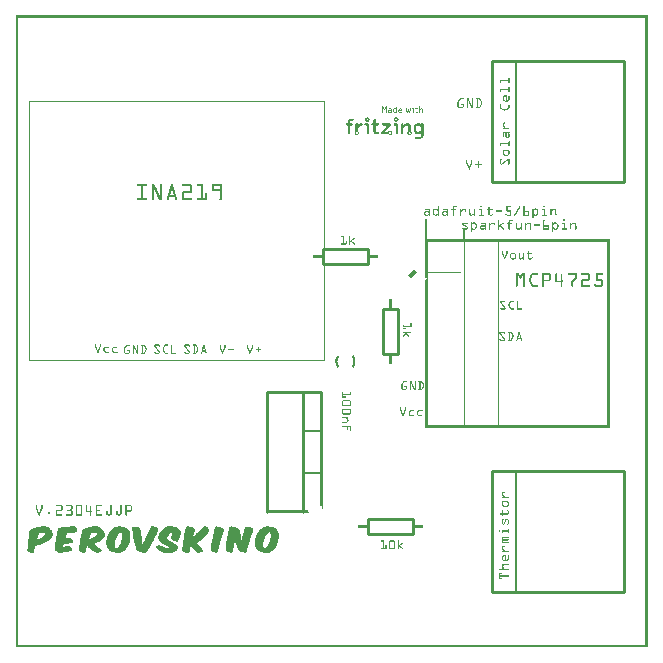
<source format=gto>
G04 MADE WITH FRITZING*
G04 WWW.FRITZING.ORG*
G04 DOUBLE SIDED*
G04 HOLES PLATED*
G04 CONTOUR ON CENTER OF CONTOUR VECTOR*
%ASAXBY*%
%FSLAX23Y23*%
%MOIN*%
%OFA0B0*%
%SFA1.0B1.0*%
%ADD10C,0.010000*%
%ADD11C,0.005000*%
%ADD12C,0.003136*%
%ADD13C,0.005556*%
%ADD14R,0.001000X0.001000*%
%LNSILK1*%
G90*
G70*
G54D10*
X2029Y184D02*
X2029Y588D01*
D02*
X2029Y588D02*
X1589Y588D01*
D02*
X1589Y588D02*
X1589Y184D01*
D02*
X1589Y184D02*
X2029Y184D01*
G54D11*
D02*
X1669Y588D02*
X1669Y184D01*
G54D10*
D02*
X2029Y1552D02*
X2029Y1956D01*
D02*
X2029Y1956D02*
X1589Y1956D01*
D02*
X1589Y1956D02*
X1589Y1552D01*
D02*
X1589Y1552D02*
X2029Y1552D01*
G54D11*
D02*
X1669Y1956D02*
X1669Y1552D01*
G54D10*
D02*
X839Y452D02*
X839Y852D01*
D02*
X839Y852D02*
X1019Y852D01*
D02*
X959Y452D02*
X959Y852D01*
D02*
X959Y852D02*
X1019Y852D01*
G54D11*
D02*
X1019Y722D02*
X959Y722D01*
D02*
X1019Y582D02*
X959Y582D01*
G54D10*
D02*
X1173Y427D02*
X1323Y427D01*
D02*
X1323Y427D02*
X1323Y377D01*
D02*
X1323Y377D02*
X1173Y377D01*
D02*
X1173Y377D02*
X1173Y427D01*
D02*
X1224Y977D02*
X1224Y1127D01*
D02*
X1224Y1127D02*
X1274Y1127D01*
D02*
X1274Y1127D02*
X1274Y977D01*
D02*
X1274Y977D02*
X1224Y977D01*
D02*
X1174Y1278D02*
X1024Y1278D01*
D02*
X1024Y1278D02*
X1024Y1328D01*
D02*
X1024Y1328D02*
X1174Y1328D01*
D02*
X1174Y1328D02*
X1174Y1278D01*
G54D12*
X1495Y1358D02*
X1495Y738D01*
D02*
X1608Y1355D02*
X1608Y737D01*
D02*
G54D13*
X1367Y1429D02*
X1367Y1362D01*
D02*
X1495Y1391D02*
X1495Y1359D01*
D02*
G54D12*
X1368Y1251D02*
X1480Y1251D01*
D02*
G54D14*
X1Y2106D02*
X2106Y2106D01*
X1Y2105D02*
X2106Y2105D01*
X1Y2104D02*
X2106Y2104D01*
X1Y2103D02*
X2106Y2103D01*
X1Y2102D02*
X2106Y2102D01*
X1Y2101D02*
X2106Y2101D01*
X1Y2100D02*
X2106Y2100D01*
X1Y2099D02*
X2106Y2099D01*
X1Y2098D02*
X8Y2098D01*
X2099Y2098D02*
X2106Y2098D01*
X1Y2097D02*
X8Y2097D01*
X2099Y2097D02*
X2106Y2097D01*
X1Y2096D02*
X8Y2096D01*
X2099Y2096D02*
X2106Y2096D01*
X1Y2095D02*
X8Y2095D01*
X2099Y2095D02*
X2106Y2095D01*
X1Y2094D02*
X8Y2094D01*
X2099Y2094D02*
X2106Y2094D01*
X1Y2093D02*
X8Y2093D01*
X2099Y2093D02*
X2106Y2093D01*
X1Y2092D02*
X8Y2092D01*
X2099Y2092D02*
X2106Y2092D01*
X1Y2091D02*
X8Y2091D01*
X2099Y2091D02*
X2106Y2091D01*
X1Y2090D02*
X8Y2090D01*
X2099Y2090D02*
X2106Y2090D01*
X1Y2089D02*
X8Y2089D01*
X2099Y2089D02*
X2106Y2089D01*
X1Y2088D02*
X8Y2088D01*
X2099Y2088D02*
X2106Y2088D01*
X1Y2087D02*
X8Y2087D01*
X2099Y2087D02*
X2106Y2087D01*
X1Y2086D02*
X8Y2086D01*
X2099Y2086D02*
X2106Y2086D01*
X1Y2085D02*
X8Y2085D01*
X2099Y2085D02*
X2106Y2085D01*
X1Y2084D02*
X8Y2084D01*
X2099Y2084D02*
X2106Y2084D01*
X1Y2083D02*
X8Y2083D01*
X2099Y2083D02*
X2106Y2083D01*
X1Y2082D02*
X8Y2082D01*
X2099Y2082D02*
X2106Y2082D01*
X1Y2081D02*
X8Y2081D01*
X2099Y2081D02*
X2106Y2081D01*
X1Y2080D02*
X8Y2080D01*
X2099Y2080D02*
X2106Y2080D01*
X1Y2079D02*
X8Y2079D01*
X2099Y2079D02*
X2106Y2079D01*
X1Y2078D02*
X8Y2078D01*
X2099Y2078D02*
X2106Y2078D01*
X1Y2077D02*
X8Y2077D01*
X2099Y2077D02*
X2106Y2077D01*
X1Y2076D02*
X8Y2076D01*
X2099Y2076D02*
X2106Y2076D01*
X1Y2075D02*
X8Y2075D01*
X2099Y2075D02*
X2106Y2075D01*
X1Y2074D02*
X8Y2074D01*
X2099Y2074D02*
X2106Y2074D01*
X1Y2073D02*
X8Y2073D01*
X2099Y2073D02*
X2106Y2073D01*
X1Y2072D02*
X8Y2072D01*
X2099Y2072D02*
X2106Y2072D01*
X1Y2071D02*
X8Y2071D01*
X2099Y2071D02*
X2106Y2071D01*
X1Y2070D02*
X8Y2070D01*
X2099Y2070D02*
X2106Y2070D01*
X1Y2069D02*
X8Y2069D01*
X2099Y2069D02*
X2106Y2069D01*
X1Y2068D02*
X8Y2068D01*
X2099Y2068D02*
X2106Y2068D01*
X1Y2067D02*
X8Y2067D01*
X2099Y2067D02*
X2106Y2067D01*
X1Y2066D02*
X8Y2066D01*
X2099Y2066D02*
X2106Y2066D01*
X1Y2065D02*
X8Y2065D01*
X2099Y2065D02*
X2106Y2065D01*
X1Y2064D02*
X8Y2064D01*
X2099Y2064D02*
X2106Y2064D01*
X1Y2063D02*
X8Y2063D01*
X2099Y2063D02*
X2106Y2063D01*
X1Y2062D02*
X8Y2062D01*
X2099Y2062D02*
X2106Y2062D01*
X1Y2061D02*
X8Y2061D01*
X2099Y2061D02*
X2106Y2061D01*
X1Y2060D02*
X8Y2060D01*
X2099Y2060D02*
X2106Y2060D01*
X1Y2059D02*
X8Y2059D01*
X2099Y2059D02*
X2106Y2059D01*
X1Y2058D02*
X8Y2058D01*
X2099Y2058D02*
X2106Y2058D01*
X1Y2057D02*
X8Y2057D01*
X2099Y2057D02*
X2106Y2057D01*
X1Y2056D02*
X8Y2056D01*
X2099Y2056D02*
X2106Y2056D01*
X1Y2055D02*
X8Y2055D01*
X2099Y2055D02*
X2106Y2055D01*
X1Y2054D02*
X8Y2054D01*
X2099Y2054D02*
X2106Y2054D01*
X1Y2053D02*
X8Y2053D01*
X2099Y2053D02*
X2106Y2053D01*
X1Y2052D02*
X8Y2052D01*
X2099Y2052D02*
X2106Y2052D01*
X1Y2051D02*
X8Y2051D01*
X2099Y2051D02*
X2106Y2051D01*
X1Y2050D02*
X8Y2050D01*
X2099Y2050D02*
X2106Y2050D01*
X1Y2049D02*
X8Y2049D01*
X2099Y2049D02*
X2106Y2049D01*
X1Y2048D02*
X8Y2048D01*
X2099Y2048D02*
X2106Y2048D01*
X1Y2047D02*
X8Y2047D01*
X2099Y2047D02*
X2106Y2047D01*
X1Y2046D02*
X8Y2046D01*
X2099Y2046D02*
X2106Y2046D01*
X1Y2045D02*
X8Y2045D01*
X2099Y2045D02*
X2106Y2045D01*
X1Y2044D02*
X8Y2044D01*
X2099Y2044D02*
X2106Y2044D01*
X1Y2043D02*
X8Y2043D01*
X2099Y2043D02*
X2106Y2043D01*
X1Y2042D02*
X8Y2042D01*
X2099Y2042D02*
X2106Y2042D01*
X1Y2041D02*
X8Y2041D01*
X2099Y2041D02*
X2106Y2041D01*
X1Y2040D02*
X8Y2040D01*
X2099Y2040D02*
X2106Y2040D01*
X1Y2039D02*
X8Y2039D01*
X2099Y2039D02*
X2106Y2039D01*
X1Y2038D02*
X8Y2038D01*
X2099Y2038D02*
X2106Y2038D01*
X1Y2037D02*
X8Y2037D01*
X2099Y2037D02*
X2106Y2037D01*
X1Y2036D02*
X8Y2036D01*
X2099Y2036D02*
X2106Y2036D01*
X1Y2035D02*
X8Y2035D01*
X2099Y2035D02*
X2106Y2035D01*
X1Y2034D02*
X8Y2034D01*
X2099Y2034D02*
X2106Y2034D01*
X1Y2033D02*
X8Y2033D01*
X2099Y2033D02*
X2106Y2033D01*
X1Y2032D02*
X8Y2032D01*
X2099Y2032D02*
X2106Y2032D01*
X1Y2031D02*
X8Y2031D01*
X2099Y2031D02*
X2106Y2031D01*
X1Y2030D02*
X8Y2030D01*
X2099Y2030D02*
X2106Y2030D01*
X1Y2029D02*
X8Y2029D01*
X2099Y2029D02*
X2106Y2029D01*
X1Y2028D02*
X8Y2028D01*
X2099Y2028D02*
X2106Y2028D01*
X1Y2027D02*
X8Y2027D01*
X2099Y2027D02*
X2106Y2027D01*
X1Y2026D02*
X8Y2026D01*
X2099Y2026D02*
X2106Y2026D01*
X1Y2025D02*
X8Y2025D01*
X2099Y2025D02*
X2106Y2025D01*
X1Y2024D02*
X8Y2024D01*
X2099Y2024D02*
X2106Y2024D01*
X1Y2023D02*
X8Y2023D01*
X2099Y2023D02*
X2106Y2023D01*
X1Y2022D02*
X8Y2022D01*
X2099Y2022D02*
X2106Y2022D01*
X1Y2021D02*
X8Y2021D01*
X2099Y2021D02*
X2106Y2021D01*
X1Y2020D02*
X8Y2020D01*
X2099Y2020D02*
X2106Y2020D01*
X1Y2019D02*
X8Y2019D01*
X2099Y2019D02*
X2106Y2019D01*
X1Y2018D02*
X8Y2018D01*
X2099Y2018D02*
X2106Y2018D01*
X1Y2017D02*
X8Y2017D01*
X2099Y2017D02*
X2106Y2017D01*
X1Y2016D02*
X8Y2016D01*
X2099Y2016D02*
X2106Y2016D01*
X1Y2015D02*
X8Y2015D01*
X2099Y2015D02*
X2106Y2015D01*
X1Y2014D02*
X8Y2014D01*
X2099Y2014D02*
X2106Y2014D01*
X1Y2013D02*
X8Y2013D01*
X2099Y2013D02*
X2106Y2013D01*
X1Y2012D02*
X8Y2012D01*
X2099Y2012D02*
X2106Y2012D01*
X1Y2011D02*
X8Y2011D01*
X2099Y2011D02*
X2106Y2011D01*
X1Y2010D02*
X8Y2010D01*
X2099Y2010D02*
X2106Y2010D01*
X1Y2009D02*
X8Y2009D01*
X2099Y2009D02*
X2106Y2009D01*
X1Y2008D02*
X8Y2008D01*
X2099Y2008D02*
X2106Y2008D01*
X1Y2007D02*
X8Y2007D01*
X2099Y2007D02*
X2106Y2007D01*
X1Y2006D02*
X8Y2006D01*
X2099Y2006D02*
X2106Y2006D01*
X1Y2005D02*
X8Y2005D01*
X2099Y2005D02*
X2106Y2005D01*
X1Y2004D02*
X8Y2004D01*
X2099Y2004D02*
X2106Y2004D01*
X1Y2003D02*
X8Y2003D01*
X2099Y2003D02*
X2106Y2003D01*
X1Y2002D02*
X8Y2002D01*
X2099Y2002D02*
X2106Y2002D01*
X1Y2001D02*
X8Y2001D01*
X2099Y2001D02*
X2106Y2001D01*
X1Y2000D02*
X8Y2000D01*
X2099Y2000D02*
X2106Y2000D01*
X1Y1999D02*
X8Y1999D01*
X2099Y1999D02*
X2106Y1999D01*
X1Y1998D02*
X8Y1998D01*
X2099Y1998D02*
X2106Y1998D01*
X1Y1997D02*
X8Y1997D01*
X2099Y1997D02*
X2106Y1997D01*
X1Y1996D02*
X8Y1996D01*
X2099Y1996D02*
X2106Y1996D01*
X1Y1995D02*
X8Y1995D01*
X2099Y1995D02*
X2106Y1995D01*
X1Y1994D02*
X8Y1994D01*
X2099Y1994D02*
X2106Y1994D01*
X1Y1993D02*
X8Y1993D01*
X2099Y1993D02*
X2106Y1993D01*
X1Y1992D02*
X8Y1992D01*
X2099Y1992D02*
X2106Y1992D01*
X1Y1991D02*
X8Y1991D01*
X2099Y1991D02*
X2106Y1991D01*
X1Y1990D02*
X8Y1990D01*
X2099Y1990D02*
X2106Y1990D01*
X1Y1989D02*
X8Y1989D01*
X2099Y1989D02*
X2106Y1989D01*
X1Y1988D02*
X8Y1988D01*
X2099Y1988D02*
X2106Y1988D01*
X1Y1987D02*
X8Y1987D01*
X2099Y1987D02*
X2106Y1987D01*
X1Y1986D02*
X8Y1986D01*
X2099Y1986D02*
X2106Y1986D01*
X1Y1985D02*
X8Y1985D01*
X2099Y1985D02*
X2106Y1985D01*
X1Y1984D02*
X8Y1984D01*
X2099Y1984D02*
X2106Y1984D01*
X1Y1983D02*
X8Y1983D01*
X2099Y1983D02*
X2106Y1983D01*
X1Y1982D02*
X8Y1982D01*
X2099Y1982D02*
X2106Y1982D01*
X1Y1981D02*
X8Y1981D01*
X2099Y1981D02*
X2106Y1981D01*
X1Y1980D02*
X8Y1980D01*
X2099Y1980D02*
X2106Y1980D01*
X1Y1979D02*
X8Y1979D01*
X2099Y1979D02*
X2106Y1979D01*
X1Y1978D02*
X8Y1978D01*
X2099Y1978D02*
X2106Y1978D01*
X1Y1977D02*
X8Y1977D01*
X2099Y1977D02*
X2106Y1977D01*
X1Y1976D02*
X8Y1976D01*
X2099Y1976D02*
X2106Y1976D01*
X1Y1975D02*
X8Y1975D01*
X2099Y1975D02*
X2106Y1975D01*
X1Y1974D02*
X8Y1974D01*
X2099Y1974D02*
X2106Y1974D01*
X1Y1973D02*
X8Y1973D01*
X2099Y1973D02*
X2106Y1973D01*
X1Y1972D02*
X8Y1972D01*
X2099Y1972D02*
X2106Y1972D01*
X1Y1971D02*
X8Y1971D01*
X2099Y1971D02*
X2106Y1971D01*
X1Y1970D02*
X8Y1970D01*
X2099Y1970D02*
X2106Y1970D01*
X1Y1969D02*
X8Y1969D01*
X2099Y1969D02*
X2106Y1969D01*
X1Y1968D02*
X8Y1968D01*
X2099Y1968D02*
X2106Y1968D01*
X1Y1967D02*
X8Y1967D01*
X2099Y1967D02*
X2106Y1967D01*
X1Y1966D02*
X8Y1966D01*
X2099Y1966D02*
X2106Y1966D01*
X1Y1965D02*
X8Y1965D01*
X2099Y1965D02*
X2106Y1965D01*
X1Y1964D02*
X8Y1964D01*
X2099Y1964D02*
X2106Y1964D01*
X1Y1963D02*
X8Y1963D01*
X2099Y1963D02*
X2106Y1963D01*
X1Y1962D02*
X8Y1962D01*
X2099Y1962D02*
X2106Y1962D01*
X1Y1961D02*
X8Y1961D01*
X2099Y1961D02*
X2106Y1961D01*
X1Y1960D02*
X8Y1960D01*
X2099Y1960D02*
X2106Y1960D01*
X1Y1959D02*
X8Y1959D01*
X2099Y1959D02*
X2106Y1959D01*
X1Y1958D02*
X8Y1958D01*
X2099Y1958D02*
X2106Y1958D01*
X1Y1957D02*
X8Y1957D01*
X2099Y1957D02*
X2106Y1957D01*
X1Y1956D02*
X8Y1956D01*
X2099Y1956D02*
X2106Y1956D01*
X1Y1955D02*
X8Y1955D01*
X2099Y1955D02*
X2106Y1955D01*
X1Y1954D02*
X8Y1954D01*
X2099Y1954D02*
X2106Y1954D01*
X1Y1953D02*
X8Y1953D01*
X2099Y1953D02*
X2106Y1953D01*
X1Y1952D02*
X8Y1952D01*
X2099Y1952D02*
X2106Y1952D01*
X1Y1951D02*
X8Y1951D01*
X2099Y1951D02*
X2106Y1951D01*
X1Y1950D02*
X8Y1950D01*
X2099Y1950D02*
X2106Y1950D01*
X1Y1949D02*
X8Y1949D01*
X2099Y1949D02*
X2106Y1949D01*
X1Y1948D02*
X8Y1948D01*
X2099Y1948D02*
X2106Y1948D01*
X1Y1947D02*
X8Y1947D01*
X2099Y1947D02*
X2106Y1947D01*
X1Y1946D02*
X8Y1946D01*
X2099Y1946D02*
X2106Y1946D01*
X1Y1945D02*
X8Y1945D01*
X2099Y1945D02*
X2106Y1945D01*
X1Y1944D02*
X8Y1944D01*
X2099Y1944D02*
X2106Y1944D01*
X1Y1943D02*
X8Y1943D01*
X2099Y1943D02*
X2106Y1943D01*
X1Y1942D02*
X8Y1942D01*
X2099Y1942D02*
X2106Y1942D01*
X1Y1941D02*
X8Y1941D01*
X2099Y1941D02*
X2106Y1941D01*
X1Y1940D02*
X8Y1940D01*
X2099Y1940D02*
X2106Y1940D01*
X1Y1939D02*
X8Y1939D01*
X2099Y1939D02*
X2106Y1939D01*
X1Y1938D02*
X8Y1938D01*
X2099Y1938D02*
X2106Y1938D01*
X1Y1937D02*
X8Y1937D01*
X2099Y1937D02*
X2106Y1937D01*
X1Y1936D02*
X8Y1936D01*
X2099Y1936D02*
X2106Y1936D01*
X1Y1935D02*
X8Y1935D01*
X2099Y1935D02*
X2106Y1935D01*
X1Y1934D02*
X8Y1934D01*
X2099Y1934D02*
X2106Y1934D01*
X1Y1933D02*
X8Y1933D01*
X2099Y1933D02*
X2106Y1933D01*
X1Y1932D02*
X8Y1932D01*
X2099Y1932D02*
X2106Y1932D01*
X1Y1931D02*
X8Y1931D01*
X2099Y1931D02*
X2106Y1931D01*
X1Y1930D02*
X8Y1930D01*
X2099Y1930D02*
X2106Y1930D01*
X1Y1929D02*
X8Y1929D01*
X2099Y1929D02*
X2106Y1929D01*
X1Y1928D02*
X8Y1928D01*
X2099Y1928D02*
X2106Y1928D01*
X1Y1927D02*
X8Y1927D01*
X2099Y1927D02*
X2106Y1927D01*
X1Y1926D02*
X8Y1926D01*
X2099Y1926D02*
X2106Y1926D01*
X1Y1925D02*
X8Y1925D01*
X2099Y1925D02*
X2106Y1925D01*
X1Y1924D02*
X8Y1924D01*
X2099Y1924D02*
X2106Y1924D01*
X1Y1923D02*
X8Y1923D01*
X2099Y1923D02*
X2106Y1923D01*
X1Y1922D02*
X8Y1922D01*
X2099Y1922D02*
X2106Y1922D01*
X1Y1921D02*
X8Y1921D01*
X2099Y1921D02*
X2106Y1921D01*
X1Y1920D02*
X8Y1920D01*
X2099Y1920D02*
X2106Y1920D01*
X1Y1919D02*
X8Y1919D01*
X2099Y1919D02*
X2106Y1919D01*
X1Y1918D02*
X8Y1918D01*
X2099Y1918D02*
X2106Y1918D01*
X1Y1917D02*
X8Y1917D01*
X2099Y1917D02*
X2106Y1917D01*
X1Y1916D02*
X8Y1916D01*
X2099Y1916D02*
X2106Y1916D01*
X1Y1915D02*
X8Y1915D01*
X2099Y1915D02*
X2106Y1915D01*
X1Y1914D02*
X8Y1914D01*
X2099Y1914D02*
X2106Y1914D01*
X1Y1913D02*
X8Y1913D01*
X2099Y1913D02*
X2106Y1913D01*
X1Y1912D02*
X8Y1912D01*
X2099Y1912D02*
X2106Y1912D01*
X1Y1911D02*
X8Y1911D01*
X2099Y1911D02*
X2106Y1911D01*
X1Y1910D02*
X8Y1910D01*
X2099Y1910D02*
X2106Y1910D01*
X1Y1909D02*
X8Y1909D01*
X2099Y1909D02*
X2106Y1909D01*
X1Y1908D02*
X8Y1908D01*
X2099Y1908D02*
X2106Y1908D01*
X1Y1907D02*
X8Y1907D01*
X2099Y1907D02*
X2106Y1907D01*
X1Y1906D02*
X8Y1906D01*
X2099Y1906D02*
X2106Y1906D01*
X1Y1905D02*
X8Y1905D01*
X2099Y1905D02*
X2106Y1905D01*
X1Y1904D02*
X8Y1904D01*
X2099Y1904D02*
X2106Y1904D01*
X1Y1903D02*
X8Y1903D01*
X2099Y1903D02*
X2106Y1903D01*
X1Y1902D02*
X8Y1902D01*
X2099Y1902D02*
X2106Y1902D01*
X1Y1901D02*
X8Y1901D01*
X2099Y1901D02*
X2106Y1901D01*
X1Y1900D02*
X8Y1900D01*
X2099Y1900D02*
X2106Y1900D01*
X1Y1899D02*
X8Y1899D01*
X2099Y1899D02*
X2106Y1899D01*
X1Y1898D02*
X8Y1898D01*
X2099Y1898D02*
X2106Y1898D01*
X1Y1897D02*
X8Y1897D01*
X1644Y1897D02*
X1646Y1897D01*
X2099Y1897D02*
X2106Y1897D01*
X1Y1896D02*
X8Y1896D01*
X1643Y1896D02*
X1646Y1896D01*
X2099Y1896D02*
X2106Y1896D01*
X1Y1895D02*
X8Y1895D01*
X1643Y1895D02*
X1646Y1895D01*
X2099Y1895D02*
X2106Y1895D01*
X1Y1894D02*
X8Y1894D01*
X1643Y1894D02*
X1646Y1894D01*
X2099Y1894D02*
X2106Y1894D01*
X1Y1893D02*
X8Y1893D01*
X1643Y1893D02*
X1646Y1893D01*
X2099Y1893D02*
X2106Y1893D01*
X1Y1892D02*
X8Y1892D01*
X1643Y1892D02*
X1646Y1892D01*
X2099Y1892D02*
X2106Y1892D01*
X1Y1891D02*
X8Y1891D01*
X1616Y1891D02*
X1646Y1891D01*
X2099Y1891D02*
X2106Y1891D01*
X1Y1890D02*
X8Y1890D01*
X1615Y1890D02*
X1646Y1890D01*
X2099Y1890D02*
X2106Y1890D01*
X1Y1889D02*
X8Y1889D01*
X1615Y1889D02*
X1646Y1889D01*
X2099Y1889D02*
X2106Y1889D01*
X1Y1888D02*
X8Y1888D01*
X1615Y1888D02*
X1646Y1888D01*
X2099Y1888D02*
X2106Y1888D01*
X1Y1887D02*
X8Y1887D01*
X1615Y1887D02*
X1618Y1887D01*
X1643Y1887D02*
X1646Y1887D01*
X2099Y1887D02*
X2106Y1887D01*
X1Y1886D02*
X8Y1886D01*
X1615Y1886D02*
X1618Y1886D01*
X1643Y1886D02*
X1646Y1886D01*
X2099Y1886D02*
X2106Y1886D01*
X1Y1885D02*
X8Y1885D01*
X1615Y1885D02*
X1618Y1885D01*
X1643Y1885D02*
X1646Y1885D01*
X2099Y1885D02*
X2106Y1885D01*
X1Y1884D02*
X8Y1884D01*
X1615Y1884D02*
X1618Y1884D01*
X1643Y1884D02*
X1646Y1884D01*
X2099Y1884D02*
X2106Y1884D01*
X1Y1883D02*
X8Y1883D01*
X1615Y1883D02*
X1618Y1883D01*
X1643Y1883D02*
X1646Y1883D01*
X2099Y1883D02*
X2106Y1883D01*
X1Y1882D02*
X8Y1882D01*
X1615Y1882D02*
X1618Y1882D01*
X1643Y1882D02*
X1646Y1882D01*
X2099Y1882D02*
X2106Y1882D01*
X1Y1881D02*
X8Y1881D01*
X2099Y1881D02*
X2106Y1881D01*
X1Y1880D02*
X8Y1880D01*
X2099Y1880D02*
X2106Y1880D01*
X1Y1879D02*
X8Y1879D01*
X2099Y1879D02*
X2106Y1879D01*
X1Y1878D02*
X8Y1878D01*
X2099Y1878D02*
X2106Y1878D01*
X1Y1877D02*
X8Y1877D01*
X2099Y1877D02*
X2106Y1877D01*
X1Y1876D02*
X8Y1876D01*
X2099Y1876D02*
X2106Y1876D01*
X1Y1875D02*
X8Y1875D01*
X2099Y1875D02*
X2106Y1875D01*
X1Y1874D02*
X8Y1874D01*
X2099Y1874D02*
X2106Y1874D01*
X1Y1873D02*
X8Y1873D01*
X2099Y1873D02*
X2106Y1873D01*
X1Y1872D02*
X8Y1872D01*
X2099Y1872D02*
X2106Y1872D01*
X1Y1871D02*
X8Y1871D01*
X2099Y1871D02*
X2106Y1871D01*
X1Y1870D02*
X8Y1870D01*
X2099Y1870D02*
X2106Y1870D01*
X1Y1869D02*
X8Y1869D01*
X2099Y1869D02*
X2106Y1869D01*
X1Y1868D02*
X8Y1868D01*
X2099Y1868D02*
X2106Y1868D01*
X1Y1867D02*
X8Y1867D01*
X1644Y1867D02*
X1645Y1867D01*
X2099Y1867D02*
X2106Y1867D01*
X1Y1866D02*
X8Y1866D01*
X1643Y1866D02*
X1646Y1866D01*
X2099Y1866D02*
X2106Y1866D01*
X1Y1865D02*
X8Y1865D01*
X1643Y1865D02*
X1646Y1865D01*
X2099Y1865D02*
X2106Y1865D01*
X1Y1864D02*
X8Y1864D01*
X1643Y1864D02*
X1646Y1864D01*
X2099Y1864D02*
X2106Y1864D01*
X1Y1863D02*
X8Y1863D01*
X1643Y1863D02*
X1646Y1863D01*
X2099Y1863D02*
X2106Y1863D01*
X1Y1862D02*
X8Y1862D01*
X1643Y1862D02*
X1646Y1862D01*
X2099Y1862D02*
X2106Y1862D01*
X1Y1861D02*
X8Y1861D01*
X1616Y1861D02*
X1646Y1861D01*
X2099Y1861D02*
X2106Y1861D01*
X1Y1860D02*
X8Y1860D01*
X1615Y1860D02*
X1646Y1860D01*
X2099Y1860D02*
X2106Y1860D01*
X1Y1859D02*
X8Y1859D01*
X1615Y1859D02*
X1646Y1859D01*
X2099Y1859D02*
X2106Y1859D01*
X1Y1858D02*
X8Y1858D01*
X1615Y1858D02*
X1646Y1858D01*
X2099Y1858D02*
X2106Y1858D01*
X1Y1857D02*
X8Y1857D01*
X1615Y1857D02*
X1618Y1857D01*
X1643Y1857D02*
X1646Y1857D01*
X2099Y1857D02*
X2106Y1857D01*
X1Y1856D02*
X8Y1856D01*
X1615Y1856D02*
X1618Y1856D01*
X1643Y1856D02*
X1646Y1856D01*
X2099Y1856D02*
X2106Y1856D01*
X1Y1855D02*
X8Y1855D01*
X1615Y1855D02*
X1618Y1855D01*
X1643Y1855D02*
X1646Y1855D01*
X2099Y1855D02*
X2106Y1855D01*
X1Y1854D02*
X8Y1854D01*
X1615Y1854D02*
X1618Y1854D01*
X1643Y1854D02*
X1646Y1854D01*
X2099Y1854D02*
X2106Y1854D01*
X1Y1853D02*
X8Y1853D01*
X1615Y1853D02*
X1618Y1853D01*
X1643Y1853D02*
X1646Y1853D01*
X2099Y1853D02*
X2106Y1853D01*
X1Y1852D02*
X8Y1852D01*
X1615Y1852D02*
X1618Y1852D01*
X1643Y1852D02*
X1646Y1852D01*
X2099Y1852D02*
X2106Y1852D01*
X1Y1851D02*
X8Y1851D01*
X1616Y1851D02*
X1616Y1851D01*
X2099Y1851D02*
X2106Y1851D01*
X1Y1850D02*
X8Y1850D01*
X2099Y1850D02*
X2106Y1850D01*
X1Y1849D02*
X8Y1849D01*
X2099Y1849D02*
X2106Y1849D01*
X1Y1848D02*
X8Y1848D01*
X2099Y1848D02*
X2106Y1848D01*
X1Y1847D02*
X8Y1847D01*
X2099Y1847D02*
X2106Y1847D01*
X1Y1846D02*
X8Y1846D01*
X2099Y1846D02*
X2106Y1846D01*
X1Y1845D02*
X8Y1845D01*
X2099Y1845D02*
X2106Y1845D01*
X1Y1844D02*
X8Y1844D01*
X2099Y1844D02*
X2106Y1844D01*
X1Y1843D02*
X8Y1843D01*
X2099Y1843D02*
X2106Y1843D01*
X1Y1842D02*
X8Y1842D01*
X2099Y1842D02*
X2106Y1842D01*
X1Y1841D02*
X8Y1841D01*
X2099Y1841D02*
X2106Y1841D01*
X1Y1840D02*
X8Y1840D01*
X2099Y1840D02*
X2106Y1840D01*
X1Y1839D02*
X8Y1839D01*
X1629Y1839D02*
X1637Y1839D01*
X1644Y1839D02*
X1645Y1839D01*
X2099Y1839D02*
X2106Y1839D01*
X1Y1838D02*
X8Y1838D01*
X1627Y1838D02*
X1637Y1838D01*
X1643Y1838D02*
X1646Y1838D01*
X2099Y1838D02*
X2106Y1838D01*
X1Y1837D02*
X8Y1837D01*
X1626Y1837D02*
X1637Y1837D01*
X1643Y1837D02*
X1646Y1837D01*
X2099Y1837D02*
X2106Y1837D01*
X1Y1836D02*
X8Y1836D01*
X1625Y1836D02*
X1637Y1836D01*
X1643Y1836D02*
X1646Y1836D01*
X2099Y1836D02*
X2106Y1836D01*
X1Y1835D02*
X8Y1835D01*
X1624Y1835D02*
X1629Y1835D01*
X1634Y1835D02*
X1637Y1835D01*
X1643Y1835D02*
X1646Y1835D01*
X2099Y1835D02*
X2106Y1835D01*
X1Y1834D02*
X8Y1834D01*
X1624Y1834D02*
X1628Y1834D01*
X1634Y1834D02*
X1637Y1834D01*
X1643Y1834D02*
X1646Y1834D01*
X2099Y1834D02*
X2106Y1834D01*
X1Y1833D02*
X8Y1833D01*
X1624Y1833D02*
X1627Y1833D01*
X1634Y1833D02*
X1637Y1833D01*
X1643Y1833D02*
X1646Y1833D01*
X2099Y1833D02*
X2106Y1833D01*
X1Y1832D02*
X8Y1832D01*
X1624Y1832D02*
X1627Y1832D01*
X1634Y1832D02*
X1637Y1832D01*
X1643Y1832D02*
X1646Y1832D01*
X2099Y1832D02*
X2106Y1832D01*
X1Y1831D02*
X8Y1831D01*
X1624Y1831D02*
X1627Y1831D01*
X1634Y1831D02*
X1637Y1831D01*
X1643Y1831D02*
X1646Y1831D01*
X2099Y1831D02*
X2106Y1831D01*
X1Y1830D02*
X8Y1830D01*
X1483Y1830D02*
X1492Y1830D01*
X1504Y1830D02*
X1509Y1830D01*
X1521Y1830D02*
X1523Y1830D01*
X1535Y1830D02*
X1546Y1830D01*
X1624Y1830D02*
X1627Y1830D01*
X1634Y1830D02*
X1637Y1830D01*
X1643Y1830D02*
X1646Y1830D01*
X2099Y1830D02*
X2106Y1830D01*
X1Y1829D02*
X8Y1829D01*
X1481Y1829D02*
X1493Y1829D01*
X1504Y1829D02*
X1509Y1829D01*
X1521Y1829D02*
X1524Y1829D01*
X1535Y1829D02*
X1548Y1829D01*
X1624Y1829D02*
X1627Y1829D01*
X1634Y1829D02*
X1637Y1829D01*
X1643Y1829D02*
X1646Y1829D01*
X2099Y1829D02*
X2106Y1829D01*
X1Y1828D02*
X8Y1828D01*
X1480Y1828D02*
X1493Y1828D01*
X1504Y1828D02*
X1510Y1828D01*
X1521Y1828D02*
X1524Y1828D01*
X1535Y1828D02*
X1549Y1828D01*
X1624Y1828D02*
X1627Y1828D01*
X1634Y1828D02*
X1637Y1828D01*
X1643Y1828D02*
X1646Y1828D01*
X2099Y1828D02*
X2106Y1828D01*
X1Y1827D02*
X8Y1827D01*
X1479Y1827D02*
X1492Y1827D01*
X1504Y1827D02*
X1510Y1827D01*
X1521Y1827D02*
X1524Y1827D01*
X1535Y1827D02*
X1550Y1827D01*
X1624Y1827D02*
X1627Y1827D01*
X1634Y1827D02*
X1637Y1827D01*
X1643Y1827D02*
X1646Y1827D01*
X2099Y1827D02*
X2106Y1827D01*
X1Y1826D02*
X8Y1826D01*
X1479Y1826D02*
X1484Y1826D01*
X1504Y1826D02*
X1510Y1826D01*
X1521Y1826D02*
X1524Y1826D01*
X1539Y1826D02*
X1542Y1826D01*
X1546Y1826D02*
X1550Y1826D01*
X1624Y1826D02*
X1627Y1826D01*
X1634Y1826D02*
X1637Y1826D01*
X1643Y1826D02*
X1646Y1826D01*
X2099Y1826D02*
X2106Y1826D01*
X1Y1825D02*
X8Y1825D01*
X1478Y1825D02*
X1482Y1825D01*
X1504Y1825D02*
X1511Y1825D01*
X1521Y1825D02*
X1524Y1825D01*
X1539Y1825D02*
X1542Y1825D01*
X1547Y1825D02*
X1551Y1825D01*
X1624Y1825D02*
X1627Y1825D01*
X1634Y1825D02*
X1637Y1825D01*
X1642Y1825D02*
X1646Y1825D01*
X2099Y1825D02*
X2106Y1825D01*
X1Y1824D02*
X8Y1824D01*
X1477Y1824D02*
X1482Y1824D01*
X1504Y1824D02*
X1511Y1824D01*
X1521Y1824D02*
X1524Y1824D01*
X1539Y1824D02*
X1542Y1824D01*
X1547Y1824D02*
X1551Y1824D01*
X1624Y1824D02*
X1628Y1824D01*
X1634Y1824D02*
X1637Y1824D01*
X1642Y1824D02*
X1646Y1824D01*
X2099Y1824D02*
X2106Y1824D01*
X1Y1823D02*
X8Y1823D01*
X1476Y1823D02*
X1481Y1823D01*
X1504Y1823D02*
X1512Y1823D01*
X1521Y1823D02*
X1524Y1823D01*
X1539Y1823D02*
X1542Y1823D01*
X1548Y1823D02*
X1552Y1823D01*
X1625Y1823D02*
X1630Y1823D01*
X1634Y1823D02*
X1645Y1823D01*
X2099Y1823D02*
X2106Y1823D01*
X1Y1822D02*
X8Y1822D01*
X1476Y1822D02*
X1480Y1822D01*
X1504Y1822D02*
X1512Y1822D01*
X1521Y1822D02*
X1524Y1822D01*
X1539Y1822D02*
X1542Y1822D01*
X1548Y1822D02*
X1552Y1822D01*
X1625Y1822D02*
X1644Y1822D01*
X2099Y1822D02*
X2106Y1822D01*
X1Y1821D02*
X8Y1821D01*
X44Y1821D02*
X1029Y1821D01*
X1475Y1821D02*
X1479Y1821D01*
X1504Y1821D02*
X1507Y1821D01*
X1509Y1821D02*
X1513Y1821D01*
X1521Y1821D02*
X1524Y1821D01*
X1539Y1821D02*
X1542Y1821D01*
X1549Y1821D02*
X1553Y1821D01*
X1626Y1821D02*
X1643Y1821D01*
X2099Y1821D02*
X2106Y1821D01*
X1Y1820D02*
X8Y1820D01*
X44Y1820D02*
X1029Y1820D01*
X1474Y1820D02*
X1479Y1820D01*
X1504Y1820D02*
X1507Y1820D01*
X1509Y1820D02*
X1513Y1820D01*
X1521Y1820D02*
X1524Y1820D01*
X1539Y1820D02*
X1542Y1820D01*
X1549Y1820D02*
X1553Y1820D01*
X1628Y1820D02*
X1642Y1820D01*
X2099Y1820D02*
X2106Y1820D01*
X1Y1819D02*
X8Y1819D01*
X44Y1819D02*
X1029Y1819D01*
X1474Y1819D02*
X1478Y1819D01*
X1504Y1819D02*
X1507Y1819D01*
X1510Y1819D02*
X1513Y1819D01*
X1521Y1819D02*
X1524Y1819D01*
X1539Y1819D02*
X1542Y1819D01*
X1550Y1819D02*
X1554Y1819D01*
X1630Y1819D02*
X1640Y1819D01*
X2099Y1819D02*
X2106Y1819D01*
X1Y1818D02*
X8Y1818D01*
X44Y1818D02*
X46Y1818D01*
X1027Y1818D02*
X1029Y1818D01*
X1473Y1818D02*
X1477Y1818D01*
X1504Y1818D02*
X1507Y1818D01*
X1510Y1818D02*
X1514Y1818D01*
X1521Y1818D02*
X1524Y1818D01*
X1539Y1818D02*
X1542Y1818D01*
X1550Y1818D02*
X1554Y1818D01*
X2099Y1818D02*
X2106Y1818D01*
X1Y1817D02*
X8Y1817D01*
X44Y1817D02*
X46Y1817D01*
X1027Y1817D02*
X1029Y1817D01*
X1473Y1817D02*
X1476Y1817D01*
X1504Y1817D02*
X1507Y1817D01*
X1511Y1817D02*
X1514Y1817D01*
X1521Y1817D02*
X1524Y1817D01*
X1539Y1817D02*
X1542Y1817D01*
X1551Y1817D02*
X1554Y1817D01*
X2099Y1817D02*
X2106Y1817D01*
X1Y1816D02*
X8Y1816D01*
X44Y1816D02*
X46Y1816D01*
X1027Y1816D02*
X1029Y1816D01*
X1473Y1816D02*
X1476Y1816D01*
X1504Y1816D02*
X1507Y1816D01*
X1511Y1816D02*
X1515Y1816D01*
X1521Y1816D02*
X1524Y1816D01*
X1539Y1816D02*
X1542Y1816D01*
X1551Y1816D02*
X1555Y1816D01*
X2099Y1816D02*
X2106Y1816D01*
X1Y1815D02*
X8Y1815D01*
X44Y1815D02*
X46Y1815D01*
X1027Y1815D02*
X1029Y1815D01*
X1473Y1815D02*
X1476Y1815D01*
X1504Y1815D02*
X1507Y1815D01*
X1511Y1815D02*
X1515Y1815D01*
X1521Y1815D02*
X1524Y1815D01*
X1539Y1815D02*
X1542Y1815D01*
X1552Y1815D02*
X1555Y1815D01*
X2099Y1815D02*
X2106Y1815D01*
X1Y1814D02*
X8Y1814D01*
X44Y1814D02*
X46Y1814D01*
X1027Y1814D02*
X1029Y1814D01*
X1473Y1814D02*
X1476Y1814D01*
X1504Y1814D02*
X1507Y1814D01*
X1512Y1814D02*
X1516Y1814D01*
X1521Y1814D02*
X1524Y1814D01*
X1539Y1814D02*
X1542Y1814D01*
X1552Y1814D02*
X1555Y1814D01*
X2099Y1814D02*
X2106Y1814D01*
X1Y1813D02*
X8Y1813D01*
X44Y1813D02*
X46Y1813D01*
X1027Y1813D02*
X1029Y1813D01*
X1473Y1813D02*
X1476Y1813D01*
X1504Y1813D02*
X1507Y1813D01*
X1512Y1813D02*
X1516Y1813D01*
X1521Y1813D02*
X1524Y1813D01*
X1539Y1813D02*
X1542Y1813D01*
X1552Y1813D02*
X1555Y1813D01*
X2099Y1813D02*
X2106Y1813D01*
X1Y1812D02*
X8Y1812D01*
X44Y1812D02*
X46Y1812D01*
X1027Y1812D02*
X1029Y1812D01*
X1473Y1812D02*
X1476Y1812D01*
X1484Y1812D02*
X1493Y1812D01*
X1504Y1812D02*
X1507Y1812D01*
X1513Y1812D02*
X1517Y1812D01*
X1521Y1812D02*
X1524Y1812D01*
X1539Y1812D02*
X1542Y1812D01*
X1551Y1812D02*
X1555Y1812D01*
X2099Y1812D02*
X2106Y1812D01*
X1Y1811D02*
X8Y1811D01*
X44Y1811D02*
X46Y1811D01*
X1027Y1811D02*
X1029Y1811D01*
X1473Y1811D02*
X1476Y1811D01*
X1484Y1811D02*
X1493Y1811D01*
X1504Y1811D02*
X1507Y1811D01*
X1513Y1811D02*
X1517Y1811D01*
X1521Y1811D02*
X1524Y1811D01*
X1539Y1811D02*
X1542Y1811D01*
X1551Y1811D02*
X1555Y1811D01*
X2099Y1811D02*
X2106Y1811D01*
X1Y1810D02*
X8Y1810D01*
X44Y1810D02*
X46Y1810D01*
X1027Y1810D02*
X1029Y1810D01*
X1473Y1810D02*
X1476Y1810D01*
X1483Y1810D02*
X1493Y1810D01*
X1504Y1810D02*
X1507Y1810D01*
X1514Y1810D02*
X1517Y1810D01*
X1521Y1810D02*
X1524Y1810D01*
X1539Y1810D02*
X1542Y1810D01*
X1550Y1810D02*
X1554Y1810D01*
X2099Y1810D02*
X2106Y1810D01*
X1Y1809D02*
X8Y1809D01*
X44Y1809D02*
X46Y1809D01*
X1027Y1809D02*
X1029Y1809D01*
X1473Y1809D02*
X1476Y1809D01*
X1484Y1809D02*
X1493Y1809D01*
X1504Y1809D02*
X1507Y1809D01*
X1514Y1809D02*
X1518Y1809D01*
X1521Y1809D02*
X1524Y1809D01*
X1539Y1809D02*
X1542Y1809D01*
X1550Y1809D02*
X1554Y1809D01*
X1616Y1809D02*
X1617Y1809D01*
X1644Y1809D02*
X1645Y1809D01*
X2099Y1809D02*
X2106Y1809D01*
X1Y1808D02*
X8Y1808D01*
X44Y1808D02*
X46Y1808D01*
X1027Y1808D02*
X1029Y1808D01*
X1473Y1808D02*
X1476Y1808D01*
X1489Y1808D02*
X1493Y1808D01*
X1504Y1808D02*
X1507Y1808D01*
X1515Y1808D02*
X1518Y1808D01*
X1521Y1808D02*
X1524Y1808D01*
X1539Y1808D02*
X1542Y1808D01*
X1549Y1808D02*
X1553Y1808D01*
X1615Y1808D02*
X1618Y1808D01*
X1643Y1808D02*
X1646Y1808D01*
X2099Y1808D02*
X2106Y1808D01*
X1Y1807D02*
X8Y1807D01*
X44Y1807D02*
X46Y1807D01*
X1027Y1807D02*
X1029Y1807D01*
X1473Y1807D02*
X1476Y1807D01*
X1490Y1807D02*
X1493Y1807D01*
X1504Y1807D02*
X1507Y1807D01*
X1515Y1807D02*
X1519Y1807D01*
X1521Y1807D02*
X1524Y1807D01*
X1539Y1807D02*
X1542Y1807D01*
X1549Y1807D02*
X1553Y1807D01*
X1615Y1807D02*
X1618Y1807D01*
X1643Y1807D02*
X1646Y1807D01*
X2099Y1807D02*
X2106Y1807D01*
X1Y1806D02*
X8Y1806D01*
X44Y1806D02*
X46Y1806D01*
X1027Y1806D02*
X1029Y1806D01*
X1473Y1806D02*
X1476Y1806D01*
X1490Y1806D02*
X1493Y1806D01*
X1504Y1806D02*
X1507Y1806D01*
X1515Y1806D02*
X1519Y1806D01*
X1521Y1806D02*
X1524Y1806D01*
X1539Y1806D02*
X1542Y1806D01*
X1548Y1806D02*
X1552Y1806D01*
X1615Y1806D02*
X1618Y1806D01*
X1643Y1806D02*
X1646Y1806D01*
X2099Y1806D02*
X2106Y1806D01*
X1Y1805D02*
X8Y1805D01*
X44Y1805D02*
X46Y1805D01*
X1027Y1805D02*
X1029Y1805D01*
X1473Y1805D02*
X1476Y1805D01*
X1490Y1805D02*
X1493Y1805D01*
X1504Y1805D02*
X1507Y1805D01*
X1516Y1805D02*
X1524Y1805D01*
X1539Y1805D02*
X1542Y1805D01*
X1548Y1805D02*
X1552Y1805D01*
X1615Y1805D02*
X1618Y1805D01*
X1643Y1805D02*
X1646Y1805D01*
X2099Y1805D02*
X2106Y1805D01*
X1Y1804D02*
X8Y1804D01*
X44Y1804D02*
X46Y1804D01*
X1027Y1804D02*
X1029Y1804D01*
X1473Y1804D02*
X1476Y1804D01*
X1490Y1804D02*
X1493Y1804D01*
X1504Y1804D02*
X1507Y1804D01*
X1516Y1804D02*
X1524Y1804D01*
X1539Y1804D02*
X1542Y1804D01*
X1547Y1804D02*
X1551Y1804D01*
X1615Y1804D02*
X1618Y1804D01*
X1643Y1804D02*
X1646Y1804D01*
X2099Y1804D02*
X2106Y1804D01*
X1Y1803D02*
X8Y1803D01*
X44Y1803D02*
X46Y1803D01*
X1027Y1803D02*
X1029Y1803D01*
X1223Y1803D02*
X1223Y1803D01*
X1236Y1803D02*
X1236Y1803D01*
X1270Y1803D02*
X1270Y1803D01*
X1325Y1803D02*
X1325Y1803D01*
X1334Y1803D02*
X1335Y1803D01*
X1346Y1803D02*
X1346Y1803D01*
X1473Y1803D02*
X1476Y1803D01*
X1490Y1803D02*
X1493Y1803D01*
X1504Y1803D02*
X1507Y1803D01*
X1517Y1803D02*
X1524Y1803D01*
X1539Y1803D02*
X1542Y1803D01*
X1547Y1803D02*
X1551Y1803D01*
X1615Y1803D02*
X1618Y1803D01*
X1643Y1803D02*
X1646Y1803D01*
X2099Y1803D02*
X2106Y1803D01*
X1Y1802D02*
X8Y1802D01*
X44Y1802D02*
X46Y1802D01*
X1027Y1802D02*
X1029Y1802D01*
X1222Y1802D02*
X1224Y1802D01*
X1235Y1802D02*
X1237Y1802D01*
X1269Y1802D02*
X1271Y1802D01*
X1323Y1802D02*
X1326Y1802D01*
X1334Y1802D02*
X1335Y1802D01*
X1345Y1802D02*
X1346Y1802D01*
X1473Y1802D02*
X1477Y1802D01*
X1489Y1802D02*
X1493Y1802D01*
X1504Y1802D02*
X1507Y1802D01*
X1517Y1802D02*
X1524Y1802D01*
X1539Y1802D02*
X1542Y1802D01*
X1546Y1802D02*
X1550Y1802D01*
X1615Y1802D02*
X1618Y1802D01*
X1643Y1802D02*
X1646Y1802D01*
X2099Y1802D02*
X2106Y1802D01*
X1Y1801D02*
X8Y1801D01*
X44Y1801D02*
X46Y1801D01*
X1027Y1801D02*
X1029Y1801D01*
X1222Y1801D02*
X1225Y1801D01*
X1235Y1801D02*
X1237Y1801D01*
X1269Y1801D02*
X1271Y1801D01*
X1323Y1801D02*
X1326Y1801D01*
X1334Y1801D02*
X1335Y1801D01*
X1345Y1801D02*
X1347Y1801D01*
X1473Y1801D02*
X1492Y1801D01*
X1504Y1801D02*
X1507Y1801D01*
X1518Y1801D02*
X1524Y1801D01*
X1536Y1801D02*
X1550Y1801D01*
X1615Y1801D02*
X1618Y1801D01*
X1643Y1801D02*
X1646Y1801D01*
X2099Y1801D02*
X2106Y1801D01*
X1Y1800D02*
X8Y1800D01*
X44Y1800D02*
X46Y1800D01*
X1027Y1800D02*
X1029Y1800D01*
X1222Y1800D02*
X1225Y1800D01*
X1234Y1800D02*
X1237Y1800D01*
X1269Y1800D02*
X1271Y1800D01*
X1324Y1800D02*
X1326Y1800D01*
X1334Y1800D02*
X1335Y1800D01*
X1345Y1800D02*
X1347Y1800D01*
X1474Y1800D02*
X1492Y1800D01*
X1504Y1800D02*
X1507Y1800D01*
X1518Y1800D02*
X1524Y1800D01*
X1535Y1800D02*
X1549Y1800D01*
X1615Y1800D02*
X1618Y1800D01*
X1643Y1800D02*
X1646Y1800D01*
X2099Y1800D02*
X2106Y1800D01*
X1Y1799D02*
X8Y1799D01*
X44Y1799D02*
X46Y1799D01*
X1027Y1799D02*
X1029Y1799D01*
X1222Y1799D02*
X1226Y1799D01*
X1233Y1799D02*
X1237Y1799D01*
X1269Y1799D02*
X1271Y1799D01*
X1334Y1799D02*
X1335Y1799D01*
X1345Y1799D02*
X1347Y1799D01*
X1475Y1799D02*
X1491Y1799D01*
X1504Y1799D02*
X1507Y1799D01*
X1518Y1799D02*
X1524Y1799D01*
X1535Y1799D02*
X1548Y1799D01*
X1615Y1799D02*
X1618Y1799D01*
X1643Y1799D02*
X1646Y1799D01*
X2099Y1799D02*
X2106Y1799D01*
X1Y1798D02*
X8Y1798D01*
X44Y1798D02*
X46Y1798D01*
X1027Y1798D02*
X1029Y1798D01*
X1222Y1798D02*
X1227Y1798D01*
X1232Y1798D02*
X1237Y1798D01*
X1269Y1798D02*
X1271Y1798D01*
X1334Y1798D02*
X1335Y1798D01*
X1345Y1798D02*
X1347Y1798D01*
X1476Y1798D02*
X1490Y1798D01*
X1504Y1798D02*
X1507Y1798D01*
X1519Y1798D02*
X1524Y1798D01*
X1535Y1798D02*
X1547Y1798D01*
X1615Y1798D02*
X1619Y1798D01*
X1642Y1798D02*
X1646Y1798D01*
X2099Y1798D02*
X2106Y1798D01*
X1Y1797D02*
X8Y1797D01*
X44Y1797D02*
X46Y1797D01*
X1027Y1797D02*
X1029Y1797D01*
X1222Y1797D02*
X1228Y1797D01*
X1232Y1797D02*
X1237Y1797D01*
X1269Y1797D02*
X1271Y1797D01*
X1334Y1797D02*
X1335Y1797D01*
X1345Y1797D02*
X1347Y1797D01*
X1615Y1797D02*
X1620Y1797D01*
X1640Y1797D02*
X1646Y1797D01*
X2099Y1797D02*
X2106Y1797D01*
X1Y1796D02*
X8Y1796D01*
X44Y1796D02*
X46Y1796D01*
X1027Y1796D02*
X1029Y1796D01*
X1222Y1796D02*
X1224Y1796D01*
X1226Y1796D02*
X1228Y1796D01*
X1231Y1796D02*
X1233Y1796D01*
X1235Y1796D02*
X1237Y1796D01*
X1245Y1796D02*
X1251Y1796D01*
X1263Y1796D02*
X1266Y1796D01*
X1269Y1796D02*
X1271Y1796D01*
X1280Y1796D02*
X1285Y1796D01*
X1302Y1796D02*
X1303Y1796D01*
X1316Y1796D02*
X1317Y1796D01*
X1322Y1796D02*
X1326Y1796D01*
X1331Y1796D02*
X1340Y1796D01*
X1345Y1796D02*
X1347Y1796D01*
X1351Y1796D02*
X1354Y1796D01*
X1616Y1796D02*
X1622Y1796D01*
X1638Y1796D02*
X1645Y1796D01*
X2099Y1796D02*
X2106Y1796D01*
X1Y1795D02*
X8Y1795D01*
X44Y1795D02*
X46Y1795D01*
X1027Y1795D02*
X1029Y1795D01*
X1222Y1795D02*
X1224Y1795D01*
X1227Y1795D02*
X1233Y1795D01*
X1235Y1795D02*
X1237Y1795D01*
X1244Y1795D02*
X1253Y1795D01*
X1261Y1795D02*
X1271Y1795D01*
X1278Y1795D02*
X1286Y1795D01*
X1301Y1795D02*
X1303Y1795D01*
X1316Y1795D02*
X1317Y1795D01*
X1321Y1795D02*
X1326Y1795D01*
X1331Y1795D02*
X1340Y1795D01*
X1345Y1795D02*
X1347Y1795D01*
X1349Y1795D02*
X1356Y1795D01*
X1617Y1795D02*
X1624Y1795D01*
X1637Y1795D02*
X1644Y1795D01*
X2099Y1795D02*
X2106Y1795D01*
X1Y1794D02*
X8Y1794D01*
X44Y1794D02*
X46Y1794D01*
X1027Y1794D02*
X1029Y1794D01*
X1222Y1794D02*
X1224Y1794D01*
X1227Y1794D02*
X1232Y1794D01*
X1235Y1794D02*
X1237Y1794D01*
X1245Y1794D02*
X1254Y1794D01*
X1260Y1794D02*
X1271Y1794D01*
X1277Y1794D02*
X1287Y1794D01*
X1301Y1794D02*
X1303Y1794D01*
X1315Y1794D02*
X1317Y1794D01*
X1322Y1794D02*
X1326Y1794D01*
X1331Y1794D02*
X1339Y1794D01*
X1345Y1794D02*
X1356Y1794D01*
X1618Y1794D02*
X1626Y1794D01*
X1635Y1794D02*
X1643Y1794D01*
X2099Y1794D02*
X2106Y1794D01*
X1Y1793D02*
X8Y1793D01*
X44Y1793D02*
X46Y1793D01*
X1027Y1793D02*
X1029Y1793D01*
X1222Y1793D02*
X1224Y1793D01*
X1228Y1793D02*
X1231Y1793D01*
X1235Y1793D02*
X1237Y1793D01*
X1252Y1793D02*
X1254Y1793D01*
X1259Y1793D02*
X1262Y1793D01*
X1267Y1793D02*
X1271Y1793D01*
X1277Y1793D02*
X1279Y1793D01*
X1286Y1793D02*
X1288Y1793D01*
X1301Y1793D02*
X1303Y1793D01*
X1309Y1793D02*
X1309Y1793D01*
X1315Y1793D02*
X1317Y1793D01*
X1324Y1793D02*
X1326Y1793D01*
X1334Y1793D02*
X1335Y1793D01*
X1345Y1793D02*
X1350Y1793D01*
X1355Y1793D02*
X1356Y1793D01*
X1620Y1793D02*
X1629Y1793D01*
X1632Y1793D02*
X1641Y1793D01*
X2099Y1793D02*
X2106Y1793D01*
X1Y1792D02*
X8Y1792D01*
X44Y1792D02*
X46Y1792D01*
X1027Y1792D02*
X1029Y1792D01*
X1222Y1792D02*
X1224Y1792D01*
X1229Y1792D02*
X1230Y1792D01*
X1235Y1792D02*
X1237Y1792D01*
X1252Y1792D02*
X1254Y1792D01*
X1259Y1792D02*
X1261Y1792D01*
X1268Y1792D02*
X1271Y1792D01*
X1276Y1792D02*
X1278Y1792D01*
X1286Y1792D02*
X1288Y1792D01*
X1301Y1792D02*
X1303Y1792D01*
X1308Y1792D02*
X1310Y1792D01*
X1315Y1792D02*
X1317Y1792D01*
X1324Y1792D02*
X1326Y1792D01*
X1334Y1792D02*
X1335Y1792D01*
X1345Y1792D02*
X1348Y1792D01*
X1355Y1792D02*
X1356Y1792D01*
X1622Y1792D02*
X1639Y1792D01*
X2099Y1792D02*
X2106Y1792D01*
X1Y1791D02*
X8Y1791D01*
X44Y1791D02*
X46Y1791D01*
X1027Y1791D02*
X1029Y1791D01*
X1222Y1791D02*
X1224Y1791D01*
X1235Y1791D02*
X1237Y1791D01*
X1252Y1791D02*
X1254Y1791D01*
X1259Y1791D02*
X1261Y1791D01*
X1269Y1791D02*
X1271Y1791D01*
X1276Y1791D02*
X1278Y1791D01*
X1287Y1791D02*
X1288Y1791D01*
X1301Y1791D02*
X1303Y1791D01*
X1308Y1791D02*
X1310Y1791D01*
X1315Y1791D02*
X1317Y1791D01*
X1324Y1791D02*
X1326Y1791D01*
X1334Y1791D02*
X1335Y1791D01*
X1345Y1791D02*
X1347Y1791D01*
X1355Y1791D02*
X1356Y1791D01*
X1624Y1791D02*
X1637Y1791D01*
X2099Y1791D02*
X2106Y1791D01*
X1Y1790D02*
X8Y1790D01*
X44Y1790D02*
X46Y1790D01*
X1027Y1790D02*
X1029Y1790D01*
X1222Y1790D02*
X1224Y1790D01*
X1235Y1790D02*
X1237Y1790D01*
X1244Y1790D02*
X1254Y1790D01*
X1259Y1790D02*
X1261Y1790D01*
X1269Y1790D02*
X1271Y1790D01*
X1276Y1790D02*
X1288Y1790D01*
X1302Y1790D02*
X1304Y1790D01*
X1308Y1790D02*
X1310Y1790D01*
X1315Y1790D02*
X1317Y1790D01*
X1324Y1790D02*
X1326Y1790D01*
X1334Y1790D02*
X1335Y1790D01*
X1345Y1790D02*
X1347Y1790D01*
X1355Y1790D02*
X1356Y1790D01*
X1626Y1790D02*
X1635Y1790D01*
X2099Y1790D02*
X2106Y1790D01*
X1Y1789D02*
X8Y1789D01*
X44Y1789D02*
X46Y1789D01*
X1027Y1789D02*
X1029Y1789D01*
X1222Y1789D02*
X1224Y1789D01*
X1235Y1789D02*
X1237Y1789D01*
X1243Y1789D02*
X1254Y1789D01*
X1259Y1789D02*
X1261Y1789D01*
X1269Y1789D02*
X1271Y1789D01*
X1276Y1789D02*
X1288Y1789D01*
X1302Y1789D02*
X1304Y1789D01*
X1308Y1789D02*
X1310Y1789D01*
X1314Y1789D02*
X1316Y1789D01*
X1324Y1789D02*
X1326Y1789D01*
X1334Y1789D02*
X1335Y1789D01*
X1345Y1789D02*
X1347Y1789D01*
X1355Y1789D02*
X1357Y1789D01*
X1628Y1789D02*
X1632Y1789D01*
X2099Y1789D02*
X2106Y1789D01*
X1Y1788D02*
X8Y1788D01*
X44Y1788D02*
X46Y1788D01*
X1027Y1788D02*
X1029Y1788D01*
X1222Y1788D02*
X1224Y1788D01*
X1235Y1788D02*
X1237Y1788D01*
X1243Y1788D02*
X1254Y1788D01*
X1259Y1788D02*
X1261Y1788D01*
X1269Y1788D02*
X1271Y1788D01*
X1276Y1788D02*
X1288Y1788D01*
X1303Y1788D02*
X1304Y1788D01*
X1308Y1788D02*
X1310Y1788D01*
X1314Y1788D02*
X1316Y1788D01*
X1324Y1788D02*
X1326Y1788D01*
X1334Y1788D02*
X1335Y1788D01*
X1345Y1788D02*
X1347Y1788D01*
X1355Y1788D02*
X1357Y1788D01*
X2099Y1788D02*
X2106Y1788D01*
X1Y1787D02*
X8Y1787D01*
X44Y1787D02*
X46Y1787D01*
X1027Y1787D02*
X1029Y1787D01*
X1222Y1787D02*
X1224Y1787D01*
X1235Y1787D02*
X1237Y1787D01*
X1242Y1787D02*
X1244Y1787D01*
X1252Y1787D02*
X1254Y1787D01*
X1259Y1787D02*
X1261Y1787D01*
X1269Y1787D02*
X1271Y1787D01*
X1276Y1787D02*
X1278Y1787D01*
X1303Y1787D02*
X1305Y1787D01*
X1307Y1787D02*
X1311Y1787D01*
X1314Y1787D02*
X1315Y1787D01*
X1324Y1787D02*
X1326Y1787D01*
X1334Y1787D02*
X1335Y1787D01*
X1345Y1787D02*
X1347Y1787D01*
X1355Y1787D02*
X1357Y1787D01*
X2099Y1787D02*
X2106Y1787D01*
X1Y1786D02*
X8Y1786D01*
X44Y1786D02*
X46Y1786D01*
X1027Y1786D02*
X1029Y1786D01*
X1222Y1786D02*
X1224Y1786D01*
X1235Y1786D02*
X1237Y1786D01*
X1242Y1786D02*
X1244Y1786D01*
X1252Y1786D02*
X1254Y1786D01*
X1259Y1786D02*
X1261Y1786D01*
X1268Y1786D02*
X1271Y1786D01*
X1276Y1786D02*
X1278Y1786D01*
X1303Y1786D02*
X1315Y1786D01*
X1324Y1786D02*
X1326Y1786D01*
X1334Y1786D02*
X1335Y1786D01*
X1345Y1786D02*
X1347Y1786D01*
X1355Y1786D02*
X1357Y1786D01*
X2099Y1786D02*
X2106Y1786D01*
X1Y1785D02*
X8Y1785D01*
X44Y1785D02*
X46Y1785D01*
X1027Y1785D02*
X1029Y1785D01*
X1222Y1785D02*
X1224Y1785D01*
X1235Y1785D02*
X1237Y1785D01*
X1243Y1785D02*
X1244Y1785D01*
X1251Y1785D02*
X1254Y1785D01*
X1259Y1785D02*
X1262Y1785D01*
X1267Y1785D02*
X1271Y1785D01*
X1277Y1785D02*
X1279Y1785D01*
X1304Y1785D02*
X1308Y1785D01*
X1310Y1785D02*
X1315Y1785D01*
X1324Y1785D02*
X1326Y1785D01*
X1334Y1785D02*
X1335Y1785D01*
X1345Y1785D02*
X1347Y1785D01*
X1355Y1785D02*
X1357Y1785D01*
X2099Y1785D02*
X2106Y1785D01*
X1Y1784D02*
X8Y1784D01*
X44Y1784D02*
X46Y1784D01*
X1027Y1784D02*
X1029Y1784D01*
X1222Y1784D02*
X1224Y1784D01*
X1235Y1784D02*
X1237Y1784D01*
X1243Y1784D02*
X1254Y1784D01*
X1260Y1784D02*
X1271Y1784D01*
X1277Y1784D02*
X1287Y1784D01*
X1304Y1784D02*
X1307Y1784D01*
X1311Y1784D02*
X1314Y1784D01*
X1324Y1784D02*
X1326Y1784D01*
X1334Y1784D02*
X1340Y1784D01*
X1345Y1784D02*
X1347Y1784D01*
X1355Y1784D02*
X1357Y1784D01*
X2099Y1784D02*
X2106Y1784D01*
X1Y1783D02*
X8Y1783D01*
X44Y1783D02*
X46Y1783D01*
X1027Y1783D02*
X1029Y1783D01*
X1222Y1783D02*
X1224Y1783D01*
X1235Y1783D02*
X1237Y1783D01*
X1243Y1783D02*
X1254Y1783D01*
X1261Y1783D02*
X1271Y1783D01*
X1278Y1783D02*
X1287Y1783D01*
X1305Y1783D02*
X1307Y1783D01*
X1312Y1783D02*
X1314Y1783D01*
X1325Y1783D02*
X1326Y1783D01*
X1334Y1783D02*
X1340Y1783D01*
X1345Y1783D02*
X1346Y1783D01*
X1355Y1783D02*
X1357Y1783D01*
X2099Y1783D02*
X2106Y1783D01*
X1Y1782D02*
X8Y1782D01*
X44Y1782D02*
X46Y1782D01*
X1027Y1782D02*
X1029Y1782D01*
X1223Y1782D02*
X1223Y1782D01*
X1236Y1782D02*
X1237Y1782D01*
X1245Y1782D02*
X1249Y1782D01*
X1253Y1782D02*
X1254Y1782D01*
X1263Y1782D02*
X1266Y1782D01*
X1270Y1782D02*
X1271Y1782D01*
X1280Y1782D02*
X1287Y1782D01*
X1305Y1782D02*
X1306Y1782D01*
X1313Y1782D02*
X1313Y1782D01*
X1325Y1782D02*
X1326Y1782D01*
X1335Y1782D02*
X1340Y1782D01*
X1345Y1782D02*
X1346Y1782D01*
X1356Y1782D02*
X1356Y1782D01*
X2099Y1782D02*
X2106Y1782D01*
X1Y1781D02*
X8Y1781D01*
X44Y1781D02*
X46Y1781D01*
X1027Y1781D02*
X1029Y1781D01*
X2099Y1781D02*
X2106Y1781D01*
X1Y1780D02*
X8Y1780D01*
X44Y1780D02*
X46Y1780D01*
X1027Y1780D02*
X1029Y1780D01*
X2099Y1780D02*
X2106Y1780D01*
X1Y1779D02*
X8Y1779D01*
X44Y1779D02*
X46Y1779D01*
X1027Y1779D02*
X1029Y1779D01*
X2099Y1779D02*
X2106Y1779D01*
X1Y1778D02*
X8Y1778D01*
X44Y1778D02*
X46Y1778D01*
X1027Y1778D02*
X1029Y1778D01*
X2099Y1778D02*
X2106Y1778D01*
X1Y1777D02*
X8Y1777D01*
X44Y1777D02*
X46Y1777D01*
X1027Y1777D02*
X1029Y1777D01*
X2099Y1777D02*
X2106Y1777D01*
X1Y1776D02*
X8Y1776D01*
X44Y1776D02*
X46Y1776D01*
X1027Y1776D02*
X1029Y1776D01*
X2099Y1776D02*
X2106Y1776D01*
X1Y1775D02*
X8Y1775D01*
X44Y1775D02*
X46Y1775D01*
X1027Y1775D02*
X1029Y1775D01*
X2099Y1775D02*
X2106Y1775D01*
X1Y1774D02*
X8Y1774D01*
X44Y1774D02*
X46Y1774D01*
X1027Y1774D02*
X1029Y1774D01*
X2099Y1774D02*
X2106Y1774D01*
X1Y1773D02*
X8Y1773D01*
X44Y1773D02*
X46Y1773D01*
X1027Y1773D02*
X1029Y1773D01*
X2099Y1773D02*
X2106Y1773D01*
X1Y1772D02*
X8Y1772D01*
X44Y1772D02*
X46Y1772D01*
X1027Y1772D02*
X1029Y1772D01*
X2099Y1772D02*
X2106Y1772D01*
X1Y1771D02*
X8Y1771D01*
X44Y1771D02*
X46Y1771D01*
X1027Y1771D02*
X1029Y1771D01*
X2099Y1771D02*
X2106Y1771D01*
X1Y1770D02*
X8Y1770D01*
X44Y1770D02*
X46Y1770D01*
X1027Y1770D02*
X1029Y1770D01*
X2099Y1770D02*
X2106Y1770D01*
X1Y1769D02*
X8Y1769D01*
X44Y1769D02*
X46Y1769D01*
X1027Y1769D02*
X1029Y1769D01*
X2099Y1769D02*
X2106Y1769D01*
X1Y1768D02*
X8Y1768D01*
X44Y1768D02*
X46Y1768D01*
X1027Y1768D02*
X1029Y1768D01*
X2099Y1768D02*
X2106Y1768D01*
X1Y1767D02*
X8Y1767D01*
X44Y1767D02*
X46Y1767D01*
X1027Y1767D02*
X1029Y1767D01*
X2099Y1767D02*
X2106Y1767D01*
X1Y1766D02*
X8Y1766D01*
X44Y1766D02*
X46Y1766D01*
X1027Y1766D02*
X1029Y1766D01*
X1170Y1766D02*
X1175Y1766D01*
X1266Y1766D02*
X1272Y1766D01*
X2099Y1766D02*
X2106Y1766D01*
X1Y1765D02*
X8Y1765D01*
X44Y1765D02*
X46Y1765D01*
X1027Y1765D02*
X1029Y1765D01*
X1168Y1765D02*
X1177Y1765D01*
X1265Y1765D02*
X1273Y1765D01*
X2099Y1765D02*
X2106Y1765D01*
X1Y1764D02*
X8Y1764D01*
X44Y1764D02*
X46Y1764D01*
X1027Y1764D02*
X1029Y1764D01*
X1167Y1764D02*
X1178Y1764D01*
X1264Y1764D02*
X1274Y1764D01*
X2099Y1764D02*
X2106Y1764D01*
X1Y1763D02*
X8Y1763D01*
X44Y1763D02*
X46Y1763D01*
X1027Y1763D02*
X1029Y1763D01*
X1166Y1763D02*
X1178Y1763D01*
X1263Y1763D02*
X1275Y1763D01*
X2099Y1763D02*
X2106Y1763D01*
X1Y1762D02*
X8Y1762D01*
X44Y1762D02*
X46Y1762D01*
X1027Y1762D02*
X1029Y1762D01*
X1115Y1762D02*
X1124Y1762D01*
X1166Y1762D02*
X1170Y1762D01*
X1175Y1762D02*
X1179Y1762D01*
X1195Y1762D02*
X1199Y1762D01*
X1262Y1762D02*
X1266Y1762D01*
X1271Y1762D02*
X1275Y1762D01*
X2099Y1762D02*
X2106Y1762D01*
X1Y1761D02*
X8Y1761D01*
X44Y1761D02*
X46Y1761D01*
X1027Y1761D02*
X1029Y1761D01*
X1113Y1761D02*
X1125Y1761D01*
X1166Y1761D02*
X1169Y1761D01*
X1176Y1761D02*
X1179Y1761D01*
X1194Y1761D02*
X1200Y1761D01*
X1262Y1761D02*
X1265Y1761D01*
X1272Y1761D02*
X1276Y1761D01*
X2099Y1761D02*
X2106Y1761D01*
X1Y1760D02*
X8Y1760D01*
X44Y1760D02*
X46Y1760D01*
X1027Y1760D02*
X1029Y1760D01*
X1112Y1760D02*
X1126Y1760D01*
X1166Y1760D02*
X1169Y1760D01*
X1176Y1760D02*
X1179Y1760D01*
X1194Y1760D02*
X1200Y1760D01*
X1262Y1760D02*
X1265Y1760D01*
X1273Y1760D02*
X1276Y1760D01*
X2099Y1760D02*
X2106Y1760D01*
X1Y1759D02*
X8Y1759D01*
X44Y1759D02*
X46Y1759D01*
X1027Y1759D02*
X1029Y1759D01*
X1110Y1759D02*
X1126Y1759D01*
X1165Y1759D02*
X1169Y1759D01*
X1176Y1759D02*
X1179Y1759D01*
X1194Y1759D02*
X1200Y1759D01*
X1262Y1759D02*
X1265Y1759D01*
X1273Y1759D02*
X1276Y1759D01*
X2099Y1759D02*
X2106Y1759D01*
X1Y1758D02*
X8Y1758D01*
X44Y1758D02*
X46Y1758D01*
X1027Y1758D02*
X1029Y1758D01*
X1110Y1758D02*
X1126Y1758D01*
X1166Y1758D02*
X1169Y1758D01*
X1176Y1758D02*
X1179Y1758D01*
X1193Y1758D02*
X1200Y1758D01*
X1262Y1758D02*
X1265Y1758D01*
X1272Y1758D02*
X1276Y1758D01*
X2099Y1758D02*
X2106Y1758D01*
X1Y1757D02*
X8Y1757D01*
X44Y1757D02*
X46Y1757D01*
X1027Y1757D02*
X1029Y1757D01*
X1109Y1757D02*
X1126Y1757D01*
X1166Y1757D02*
X1170Y1757D01*
X1175Y1757D02*
X1179Y1757D01*
X1193Y1757D02*
X1200Y1757D01*
X1262Y1757D02*
X1266Y1757D01*
X1272Y1757D02*
X1275Y1757D01*
X2099Y1757D02*
X2106Y1757D01*
X1Y1756D02*
X8Y1756D01*
X44Y1756D02*
X46Y1756D01*
X1027Y1756D02*
X1029Y1756D01*
X1108Y1756D02*
X1125Y1756D01*
X1166Y1756D02*
X1178Y1756D01*
X1193Y1756D02*
X1200Y1756D01*
X1263Y1756D02*
X1275Y1756D01*
X2099Y1756D02*
X2106Y1756D01*
X1Y1755D02*
X8Y1755D01*
X44Y1755D02*
X46Y1755D01*
X1027Y1755D02*
X1029Y1755D01*
X1108Y1755D02*
X1124Y1755D01*
X1167Y1755D02*
X1178Y1755D01*
X1193Y1755D02*
X1200Y1755D01*
X1263Y1755D02*
X1274Y1755D01*
X2099Y1755D02*
X2106Y1755D01*
X1Y1754D02*
X8Y1754D01*
X44Y1754D02*
X46Y1754D01*
X1027Y1754D02*
X1029Y1754D01*
X1108Y1754D02*
X1115Y1754D01*
X1168Y1754D02*
X1177Y1754D01*
X1193Y1754D02*
X1200Y1754D01*
X1264Y1754D02*
X1273Y1754D01*
X2099Y1754D02*
X2106Y1754D01*
X1Y1753D02*
X8Y1753D01*
X44Y1753D02*
X46Y1753D01*
X1027Y1753D02*
X1029Y1753D01*
X1108Y1753D02*
X1115Y1753D01*
X1169Y1753D02*
X1176Y1753D01*
X1193Y1753D02*
X1200Y1753D01*
X1266Y1753D02*
X1272Y1753D01*
X2099Y1753D02*
X2106Y1753D01*
X1Y1752D02*
X8Y1752D01*
X44Y1752D02*
X46Y1752D01*
X1027Y1752D02*
X1029Y1752D01*
X1107Y1752D02*
X1114Y1752D01*
X1172Y1752D02*
X1173Y1752D01*
X1193Y1752D02*
X1200Y1752D01*
X1269Y1752D02*
X1269Y1752D01*
X2099Y1752D02*
X2106Y1752D01*
X1Y1751D02*
X8Y1751D01*
X44Y1751D02*
X46Y1751D01*
X1027Y1751D02*
X1029Y1751D01*
X1107Y1751D02*
X1114Y1751D01*
X1193Y1751D02*
X1200Y1751D01*
X2099Y1751D02*
X2106Y1751D01*
X1Y1750D02*
X8Y1750D01*
X44Y1750D02*
X46Y1750D01*
X1027Y1750D02*
X1029Y1750D01*
X1107Y1750D02*
X1114Y1750D01*
X1193Y1750D02*
X1200Y1750D01*
X2099Y1750D02*
X2106Y1750D01*
X1Y1749D02*
X8Y1749D01*
X44Y1749D02*
X46Y1749D01*
X1027Y1749D02*
X1029Y1749D01*
X1107Y1749D02*
X1114Y1749D01*
X1193Y1749D02*
X1200Y1749D01*
X1628Y1749D02*
X1631Y1749D01*
X2099Y1749D02*
X2106Y1749D01*
X1Y1748D02*
X8Y1748D01*
X44Y1748D02*
X46Y1748D01*
X1027Y1748D02*
X1029Y1748D01*
X1107Y1748D02*
X1114Y1748D01*
X1193Y1748D02*
X1200Y1748D01*
X1626Y1748D02*
X1632Y1748D01*
X2099Y1748D02*
X2106Y1748D01*
X1Y1747D02*
X8Y1747D01*
X44Y1747D02*
X46Y1747D01*
X1027Y1747D02*
X1029Y1747D01*
X1107Y1747D02*
X1114Y1747D01*
X1193Y1747D02*
X1200Y1747D01*
X1289Y1747D02*
X1289Y1747D01*
X1625Y1747D02*
X1632Y1747D01*
X2099Y1747D02*
X2106Y1747D01*
X1Y1746D02*
X8Y1746D01*
X44Y1746D02*
X46Y1746D01*
X1027Y1746D02*
X1029Y1746D01*
X1102Y1746D02*
X1121Y1746D01*
X1135Y1746D02*
X1139Y1746D01*
X1147Y1746D02*
X1155Y1746D01*
X1165Y1746D02*
X1175Y1746D01*
X1188Y1746D02*
X1210Y1746D01*
X1222Y1746D02*
X1247Y1746D01*
X1261Y1746D02*
X1272Y1746D01*
X1287Y1746D02*
X1291Y1746D01*
X1300Y1746D02*
X1310Y1746D01*
X1337Y1746D02*
X1347Y1746D01*
X1353Y1746D02*
X1357Y1746D01*
X1625Y1746D02*
X1632Y1746D01*
X2099Y1746D02*
X2106Y1746D01*
X1Y1745D02*
X8Y1745D01*
X44Y1745D02*
X46Y1745D01*
X1027Y1745D02*
X1029Y1745D01*
X1101Y1745D02*
X1122Y1745D01*
X1134Y1745D02*
X1139Y1745D01*
X1146Y1745D02*
X1156Y1745D01*
X1164Y1745D02*
X1176Y1745D01*
X1187Y1745D02*
X1211Y1745D01*
X1221Y1745D02*
X1249Y1745D01*
X1260Y1745D02*
X1273Y1745D01*
X1286Y1745D02*
X1292Y1745D01*
X1298Y1745D02*
X1312Y1745D01*
X1335Y1745D02*
X1349Y1745D01*
X1353Y1745D02*
X1358Y1745D01*
X1624Y1745D02*
X1630Y1745D01*
X2099Y1745D02*
X2106Y1745D01*
X1Y1744D02*
X8Y1744D01*
X44Y1744D02*
X46Y1744D01*
X1027Y1744D02*
X1029Y1744D01*
X1100Y1744D02*
X1123Y1744D01*
X1133Y1744D02*
X1140Y1744D01*
X1144Y1744D02*
X1156Y1744D01*
X1163Y1744D02*
X1177Y1744D01*
X1187Y1744D02*
X1211Y1744D01*
X1221Y1744D02*
X1249Y1744D01*
X1260Y1744D02*
X1273Y1744D01*
X1286Y1744D02*
X1292Y1744D01*
X1296Y1744D02*
X1313Y1744D01*
X1333Y1744D02*
X1350Y1744D01*
X1352Y1744D02*
X1358Y1744D01*
X1624Y1744D02*
X1627Y1744D01*
X2099Y1744D02*
X2106Y1744D01*
X1Y1743D02*
X8Y1743D01*
X44Y1743D02*
X46Y1743D01*
X1027Y1743D02*
X1029Y1743D01*
X1100Y1743D02*
X1123Y1743D01*
X1133Y1743D02*
X1140Y1743D01*
X1143Y1743D02*
X1156Y1743D01*
X1163Y1743D02*
X1177Y1743D01*
X1186Y1743D02*
X1212Y1743D01*
X1220Y1743D02*
X1249Y1743D01*
X1260Y1743D02*
X1273Y1743D01*
X1286Y1743D02*
X1292Y1743D01*
X1295Y1743D02*
X1314Y1743D01*
X1332Y1743D02*
X1359Y1743D01*
X1624Y1743D02*
X1627Y1743D01*
X2099Y1743D02*
X2106Y1743D01*
X1Y1742D02*
X8Y1742D01*
X44Y1742D02*
X46Y1742D01*
X1027Y1742D02*
X1029Y1742D01*
X1100Y1742D02*
X1123Y1742D01*
X1133Y1742D02*
X1140Y1742D01*
X1142Y1742D02*
X1156Y1742D01*
X1163Y1742D02*
X1177Y1742D01*
X1187Y1742D02*
X1212Y1742D01*
X1220Y1742D02*
X1250Y1742D01*
X1260Y1742D02*
X1273Y1742D01*
X1286Y1742D02*
X1315Y1742D01*
X1331Y1742D02*
X1359Y1742D01*
X1624Y1742D02*
X1627Y1742D01*
X2099Y1742D02*
X2106Y1742D01*
X1Y1741D02*
X8Y1741D01*
X44Y1741D02*
X46Y1741D01*
X1027Y1741D02*
X1029Y1741D01*
X1101Y1741D02*
X1123Y1741D01*
X1133Y1741D02*
X1156Y1741D01*
X1163Y1741D02*
X1177Y1741D01*
X1187Y1741D02*
X1211Y1741D01*
X1221Y1741D02*
X1249Y1741D01*
X1260Y1741D02*
X1274Y1741D01*
X1286Y1741D02*
X1315Y1741D01*
X1330Y1741D02*
X1359Y1741D01*
X1624Y1741D02*
X1627Y1741D01*
X2099Y1741D02*
X2106Y1741D01*
X1Y1740D02*
X8Y1740D01*
X44Y1740D02*
X46Y1740D01*
X1027Y1740D02*
X1029Y1740D01*
X1101Y1740D02*
X1122Y1740D01*
X1133Y1740D02*
X1155Y1740D01*
X1164Y1740D02*
X1177Y1740D01*
X1188Y1740D02*
X1210Y1740D01*
X1222Y1740D02*
X1249Y1740D01*
X1261Y1740D02*
X1274Y1740D01*
X1286Y1740D02*
X1315Y1740D01*
X1329Y1740D02*
X1359Y1740D01*
X1624Y1740D02*
X1627Y1740D01*
X2099Y1740D02*
X2106Y1740D01*
X1Y1739D02*
X8Y1739D01*
X44Y1739D02*
X46Y1739D01*
X1027Y1739D02*
X1029Y1739D01*
X1104Y1739D02*
X1119Y1739D01*
X1133Y1739D02*
X1153Y1739D01*
X1167Y1739D02*
X1177Y1739D01*
X1190Y1739D02*
X1208Y1739D01*
X1224Y1739D02*
X1249Y1739D01*
X1263Y1739D02*
X1274Y1739D01*
X1286Y1739D02*
X1316Y1739D01*
X1329Y1739D02*
X1359Y1739D01*
X1624Y1739D02*
X1627Y1739D01*
X2099Y1739D02*
X2106Y1739D01*
X1Y1738D02*
X8Y1738D01*
X44Y1738D02*
X46Y1738D01*
X1027Y1738D02*
X1029Y1738D01*
X1107Y1738D02*
X1114Y1738D01*
X1133Y1738D02*
X1148Y1738D01*
X1170Y1738D02*
X1177Y1738D01*
X1193Y1738D02*
X1200Y1738D01*
X1238Y1738D02*
X1248Y1738D01*
X1267Y1738D02*
X1274Y1738D01*
X1286Y1738D02*
X1300Y1738D01*
X1308Y1738D02*
X1316Y1738D01*
X1328Y1738D02*
X1338Y1738D01*
X1346Y1738D02*
X1359Y1738D01*
X1624Y1738D02*
X1628Y1738D01*
X2099Y1738D02*
X2106Y1738D01*
X1Y1737D02*
X8Y1737D01*
X44Y1737D02*
X46Y1737D01*
X1027Y1737D02*
X1029Y1737D01*
X1107Y1737D02*
X1114Y1737D01*
X1133Y1737D02*
X1147Y1737D01*
X1170Y1737D02*
X1177Y1737D01*
X1193Y1737D02*
X1200Y1737D01*
X1237Y1737D02*
X1247Y1737D01*
X1267Y1737D02*
X1274Y1737D01*
X1286Y1737D02*
X1299Y1737D01*
X1309Y1737D02*
X1316Y1737D01*
X1328Y1737D02*
X1336Y1737D01*
X1348Y1737D02*
X1359Y1737D01*
X1624Y1737D02*
X1629Y1737D01*
X2099Y1737D02*
X2106Y1737D01*
X1Y1736D02*
X8Y1736D01*
X44Y1736D02*
X46Y1736D01*
X1027Y1736D02*
X1029Y1736D01*
X1107Y1736D02*
X1114Y1736D01*
X1133Y1736D02*
X1146Y1736D01*
X1170Y1736D02*
X1177Y1736D01*
X1193Y1736D02*
X1200Y1736D01*
X1236Y1736D02*
X1246Y1736D01*
X1267Y1736D02*
X1274Y1736D01*
X1286Y1736D02*
X1297Y1736D01*
X1309Y1736D02*
X1316Y1736D01*
X1328Y1736D02*
X1335Y1736D01*
X1349Y1736D02*
X1359Y1736D01*
X1625Y1736D02*
X1630Y1736D01*
X2099Y1736D02*
X2106Y1736D01*
X1Y1735D02*
X8Y1735D01*
X44Y1735D02*
X46Y1735D01*
X1027Y1735D02*
X1029Y1735D01*
X1107Y1735D02*
X1114Y1735D01*
X1133Y1735D02*
X1145Y1735D01*
X1170Y1735D02*
X1177Y1735D01*
X1193Y1735D02*
X1200Y1735D01*
X1235Y1735D02*
X1245Y1735D01*
X1267Y1735D02*
X1274Y1735D01*
X1286Y1735D02*
X1296Y1735D01*
X1309Y1735D02*
X1316Y1735D01*
X1328Y1735D02*
X1335Y1735D01*
X1350Y1735D02*
X1359Y1735D01*
X1626Y1735D02*
X1631Y1735D01*
X2099Y1735D02*
X2106Y1735D01*
X1Y1734D02*
X8Y1734D01*
X44Y1734D02*
X46Y1734D01*
X1027Y1734D02*
X1029Y1734D01*
X1107Y1734D02*
X1114Y1734D01*
X1133Y1734D02*
X1144Y1734D01*
X1170Y1734D02*
X1177Y1734D01*
X1193Y1734D02*
X1200Y1734D01*
X1235Y1734D02*
X1244Y1734D01*
X1267Y1734D02*
X1274Y1734D01*
X1286Y1734D02*
X1294Y1734D01*
X1309Y1734D02*
X1316Y1734D01*
X1328Y1734D02*
X1335Y1734D01*
X1351Y1734D02*
X1359Y1734D01*
X1627Y1734D02*
X1632Y1734D01*
X2099Y1734D02*
X2106Y1734D01*
X1Y1733D02*
X8Y1733D01*
X44Y1733D02*
X46Y1733D01*
X1027Y1733D02*
X1029Y1733D01*
X1107Y1733D02*
X1114Y1733D01*
X1133Y1733D02*
X1143Y1733D01*
X1170Y1733D02*
X1177Y1733D01*
X1193Y1733D02*
X1200Y1733D01*
X1234Y1733D02*
X1243Y1733D01*
X1267Y1733D02*
X1274Y1733D01*
X1286Y1733D02*
X1293Y1733D01*
X1309Y1733D02*
X1316Y1733D01*
X1328Y1733D02*
X1335Y1733D01*
X1352Y1733D02*
X1359Y1733D01*
X1628Y1733D02*
X1632Y1733D01*
X2099Y1733D02*
X2106Y1733D01*
X1Y1732D02*
X8Y1732D01*
X44Y1732D02*
X46Y1732D01*
X1027Y1732D02*
X1029Y1732D01*
X1107Y1732D02*
X1114Y1732D01*
X1133Y1732D02*
X1142Y1732D01*
X1170Y1732D02*
X1177Y1732D01*
X1193Y1732D02*
X1200Y1732D01*
X1233Y1732D02*
X1242Y1732D01*
X1267Y1732D02*
X1274Y1732D01*
X1286Y1732D02*
X1292Y1732D01*
X1309Y1732D02*
X1316Y1732D01*
X1328Y1732D02*
X1335Y1732D01*
X1352Y1732D02*
X1359Y1732D01*
X1624Y1732D02*
X1645Y1732D01*
X2099Y1732D02*
X2106Y1732D01*
X1Y1731D02*
X8Y1731D01*
X44Y1731D02*
X46Y1731D01*
X1027Y1731D02*
X1029Y1731D01*
X1107Y1731D02*
X1114Y1731D01*
X1133Y1731D02*
X1141Y1731D01*
X1170Y1731D02*
X1177Y1731D01*
X1193Y1731D02*
X1200Y1731D01*
X1232Y1731D02*
X1241Y1731D01*
X1267Y1731D02*
X1274Y1731D01*
X1286Y1731D02*
X1292Y1731D01*
X1309Y1731D02*
X1316Y1731D01*
X1328Y1731D02*
X1335Y1731D01*
X1352Y1731D02*
X1359Y1731D01*
X1624Y1731D02*
X1646Y1731D01*
X2099Y1731D02*
X2106Y1731D01*
X1Y1730D02*
X8Y1730D01*
X44Y1730D02*
X46Y1730D01*
X1027Y1730D02*
X1029Y1730D01*
X1107Y1730D02*
X1114Y1730D01*
X1133Y1730D02*
X1140Y1730D01*
X1170Y1730D02*
X1177Y1730D01*
X1193Y1730D02*
X1200Y1730D01*
X1231Y1730D02*
X1240Y1730D01*
X1267Y1730D02*
X1274Y1730D01*
X1286Y1730D02*
X1292Y1730D01*
X1309Y1730D02*
X1316Y1730D01*
X1328Y1730D02*
X1335Y1730D01*
X1352Y1730D02*
X1359Y1730D01*
X1624Y1730D02*
X1646Y1730D01*
X2099Y1730D02*
X2106Y1730D01*
X1Y1729D02*
X8Y1729D01*
X44Y1729D02*
X46Y1729D01*
X1027Y1729D02*
X1029Y1729D01*
X1107Y1729D02*
X1114Y1729D01*
X1133Y1729D02*
X1140Y1729D01*
X1170Y1729D02*
X1177Y1729D01*
X1193Y1729D02*
X1200Y1729D01*
X1230Y1729D02*
X1239Y1729D01*
X1267Y1729D02*
X1274Y1729D01*
X1286Y1729D02*
X1292Y1729D01*
X1309Y1729D02*
X1316Y1729D01*
X1328Y1729D02*
X1335Y1729D01*
X1352Y1729D02*
X1359Y1729D01*
X1624Y1729D02*
X1645Y1729D01*
X2099Y1729D02*
X2106Y1729D01*
X1Y1728D02*
X8Y1728D01*
X44Y1728D02*
X46Y1728D01*
X1027Y1728D02*
X1029Y1728D01*
X1107Y1728D02*
X1114Y1728D01*
X1133Y1728D02*
X1140Y1728D01*
X1170Y1728D02*
X1177Y1728D01*
X1193Y1728D02*
X1200Y1728D01*
X1229Y1728D02*
X1238Y1728D01*
X1267Y1728D02*
X1274Y1728D01*
X1286Y1728D02*
X1292Y1728D01*
X1309Y1728D02*
X1316Y1728D01*
X1328Y1728D02*
X1335Y1728D01*
X1352Y1728D02*
X1359Y1728D01*
X2099Y1728D02*
X2106Y1728D01*
X1Y1727D02*
X8Y1727D01*
X44Y1727D02*
X46Y1727D01*
X1027Y1727D02*
X1029Y1727D01*
X1107Y1727D02*
X1114Y1727D01*
X1133Y1727D02*
X1140Y1727D01*
X1170Y1727D02*
X1177Y1727D01*
X1193Y1727D02*
X1200Y1727D01*
X1228Y1727D02*
X1238Y1727D01*
X1267Y1727D02*
X1274Y1727D01*
X1286Y1727D02*
X1292Y1727D01*
X1309Y1727D02*
X1316Y1727D01*
X1328Y1727D02*
X1335Y1727D01*
X1352Y1727D02*
X1359Y1727D01*
X2099Y1727D02*
X2106Y1727D01*
X1Y1726D02*
X8Y1726D01*
X44Y1726D02*
X46Y1726D01*
X1027Y1726D02*
X1029Y1726D01*
X1107Y1726D02*
X1114Y1726D01*
X1133Y1726D02*
X1140Y1726D01*
X1170Y1726D02*
X1177Y1726D01*
X1193Y1726D02*
X1200Y1726D01*
X1227Y1726D02*
X1237Y1726D01*
X1267Y1726D02*
X1274Y1726D01*
X1286Y1726D02*
X1292Y1726D01*
X1309Y1726D02*
X1316Y1726D01*
X1328Y1726D02*
X1335Y1726D01*
X1352Y1726D02*
X1359Y1726D01*
X2099Y1726D02*
X2106Y1726D01*
X1Y1725D02*
X8Y1725D01*
X44Y1725D02*
X46Y1725D01*
X1027Y1725D02*
X1029Y1725D01*
X1107Y1725D02*
X1114Y1725D01*
X1133Y1725D02*
X1140Y1725D01*
X1170Y1725D02*
X1177Y1725D01*
X1193Y1725D02*
X1200Y1725D01*
X1226Y1725D02*
X1236Y1725D01*
X1267Y1725D02*
X1274Y1725D01*
X1286Y1725D02*
X1292Y1725D01*
X1309Y1725D02*
X1316Y1725D01*
X1328Y1725D02*
X1335Y1725D01*
X1352Y1725D02*
X1359Y1725D01*
X2099Y1725D02*
X2106Y1725D01*
X1Y1724D02*
X8Y1724D01*
X44Y1724D02*
X46Y1724D01*
X1027Y1724D02*
X1029Y1724D01*
X1107Y1724D02*
X1114Y1724D01*
X1133Y1724D02*
X1140Y1724D01*
X1170Y1724D02*
X1177Y1724D01*
X1193Y1724D02*
X1200Y1724D01*
X1225Y1724D02*
X1235Y1724D01*
X1267Y1724D02*
X1274Y1724D01*
X1286Y1724D02*
X1292Y1724D01*
X1309Y1724D02*
X1316Y1724D01*
X1328Y1724D02*
X1335Y1724D01*
X1352Y1724D02*
X1359Y1724D01*
X2099Y1724D02*
X2106Y1724D01*
X1Y1723D02*
X8Y1723D01*
X44Y1723D02*
X46Y1723D01*
X1027Y1723D02*
X1029Y1723D01*
X1107Y1723D02*
X1114Y1723D01*
X1133Y1723D02*
X1140Y1723D01*
X1170Y1723D02*
X1177Y1723D01*
X1193Y1723D02*
X1200Y1723D01*
X1224Y1723D02*
X1234Y1723D01*
X1267Y1723D02*
X1274Y1723D01*
X1286Y1723D02*
X1292Y1723D01*
X1309Y1723D02*
X1316Y1723D01*
X1328Y1723D02*
X1335Y1723D01*
X1351Y1723D02*
X1359Y1723D01*
X2099Y1723D02*
X2106Y1723D01*
X1Y1722D02*
X8Y1722D01*
X44Y1722D02*
X46Y1722D01*
X1027Y1722D02*
X1029Y1722D01*
X1107Y1722D02*
X1114Y1722D01*
X1133Y1722D02*
X1140Y1722D01*
X1170Y1722D02*
X1177Y1722D01*
X1193Y1722D02*
X1200Y1722D01*
X1223Y1722D02*
X1233Y1722D01*
X1267Y1722D02*
X1274Y1722D01*
X1286Y1722D02*
X1292Y1722D01*
X1309Y1722D02*
X1316Y1722D01*
X1328Y1722D02*
X1335Y1722D01*
X1350Y1722D02*
X1359Y1722D01*
X2099Y1722D02*
X2106Y1722D01*
X1Y1721D02*
X8Y1721D01*
X44Y1721D02*
X46Y1721D01*
X1027Y1721D02*
X1029Y1721D01*
X1107Y1721D02*
X1114Y1721D01*
X1133Y1721D02*
X1140Y1721D01*
X1170Y1721D02*
X1177Y1721D01*
X1193Y1721D02*
X1200Y1721D01*
X1222Y1721D02*
X1232Y1721D01*
X1246Y1721D02*
X1251Y1721D01*
X1267Y1721D02*
X1274Y1721D01*
X1286Y1721D02*
X1292Y1721D01*
X1309Y1721D02*
X1316Y1721D01*
X1328Y1721D02*
X1335Y1721D01*
X1349Y1721D02*
X1359Y1721D01*
X2099Y1721D02*
X2106Y1721D01*
X1Y1720D02*
X8Y1720D01*
X44Y1720D02*
X46Y1720D01*
X1027Y1720D02*
X1029Y1720D01*
X1107Y1720D02*
X1114Y1720D01*
X1132Y1720D02*
X1141Y1720D01*
X1170Y1720D02*
X1177Y1720D01*
X1193Y1720D02*
X1200Y1720D01*
X1221Y1720D02*
X1231Y1720D01*
X1244Y1720D02*
X1253Y1720D01*
X1267Y1720D02*
X1274Y1720D01*
X1286Y1720D02*
X1292Y1720D01*
X1309Y1720D02*
X1317Y1720D01*
X1328Y1720D02*
X1336Y1720D01*
X1348Y1720D02*
X1359Y1720D01*
X2099Y1720D02*
X2106Y1720D01*
X1Y1719D02*
X8Y1719D01*
X44Y1719D02*
X46Y1719D01*
X1027Y1719D02*
X1029Y1719D01*
X1107Y1719D02*
X1114Y1719D01*
X1131Y1719D02*
X1142Y1719D01*
X1170Y1719D02*
X1177Y1719D01*
X1193Y1719D02*
X1200Y1719D01*
X1220Y1719D02*
X1230Y1719D01*
X1243Y1719D02*
X1254Y1719D01*
X1267Y1719D02*
X1274Y1719D01*
X1286Y1719D02*
X1292Y1719D01*
X1308Y1719D02*
X1318Y1719D01*
X1328Y1719D02*
X1338Y1719D01*
X1346Y1719D02*
X1359Y1719D01*
X1644Y1719D02*
X1644Y1719D01*
X2099Y1719D02*
X2106Y1719D01*
X1Y1718D02*
X8Y1718D01*
X44Y1718D02*
X46Y1718D01*
X1027Y1718D02*
X1029Y1718D01*
X1107Y1718D02*
X1114Y1718D01*
X1131Y1718D02*
X1143Y1718D01*
X1170Y1718D02*
X1177Y1718D01*
X1194Y1718D02*
X1206Y1718D01*
X1219Y1718D02*
X1254Y1718D01*
X1267Y1718D02*
X1274Y1718D01*
X1286Y1718D02*
X1292Y1718D01*
X1307Y1718D02*
X1319Y1718D01*
X1329Y1718D02*
X1359Y1718D01*
X1627Y1718D02*
X1646Y1718D01*
X2099Y1718D02*
X2106Y1718D01*
X1Y1717D02*
X8Y1717D01*
X44Y1717D02*
X46Y1717D01*
X1027Y1717D02*
X1029Y1717D01*
X1107Y1717D02*
X1114Y1717D01*
X1130Y1717D02*
X1134Y1717D01*
X1139Y1717D02*
X1143Y1717D01*
X1170Y1717D02*
X1177Y1717D01*
X1194Y1717D02*
X1209Y1717D01*
X1219Y1717D02*
X1246Y1717D01*
X1251Y1717D02*
X1255Y1717D01*
X1267Y1717D02*
X1274Y1717D01*
X1286Y1717D02*
X1292Y1717D01*
X1307Y1717D02*
X1311Y1717D01*
X1316Y1717D02*
X1319Y1717D01*
X1329Y1717D02*
X1359Y1717D01*
X1626Y1717D02*
X1646Y1717D01*
X2099Y1717D02*
X2106Y1717D01*
X1Y1716D02*
X8Y1716D01*
X44Y1716D02*
X46Y1716D01*
X1027Y1716D02*
X1029Y1716D01*
X1107Y1716D02*
X1114Y1716D01*
X1130Y1716D02*
X1133Y1716D01*
X1140Y1716D02*
X1143Y1716D01*
X1170Y1716D02*
X1177Y1716D01*
X1194Y1716D02*
X1209Y1716D01*
X1219Y1716D02*
X1245Y1716D01*
X1252Y1716D02*
X1255Y1716D01*
X1267Y1716D02*
X1274Y1716D01*
X1286Y1716D02*
X1292Y1716D01*
X1306Y1716D02*
X1310Y1716D01*
X1316Y1716D02*
X1320Y1716D01*
X1330Y1716D02*
X1359Y1716D01*
X1625Y1716D02*
X1646Y1716D01*
X2099Y1716D02*
X2106Y1716D01*
X1Y1715D02*
X8Y1715D01*
X44Y1715D02*
X46Y1715D01*
X1027Y1715D02*
X1029Y1715D01*
X1107Y1715D02*
X1114Y1715D01*
X1130Y1715D02*
X1133Y1715D01*
X1140Y1715D02*
X1144Y1715D01*
X1170Y1715D02*
X1177Y1715D01*
X1194Y1715D02*
X1210Y1715D01*
X1219Y1715D02*
X1245Y1715D01*
X1252Y1715D02*
X1255Y1715D01*
X1267Y1715D02*
X1274Y1715D01*
X1286Y1715D02*
X1292Y1715D01*
X1306Y1715D02*
X1309Y1715D01*
X1317Y1715D02*
X1320Y1715D01*
X1331Y1715D02*
X1359Y1715D01*
X1624Y1715D02*
X1645Y1715D01*
X2099Y1715D02*
X2106Y1715D01*
X1Y1714D02*
X8Y1714D01*
X44Y1714D02*
X46Y1714D01*
X1027Y1714D02*
X1029Y1714D01*
X1107Y1714D02*
X1114Y1714D01*
X1130Y1714D02*
X1133Y1714D01*
X1140Y1714D02*
X1144Y1714D01*
X1170Y1714D02*
X1177Y1714D01*
X1195Y1714D02*
X1210Y1714D01*
X1219Y1714D02*
X1245Y1714D01*
X1252Y1714D02*
X1255Y1714D01*
X1267Y1714D02*
X1273Y1714D01*
X1286Y1714D02*
X1292Y1714D01*
X1306Y1714D02*
X1309Y1714D01*
X1317Y1714D02*
X1320Y1714D01*
X1332Y1714D02*
X1359Y1714D01*
X1624Y1714D02*
X1628Y1714D01*
X1632Y1714D02*
X1636Y1714D01*
X1641Y1714D02*
X1645Y1714D01*
X2099Y1714D02*
X2106Y1714D01*
X1Y1713D02*
X8Y1713D01*
X44Y1713D02*
X46Y1713D01*
X1027Y1713D02*
X1029Y1713D01*
X1107Y1713D02*
X1114Y1713D01*
X1130Y1713D02*
X1133Y1713D01*
X1140Y1713D02*
X1143Y1713D01*
X1170Y1713D02*
X1177Y1713D01*
X1195Y1713D02*
X1210Y1713D01*
X1219Y1713D02*
X1245Y1713D01*
X1252Y1713D02*
X1255Y1713D01*
X1267Y1713D02*
X1273Y1713D01*
X1286Y1713D02*
X1292Y1713D01*
X1306Y1713D02*
X1309Y1713D01*
X1317Y1713D02*
X1320Y1713D01*
X1333Y1713D02*
X1350Y1713D01*
X1352Y1713D02*
X1359Y1713D01*
X1624Y1713D02*
X1627Y1713D01*
X1632Y1713D02*
X1636Y1713D01*
X1641Y1713D02*
X1645Y1713D01*
X2099Y1713D02*
X2106Y1713D01*
X1Y1712D02*
X8Y1712D01*
X44Y1712D02*
X46Y1712D01*
X1027Y1712D02*
X1029Y1712D01*
X1108Y1712D02*
X1113Y1712D01*
X1130Y1712D02*
X1134Y1712D01*
X1140Y1712D02*
X1143Y1712D01*
X1171Y1712D02*
X1176Y1712D01*
X1196Y1712D02*
X1209Y1712D01*
X1220Y1712D02*
X1245Y1712D01*
X1251Y1712D02*
X1255Y1712D01*
X1267Y1712D02*
X1273Y1712D01*
X1286Y1712D02*
X1292Y1712D01*
X1307Y1712D02*
X1310Y1712D01*
X1316Y1712D02*
X1320Y1712D01*
X1335Y1712D02*
X1349Y1712D01*
X1352Y1712D02*
X1359Y1712D01*
X1624Y1712D02*
X1627Y1712D01*
X1632Y1712D02*
X1636Y1712D01*
X1642Y1712D02*
X1646Y1712D01*
X2099Y1712D02*
X2106Y1712D01*
X1Y1711D02*
X8Y1711D01*
X44Y1711D02*
X46Y1711D01*
X1027Y1711D02*
X1029Y1711D01*
X1109Y1711D02*
X1113Y1711D01*
X1131Y1711D02*
X1143Y1711D01*
X1172Y1711D02*
X1176Y1711D01*
X1198Y1711D02*
X1208Y1711D01*
X1221Y1711D02*
X1254Y1711D01*
X1268Y1711D02*
X1272Y1711D01*
X1287Y1711D02*
X1291Y1711D01*
X1307Y1711D02*
X1319Y1711D01*
X1337Y1711D02*
X1347Y1711D01*
X1352Y1711D02*
X1359Y1711D01*
X1624Y1711D02*
X1627Y1711D01*
X1632Y1711D02*
X1636Y1711D01*
X1642Y1711D02*
X1646Y1711D01*
X2099Y1711D02*
X2106Y1711D01*
X1Y1710D02*
X8Y1710D01*
X44Y1710D02*
X46Y1710D01*
X1027Y1710D02*
X1029Y1710D01*
X1131Y1710D02*
X1142Y1710D01*
X1243Y1710D02*
X1254Y1710D01*
X1308Y1710D02*
X1319Y1710D01*
X1352Y1710D02*
X1359Y1710D01*
X1624Y1710D02*
X1627Y1710D01*
X1632Y1710D02*
X1636Y1710D01*
X1643Y1710D02*
X1646Y1710D01*
X2099Y1710D02*
X2106Y1710D01*
X1Y1709D02*
X8Y1709D01*
X44Y1709D02*
X46Y1709D01*
X1027Y1709D02*
X1029Y1709D01*
X1132Y1709D02*
X1141Y1709D01*
X1244Y1709D02*
X1253Y1709D01*
X1308Y1709D02*
X1318Y1709D01*
X1352Y1709D02*
X1359Y1709D01*
X1624Y1709D02*
X1627Y1709D01*
X1632Y1709D02*
X1636Y1709D01*
X1643Y1709D02*
X1646Y1709D01*
X2099Y1709D02*
X2106Y1709D01*
X1Y1708D02*
X8Y1708D01*
X44Y1708D02*
X46Y1708D01*
X1027Y1708D02*
X1029Y1708D01*
X1133Y1708D02*
X1140Y1708D01*
X1245Y1708D02*
X1252Y1708D01*
X1310Y1708D02*
X1316Y1708D01*
X1352Y1708D02*
X1359Y1708D01*
X1624Y1708D02*
X1627Y1708D01*
X1632Y1708D02*
X1636Y1708D01*
X1643Y1708D02*
X1646Y1708D01*
X2099Y1708D02*
X2106Y1708D01*
X1Y1707D02*
X8Y1707D01*
X44Y1707D02*
X46Y1707D01*
X1027Y1707D02*
X1029Y1707D01*
X1136Y1707D02*
X1137Y1707D01*
X1248Y1707D02*
X1249Y1707D01*
X1313Y1707D02*
X1313Y1707D01*
X1352Y1707D02*
X1359Y1707D01*
X1624Y1707D02*
X1627Y1707D01*
X1632Y1707D02*
X1636Y1707D01*
X1643Y1707D02*
X1646Y1707D01*
X2099Y1707D02*
X2106Y1707D01*
X1Y1706D02*
X8Y1706D01*
X44Y1706D02*
X46Y1706D01*
X1027Y1706D02*
X1029Y1706D01*
X1352Y1706D02*
X1359Y1706D01*
X1624Y1706D02*
X1627Y1706D01*
X1632Y1706D02*
X1636Y1706D01*
X1643Y1706D02*
X1646Y1706D01*
X2099Y1706D02*
X2106Y1706D01*
X1Y1705D02*
X8Y1705D01*
X44Y1705D02*
X46Y1705D01*
X1027Y1705D02*
X1029Y1705D01*
X1351Y1705D02*
X1359Y1705D01*
X1624Y1705D02*
X1627Y1705D01*
X1632Y1705D02*
X1636Y1705D01*
X1643Y1705D02*
X1646Y1705D01*
X2099Y1705D02*
X2106Y1705D01*
X1Y1704D02*
X8Y1704D01*
X44Y1704D02*
X46Y1704D01*
X1027Y1704D02*
X1029Y1704D01*
X1351Y1704D02*
X1358Y1704D01*
X1624Y1704D02*
X1627Y1704D01*
X1632Y1704D02*
X1636Y1704D01*
X1643Y1704D02*
X1646Y1704D01*
X2099Y1704D02*
X2106Y1704D01*
X1Y1703D02*
X8Y1703D01*
X44Y1703D02*
X46Y1703D01*
X1027Y1703D02*
X1029Y1703D01*
X1350Y1703D02*
X1358Y1703D01*
X1624Y1703D02*
X1626Y1703D01*
X1633Y1703D02*
X1636Y1703D01*
X1642Y1703D02*
X1646Y1703D01*
X2099Y1703D02*
X2106Y1703D01*
X1Y1702D02*
X8Y1702D01*
X44Y1702D02*
X46Y1702D01*
X1027Y1702D02*
X1029Y1702D01*
X1347Y1702D02*
X1358Y1702D01*
X1633Y1702D02*
X1646Y1702D01*
X2099Y1702D02*
X2106Y1702D01*
X1Y1701D02*
X8Y1701D01*
X44Y1701D02*
X46Y1701D01*
X1027Y1701D02*
X1029Y1701D01*
X1332Y1701D02*
X1357Y1701D01*
X1634Y1701D02*
X1645Y1701D01*
X2099Y1701D02*
X2106Y1701D01*
X1Y1700D02*
X8Y1700D01*
X44Y1700D02*
X46Y1700D01*
X1027Y1700D02*
X1029Y1700D01*
X1331Y1700D02*
X1357Y1700D01*
X1634Y1700D02*
X1644Y1700D01*
X2099Y1700D02*
X2106Y1700D01*
X1Y1699D02*
X8Y1699D01*
X44Y1699D02*
X46Y1699D01*
X1027Y1699D02*
X1029Y1699D01*
X1331Y1699D02*
X1356Y1699D01*
X1636Y1699D02*
X1643Y1699D01*
X2099Y1699D02*
X2106Y1699D01*
X1Y1698D02*
X8Y1698D01*
X44Y1698D02*
X46Y1698D01*
X1027Y1698D02*
X1029Y1698D01*
X1331Y1698D02*
X1355Y1698D01*
X2099Y1698D02*
X2106Y1698D01*
X1Y1697D02*
X8Y1697D01*
X44Y1697D02*
X46Y1697D01*
X1027Y1697D02*
X1029Y1697D01*
X1331Y1697D02*
X1354Y1697D01*
X2099Y1697D02*
X2106Y1697D01*
X1Y1696D02*
X8Y1696D01*
X44Y1696D02*
X46Y1696D01*
X1027Y1696D02*
X1029Y1696D01*
X1331Y1696D02*
X1352Y1696D01*
X2099Y1696D02*
X2106Y1696D01*
X1Y1695D02*
X8Y1695D01*
X44Y1695D02*
X46Y1695D01*
X1027Y1695D02*
X1029Y1695D01*
X1332Y1695D02*
X1351Y1695D01*
X2099Y1695D02*
X2106Y1695D01*
X1Y1694D02*
X8Y1694D01*
X44Y1694D02*
X46Y1694D01*
X1027Y1694D02*
X1029Y1694D01*
X1336Y1694D02*
X1345Y1694D01*
X2099Y1694D02*
X2106Y1694D01*
X1Y1693D02*
X8Y1693D01*
X44Y1693D02*
X46Y1693D01*
X1027Y1693D02*
X1029Y1693D01*
X2099Y1693D02*
X2106Y1693D01*
X1Y1692D02*
X8Y1692D01*
X44Y1692D02*
X46Y1692D01*
X1027Y1692D02*
X1029Y1692D01*
X2099Y1692D02*
X2106Y1692D01*
X1Y1691D02*
X8Y1691D01*
X44Y1691D02*
X46Y1691D01*
X1027Y1691D02*
X1029Y1691D01*
X2099Y1691D02*
X2106Y1691D01*
X1Y1690D02*
X8Y1690D01*
X44Y1690D02*
X46Y1690D01*
X1027Y1690D02*
X1029Y1690D01*
X2099Y1690D02*
X2106Y1690D01*
X1Y1689D02*
X8Y1689D01*
X44Y1689D02*
X46Y1689D01*
X1027Y1689D02*
X1029Y1689D01*
X2099Y1689D02*
X2106Y1689D01*
X1Y1688D02*
X8Y1688D01*
X44Y1688D02*
X46Y1688D01*
X1027Y1688D02*
X1029Y1688D01*
X2099Y1688D02*
X2106Y1688D01*
X1Y1687D02*
X8Y1687D01*
X44Y1687D02*
X46Y1687D01*
X1027Y1687D02*
X1029Y1687D01*
X2099Y1687D02*
X2106Y1687D01*
X1Y1686D02*
X8Y1686D01*
X44Y1686D02*
X46Y1686D01*
X1027Y1686D02*
X1029Y1686D01*
X1644Y1686D02*
X1646Y1686D01*
X2099Y1686D02*
X2106Y1686D01*
X1Y1685D02*
X8Y1685D01*
X44Y1685D02*
X46Y1685D01*
X1027Y1685D02*
X1029Y1685D01*
X1643Y1685D02*
X1646Y1685D01*
X2099Y1685D02*
X2106Y1685D01*
X1Y1684D02*
X8Y1684D01*
X44Y1684D02*
X46Y1684D01*
X1027Y1684D02*
X1029Y1684D01*
X1643Y1684D02*
X1646Y1684D01*
X2099Y1684D02*
X2106Y1684D01*
X1Y1683D02*
X8Y1683D01*
X44Y1683D02*
X46Y1683D01*
X1027Y1683D02*
X1029Y1683D01*
X1643Y1683D02*
X1646Y1683D01*
X2099Y1683D02*
X2106Y1683D01*
X1Y1682D02*
X8Y1682D01*
X44Y1682D02*
X46Y1682D01*
X1027Y1682D02*
X1029Y1682D01*
X1643Y1682D02*
X1646Y1682D01*
X2099Y1682D02*
X2106Y1682D01*
X1Y1681D02*
X8Y1681D01*
X44Y1681D02*
X46Y1681D01*
X1027Y1681D02*
X1029Y1681D01*
X1643Y1681D02*
X1646Y1681D01*
X2099Y1681D02*
X2106Y1681D01*
X1Y1680D02*
X8Y1680D01*
X44Y1680D02*
X46Y1680D01*
X1027Y1680D02*
X1029Y1680D01*
X1615Y1680D02*
X1646Y1680D01*
X2099Y1680D02*
X2106Y1680D01*
X1Y1679D02*
X8Y1679D01*
X44Y1679D02*
X46Y1679D01*
X1027Y1679D02*
X1029Y1679D01*
X1615Y1679D02*
X1646Y1679D01*
X2099Y1679D02*
X2106Y1679D01*
X1Y1678D02*
X8Y1678D01*
X44Y1678D02*
X46Y1678D01*
X1027Y1678D02*
X1029Y1678D01*
X1615Y1678D02*
X1646Y1678D01*
X2099Y1678D02*
X2106Y1678D01*
X1Y1677D02*
X8Y1677D01*
X44Y1677D02*
X46Y1677D01*
X1027Y1677D02*
X1029Y1677D01*
X1615Y1677D02*
X1646Y1677D01*
X2099Y1677D02*
X2106Y1677D01*
X1Y1676D02*
X8Y1676D01*
X44Y1676D02*
X46Y1676D01*
X1027Y1676D02*
X1029Y1676D01*
X1615Y1676D02*
X1618Y1676D01*
X1643Y1676D02*
X1646Y1676D01*
X2099Y1676D02*
X2106Y1676D01*
X1Y1675D02*
X8Y1675D01*
X44Y1675D02*
X46Y1675D01*
X1027Y1675D02*
X1029Y1675D01*
X1615Y1675D02*
X1618Y1675D01*
X1643Y1675D02*
X1646Y1675D01*
X2099Y1675D02*
X2106Y1675D01*
X1Y1674D02*
X8Y1674D01*
X44Y1674D02*
X46Y1674D01*
X1027Y1674D02*
X1029Y1674D01*
X1615Y1674D02*
X1618Y1674D01*
X1643Y1674D02*
X1646Y1674D01*
X2099Y1674D02*
X2106Y1674D01*
X1Y1673D02*
X8Y1673D01*
X44Y1673D02*
X46Y1673D01*
X1027Y1673D02*
X1029Y1673D01*
X1615Y1673D02*
X1618Y1673D01*
X1643Y1673D02*
X1646Y1673D01*
X2099Y1673D02*
X2106Y1673D01*
X1Y1672D02*
X8Y1672D01*
X44Y1672D02*
X46Y1672D01*
X1027Y1672D02*
X1029Y1672D01*
X1615Y1672D02*
X1618Y1672D01*
X1643Y1672D02*
X1646Y1672D01*
X2099Y1672D02*
X2106Y1672D01*
X1Y1671D02*
X8Y1671D01*
X44Y1671D02*
X46Y1671D01*
X1027Y1671D02*
X1029Y1671D01*
X1615Y1671D02*
X1617Y1671D01*
X1644Y1671D02*
X1646Y1671D01*
X2099Y1671D02*
X2106Y1671D01*
X1Y1670D02*
X8Y1670D01*
X44Y1670D02*
X46Y1670D01*
X1027Y1670D02*
X1029Y1670D01*
X2099Y1670D02*
X2106Y1670D01*
X1Y1669D02*
X8Y1669D01*
X44Y1669D02*
X46Y1669D01*
X1027Y1669D02*
X1029Y1669D01*
X2099Y1669D02*
X2106Y1669D01*
X1Y1668D02*
X8Y1668D01*
X44Y1668D02*
X46Y1668D01*
X1027Y1668D02*
X1029Y1668D01*
X2099Y1668D02*
X2106Y1668D01*
X1Y1667D02*
X8Y1667D01*
X44Y1667D02*
X46Y1667D01*
X1027Y1667D02*
X1029Y1667D01*
X2099Y1667D02*
X2106Y1667D01*
X1Y1666D02*
X8Y1666D01*
X44Y1666D02*
X46Y1666D01*
X1027Y1666D02*
X1029Y1666D01*
X2099Y1666D02*
X2106Y1666D01*
X1Y1665D02*
X8Y1665D01*
X44Y1665D02*
X46Y1665D01*
X1027Y1665D02*
X1029Y1665D01*
X2099Y1665D02*
X2106Y1665D01*
X1Y1664D02*
X8Y1664D01*
X44Y1664D02*
X46Y1664D01*
X1027Y1664D02*
X1029Y1664D01*
X2099Y1664D02*
X2106Y1664D01*
X1Y1663D02*
X8Y1663D01*
X44Y1663D02*
X46Y1663D01*
X1027Y1663D02*
X1029Y1663D01*
X2099Y1663D02*
X2106Y1663D01*
X1Y1662D02*
X8Y1662D01*
X44Y1662D02*
X46Y1662D01*
X1027Y1662D02*
X1029Y1662D01*
X2099Y1662D02*
X2106Y1662D01*
X1Y1661D02*
X8Y1661D01*
X44Y1661D02*
X46Y1661D01*
X1027Y1661D02*
X1029Y1661D01*
X2099Y1661D02*
X2106Y1661D01*
X1Y1660D02*
X8Y1660D01*
X44Y1660D02*
X46Y1660D01*
X1027Y1660D02*
X1029Y1660D01*
X2099Y1660D02*
X2106Y1660D01*
X1Y1659D02*
X8Y1659D01*
X44Y1659D02*
X46Y1659D01*
X1027Y1659D02*
X1029Y1659D01*
X2099Y1659D02*
X2106Y1659D01*
X1Y1658D02*
X8Y1658D01*
X44Y1658D02*
X46Y1658D01*
X1027Y1658D02*
X1029Y1658D01*
X1628Y1658D02*
X1642Y1658D01*
X2099Y1658D02*
X2106Y1658D01*
X1Y1657D02*
X8Y1657D01*
X44Y1657D02*
X46Y1657D01*
X1027Y1657D02*
X1029Y1657D01*
X1627Y1657D02*
X1643Y1657D01*
X2099Y1657D02*
X2106Y1657D01*
X1Y1656D02*
X8Y1656D01*
X44Y1656D02*
X46Y1656D01*
X1027Y1656D02*
X1029Y1656D01*
X1626Y1656D02*
X1644Y1656D01*
X2099Y1656D02*
X2106Y1656D01*
X1Y1655D02*
X8Y1655D01*
X44Y1655D02*
X46Y1655D01*
X1027Y1655D02*
X1029Y1655D01*
X1625Y1655D02*
X1645Y1655D01*
X2099Y1655D02*
X2106Y1655D01*
X1Y1654D02*
X8Y1654D01*
X44Y1654D02*
X46Y1654D01*
X1027Y1654D02*
X1029Y1654D01*
X1624Y1654D02*
X1629Y1654D01*
X1641Y1654D02*
X1645Y1654D01*
X2099Y1654D02*
X2106Y1654D01*
X1Y1653D02*
X8Y1653D01*
X44Y1653D02*
X46Y1653D01*
X1027Y1653D02*
X1029Y1653D01*
X1624Y1653D02*
X1628Y1653D01*
X1642Y1653D02*
X1646Y1653D01*
X2099Y1653D02*
X2106Y1653D01*
X1Y1652D02*
X8Y1652D01*
X44Y1652D02*
X46Y1652D01*
X1027Y1652D02*
X1029Y1652D01*
X1624Y1652D02*
X1627Y1652D01*
X1643Y1652D02*
X1646Y1652D01*
X2099Y1652D02*
X2106Y1652D01*
X1Y1651D02*
X8Y1651D01*
X44Y1651D02*
X46Y1651D01*
X1027Y1651D02*
X1029Y1651D01*
X1624Y1651D02*
X1627Y1651D01*
X1643Y1651D02*
X1646Y1651D01*
X2099Y1651D02*
X2106Y1651D01*
X1Y1650D02*
X8Y1650D01*
X44Y1650D02*
X46Y1650D01*
X1027Y1650D02*
X1029Y1650D01*
X1624Y1650D02*
X1627Y1650D01*
X1643Y1650D02*
X1646Y1650D01*
X2099Y1650D02*
X2106Y1650D01*
X1Y1649D02*
X8Y1649D01*
X44Y1649D02*
X46Y1649D01*
X1027Y1649D02*
X1029Y1649D01*
X1624Y1649D02*
X1627Y1649D01*
X1643Y1649D02*
X1646Y1649D01*
X2099Y1649D02*
X2106Y1649D01*
X1Y1648D02*
X8Y1648D01*
X44Y1648D02*
X46Y1648D01*
X1027Y1648D02*
X1029Y1648D01*
X1624Y1648D02*
X1627Y1648D01*
X1643Y1648D02*
X1646Y1648D01*
X2099Y1648D02*
X2106Y1648D01*
X1Y1647D02*
X8Y1647D01*
X44Y1647D02*
X46Y1647D01*
X1027Y1647D02*
X1029Y1647D01*
X1624Y1647D02*
X1627Y1647D01*
X1643Y1647D02*
X1646Y1647D01*
X2099Y1647D02*
X2106Y1647D01*
X1Y1646D02*
X8Y1646D01*
X44Y1646D02*
X46Y1646D01*
X1027Y1646D02*
X1029Y1646D01*
X1624Y1646D02*
X1627Y1646D01*
X1643Y1646D02*
X1646Y1646D01*
X2099Y1646D02*
X2106Y1646D01*
X1Y1645D02*
X8Y1645D01*
X44Y1645D02*
X46Y1645D01*
X1027Y1645D02*
X1029Y1645D01*
X1624Y1645D02*
X1627Y1645D01*
X1643Y1645D02*
X1646Y1645D01*
X2099Y1645D02*
X2106Y1645D01*
X1Y1644D02*
X8Y1644D01*
X44Y1644D02*
X46Y1644D01*
X1027Y1644D02*
X1029Y1644D01*
X1624Y1644D02*
X1628Y1644D01*
X1642Y1644D02*
X1646Y1644D01*
X2099Y1644D02*
X2106Y1644D01*
X1Y1643D02*
X8Y1643D01*
X44Y1643D02*
X46Y1643D01*
X1027Y1643D02*
X1029Y1643D01*
X1624Y1643D02*
X1629Y1643D01*
X1641Y1643D02*
X1645Y1643D01*
X2099Y1643D02*
X2106Y1643D01*
X1Y1642D02*
X8Y1642D01*
X44Y1642D02*
X46Y1642D01*
X1027Y1642D02*
X1029Y1642D01*
X1625Y1642D02*
X1645Y1642D01*
X2099Y1642D02*
X2106Y1642D01*
X1Y1641D02*
X8Y1641D01*
X44Y1641D02*
X46Y1641D01*
X1027Y1641D02*
X1029Y1641D01*
X1626Y1641D02*
X1644Y1641D01*
X2099Y1641D02*
X2106Y1641D01*
X1Y1640D02*
X8Y1640D01*
X44Y1640D02*
X46Y1640D01*
X1027Y1640D02*
X1029Y1640D01*
X1627Y1640D02*
X1643Y1640D01*
X2099Y1640D02*
X2106Y1640D01*
X1Y1639D02*
X8Y1639D01*
X44Y1639D02*
X46Y1639D01*
X1027Y1639D02*
X1029Y1639D01*
X1628Y1639D02*
X1642Y1639D01*
X2099Y1639D02*
X2106Y1639D01*
X1Y1638D02*
X8Y1638D01*
X44Y1638D02*
X46Y1638D01*
X1027Y1638D02*
X1029Y1638D01*
X2099Y1638D02*
X2106Y1638D01*
X1Y1637D02*
X8Y1637D01*
X44Y1637D02*
X46Y1637D01*
X1027Y1637D02*
X1029Y1637D01*
X2099Y1637D02*
X2106Y1637D01*
X1Y1636D02*
X8Y1636D01*
X44Y1636D02*
X46Y1636D01*
X1027Y1636D02*
X1029Y1636D01*
X2099Y1636D02*
X2106Y1636D01*
X1Y1635D02*
X8Y1635D01*
X44Y1635D02*
X46Y1635D01*
X1027Y1635D02*
X1029Y1635D01*
X2099Y1635D02*
X2106Y1635D01*
X1Y1634D02*
X8Y1634D01*
X44Y1634D02*
X46Y1634D01*
X1027Y1634D02*
X1029Y1634D01*
X2099Y1634D02*
X2106Y1634D01*
X1Y1633D02*
X8Y1633D01*
X44Y1633D02*
X46Y1633D01*
X1027Y1633D02*
X1029Y1633D01*
X2099Y1633D02*
X2106Y1633D01*
X1Y1632D02*
X8Y1632D01*
X44Y1632D02*
X46Y1632D01*
X1027Y1632D02*
X1029Y1632D01*
X2099Y1632D02*
X2106Y1632D01*
X1Y1631D02*
X8Y1631D01*
X44Y1631D02*
X46Y1631D01*
X1027Y1631D02*
X1029Y1631D01*
X2099Y1631D02*
X2106Y1631D01*
X1Y1630D02*
X8Y1630D01*
X44Y1630D02*
X46Y1630D01*
X1027Y1630D02*
X1029Y1630D01*
X2099Y1630D02*
X2106Y1630D01*
X1Y1629D02*
X8Y1629D01*
X44Y1629D02*
X46Y1629D01*
X1027Y1629D02*
X1029Y1629D01*
X2099Y1629D02*
X2106Y1629D01*
X1Y1628D02*
X8Y1628D01*
X44Y1628D02*
X46Y1628D01*
X1027Y1628D02*
X1029Y1628D01*
X1618Y1628D02*
X1621Y1628D01*
X1640Y1628D02*
X1644Y1628D01*
X2099Y1628D02*
X2106Y1628D01*
X1Y1627D02*
X8Y1627D01*
X44Y1627D02*
X46Y1627D01*
X1027Y1627D02*
X1029Y1627D01*
X1616Y1627D02*
X1621Y1627D01*
X1639Y1627D02*
X1645Y1627D01*
X2099Y1627D02*
X2106Y1627D01*
X1Y1626D02*
X8Y1626D01*
X44Y1626D02*
X46Y1626D01*
X1027Y1626D02*
X1029Y1626D01*
X1616Y1626D02*
X1621Y1626D01*
X1637Y1626D02*
X1646Y1626D01*
X2099Y1626D02*
X2106Y1626D01*
X1Y1625D02*
X8Y1625D01*
X44Y1625D02*
X46Y1625D01*
X1027Y1625D02*
X1029Y1625D01*
X1502Y1625D02*
X1505Y1625D01*
X1519Y1625D02*
X1522Y1625D01*
X1615Y1625D02*
X1621Y1625D01*
X1636Y1625D02*
X1646Y1625D01*
X2099Y1625D02*
X2106Y1625D01*
X1Y1624D02*
X8Y1624D01*
X44Y1624D02*
X46Y1624D01*
X1027Y1624D02*
X1029Y1624D01*
X1502Y1624D02*
X1505Y1624D01*
X1519Y1624D02*
X1522Y1624D01*
X1615Y1624D02*
X1619Y1624D01*
X1635Y1624D02*
X1641Y1624D01*
X1643Y1624D02*
X1646Y1624D01*
X2099Y1624D02*
X2106Y1624D01*
X1Y1623D02*
X8Y1623D01*
X44Y1623D02*
X46Y1623D01*
X1027Y1623D02*
X1029Y1623D01*
X1502Y1623D02*
X1505Y1623D01*
X1519Y1623D02*
X1522Y1623D01*
X1615Y1623D02*
X1618Y1623D01*
X1634Y1623D02*
X1640Y1623D01*
X1643Y1623D02*
X1646Y1623D01*
X2099Y1623D02*
X2106Y1623D01*
X1Y1622D02*
X8Y1622D01*
X44Y1622D02*
X46Y1622D01*
X1027Y1622D02*
X1029Y1622D01*
X1502Y1622D02*
X1505Y1622D01*
X1519Y1622D02*
X1522Y1622D01*
X1615Y1622D02*
X1618Y1622D01*
X1632Y1622D02*
X1638Y1622D01*
X1643Y1622D02*
X1646Y1622D01*
X2099Y1622D02*
X2106Y1622D01*
X1Y1621D02*
X8Y1621D01*
X44Y1621D02*
X46Y1621D01*
X1027Y1621D02*
X1029Y1621D01*
X1502Y1621D02*
X1505Y1621D01*
X1519Y1621D02*
X1522Y1621D01*
X1615Y1621D02*
X1618Y1621D01*
X1631Y1621D02*
X1637Y1621D01*
X1643Y1621D02*
X1646Y1621D01*
X2099Y1621D02*
X2106Y1621D01*
X1Y1620D02*
X8Y1620D01*
X44Y1620D02*
X46Y1620D01*
X1027Y1620D02*
X1029Y1620D01*
X1502Y1620D02*
X1505Y1620D01*
X1519Y1620D02*
X1522Y1620D01*
X1615Y1620D02*
X1618Y1620D01*
X1630Y1620D02*
X1636Y1620D01*
X1643Y1620D02*
X1646Y1620D01*
X2099Y1620D02*
X2106Y1620D01*
X1Y1619D02*
X8Y1619D01*
X44Y1619D02*
X46Y1619D01*
X1027Y1619D02*
X1029Y1619D01*
X1502Y1619D02*
X1505Y1619D01*
X1519Y1619D02*
X1522Y1619D01*
X1542Y1619D02*
X1544Y1619D01*
X1615Y1619D02*
X1618Y1619D01*
X1628Y1619D02*
X1634Y1619D01*
X1643Y1619D02*
X1646Y1619D01*
X2099Y1619D02*
X2106Y1619D01*
X1Y1618D02*
X8Y1618D01*
X44Y1618D02*
X46Y1618D01*
X1027Y1618D02*
X1029Y1618D01*
X1502Y1618D02*
X1505Y1618D01*
X1519Y1618D02*
X1522Y1618D01*
X1541Y1618D02*
X1545Y1618D01*
X1615Y1618D02*
X1618Y1618D01*
X1627Y1618D02*
X1633Y1618D01*
X1643Y1618D02*
X1646Y1618D01*
X2099Y1618D02*
X2106Y1618D01*
X1Y1617D02*
X8Y1617D01*
X44Y1617D02*
X46Y1617D01*
X1027Y1617D02*
X1029Y1617D01*
X1502Y1617D02*
X1505Y1617D01*
X1519Y1617D02*
X1522Y1617D01*
X1541Y1617D02*
X1545Y1617D01*
X1615Y1617D02*
X1618Y1617D01*
X1626Y1617D02*
X1632Y1617D01*
X1643Y1617D02*
X1646Y1617D01*
X2099Y1617D02*
X2106Y1617D01*
X1Y1616D02*
X8Y1616D01*
X44Y1616D02*
X46Y1616D01*
X1027Y1616D02*
X1029Y1616D01*
X1502Y1616D02*
X1505Y1616D01*
X1518Y1616D02*
X1522Y1616D01*
X1541Y1616D02*
X1545Y1616D01*
X1615Y1616D02*
X1618Y1616D01*
X1625Y1616D02*
X1631Y1616D01*
X1643Y1616D02*
X1646Y1616D01*
X2099Y1616D02*
X2106Y1616D01*
X1Y1615D02*
X8Y1615D01*
X44Y1615D02*
X46Y1615D01*
X1027Y1615D02*
X1029Y1615D01*
X1502Y1615D02*
X1506Y1615D01*
X1518Y1615D02*
X1522Y1615D01*
X1541Y1615D02*
X1545Y1615D01*
X1615Y1615D02*
X1618Y1615D01*
X1623Y1615D02*
X1629Y1615D01*
X1643Y1615D02*
X1646Y1615D01*
X2099Y1615D02*
X2106Y1615D01*
X1Y1614D02*
X8Y1614D01*
X44Y1614D02*
X46Y1614D01*
X1027Y1614D02*
X1029Y1614D01*
X1503Y1614D02*
X1506Y1614D01*
X1518Y1614D02*
X1521Y1614D01*
X1541Y1614D02*
X1545Y1614D01*
X1615Y1614D02*
X1618Y1614D01*
X1622Y1614D02*
X1628Y1614D01*
X1643Y1614D02*
X1646Y1614D01*
X2099Y1614D02*
X2106Y1614D01*
X1Y1613D02*
X8Y1613D01*
X44Y1613D02*
X46Y1613D01*
X1027Y1613D02*
X1029Y1613D01*
X1503Y1613D02*
X1507Y1613D01*
X1517Y1613D02*
X1521Y1613D01*
X1541Y1613D02*
X1545Y1613D01*
X1615Y1613D02*
X1618Y1613D01*
X1621Y1613D02*
X1627Y1613D01*
X1643Y1613D02*
X1646Y1613D01*
X2099Y1613D02*
X2106Y1613D01*
X1Y1612D02*
X8Y1612D01*
X44Y1612D02*
X46Y1612D01*
X1027Y1612D02*
X1029Y1612D01*
X1503Y1612D02*
X1507Y1612D01*
X1517Y1612D02*
X1520Y1612D01*
X1541Y1612D02*
X1545Y1612D01*
X1615Y1612D02*
X1625Y1612D01*
X1641Y1612D02*
X1646Y1612D01*
X2099Y1612D02*
X2106Y1612D01*
X1Y1611D02*
X8Y1611D01*
X44Y1611D02*
X46Y1611D01*
X1027Y1611D02*
X1029Y1611D01*
X1504Y1611D02*
X1507Y1611D01*
X1516Y1611D02*
X1520Y1611D01*
X1534Y1611D02*
X1552Y1611D01*
X1615Y1611D02*
X1624Y1611D01*
X1640Y1611D02*
X1646Y1611D01*
X2099Y1611D02*
X2106Y1611D01*
X1Y1610D02*
X8Y1610D01*
X44Y1610D02*
X46Y1610D01*
X1027Y1610D02*
X1029Y1610D01*
X1504Y1610D02*
X1508Y1610D01*
X1516Y1610D02*
X1520Y1610D01*
X1533Y1610D02*
X1553Y1610D01*
X1616Y1610D02*
X1623Y1610D01*
X1640Y1610D02*
X1645Y1610D01*
X2099Y1610D02*
X2106Y1610D01*
X1Y1609D02*
X8Y1609D01*
X44Y1609D02*
X46Y1609D01*
X1027Y1609D02*
X1029Y1609D01*
X1505Y1609D02*
X1508Y1609D01*
X1516Y1609D02*
X1519Y1609D01*
X1533Y1609D02*
X1553Y1609D01*
X1617Y1609D02*
X1621Y1609D01*
X1640Y1609D02*
X1644Y1609D01*
X2099Y1609D02*
X2106Y1609D01*
X1Y1608D02*
X8Y1608D01*
X44Y1608D02*
X46Y1608D01*
X1027Y1608D02*
X1029Y1608D01*
X1505Y1608D02*
X1509Y1608D01*
X1515Y1608D02*
X1519Y1608D01*
X1533Y1608D02*
X1553Y1608D01*
X1619Y1608D02*
X1619Y1608D01*
X1641Y1608D02*
X1641Y1608D01*
X2099Y1608D02*
X2106Y1608D01*
X1Y1607D02*
X8Y1607D01*
X44Y1607D02*
X46Y1607D01*
X1027Y1607D02*
X1029Y1607D01*
X1505Y1607D02*
X1509Y1607D01*
X1515Y1607D02*
X1518Y1607D01*
X1541Y1607D02*
X1545Y1607D01*
X2099Y1607D02*
X2106Y1607D01*
X1Y1606D02*
X8Y1606D01*
X44Y1606D02*
X46Y1606D01*
X1027Y1606D02*
X1029Y1606D01*
X1506Y1606D02*
X1509Y1606D01*
X1514Y1606D02*
X1518Y1606D01*
X1541Y1606D02*
X1545Y1606D01*
X2099Y1606D02*
X2106Y1606D01*
X1Y1605D02*
X8Y1605D01*
X44Y1605D02*
X46Y1605D01*
X1027Y1605D02*
X1029Y1605D01*
X1506Y1605D02*
X1510Y1605D01*
X1514Y1605D02*
X1518Y1605D01*
X1541Y1605D02*
X1545Y1605D01*
X2099Y1605D02*
X2106Y1605D01*
X1Y1604D02*
X8Y1604D01*
X44Y1604D02*
X46Y1604D01*
X1027Y1604D02*
X1029Y1604D01*
X1506Y1604D02*
X1510Y1604D01*
X1514Y1604D02*
X1517Y1604D01*
X1541Y1604D02*
X1545Y1604D01*
X2099Y1604D02*
X2106Y1604D01*
X1Y1603D02*
X8Y1603D01*
X44Y1603D02*
X46Y1603D01*
X1027Y1603D02*
X1029Y1603D01*
X1507Y1603D02*
X1511Y1603D01*
X1513Y1603D02*
X1517Y1603D01*
X1541Y1603D02*
X1545Y1603D01*
X2099Y1603D02*
X2106Y1603D01*
X1Y1602D02*
X8Y1602D01*
X44Y1602D02*
X46Y1602D01*
X1027Y1602D02*
X1029Y1602D01*
X1507Y1602D02*
X1511Y1602D01*
X1513Y1602D02*
X1517Y1602D01*
X1541Y1602D02*
X1545Y1602D01*
X2099Y1602D02*
X2106Y1602D01*
X1Y1601D02*
X8Y1601D01*
X44Y1601D02*
X46Y1601D01*
X1027Y1601D02*
X1029Y1601D01*
X1508Y1601D02*
X1516Y1601D01*
X1541Y1601D02*
X1545Y1601D01*
X2099Y1601D02*
X2106Y1601D01*
X1Y1600D02*
X8Y1600D01*
X44Y1600D02*
X46Y1600D01*
X1027Y1600D02*
X1029Y1600D01*
X1508Y1600D02*
X1516Y1600D01*
X1541Y1600D02*
X1544Y1600D01*
X2099Y1600D02*
X2106Y1600D01*
X1Y1599D02*
X8Y1599D01*
X44Y1599D02*
X46Y1599D01*
X1027Y1599D02*
X1029Y1599D01*
X1508Y1599D02*
X1515Y1599D01*
X1542Y1599D02*
X1543Y1599D01*
X2099Y1599D02*
X2106Y1599D01*
X1Y1598D02*
X8Y1598D01*
X44Y1598D02*
X46Y1598D01*
X1027Y1598D02*
X1029Y1598D01*
X1509Y1598D02*
X1515Y1598D01*
X2099Y1598D02*
X2106Y1598D01*
X1Y1597D02*
X8Y1597D01*
X44Y1597D02*
X46Y1597D01*
X1027Y1597D02*
X1029Y1597D01*
X1509Y1597D02*
X1515Y1597D01*
X2099Y1597D02*
X2106Y1597D01*
X1Y1596D02*
X8Y1596D01*
X44Y1596D02*
X46Y1596D01*
X1027Y1596D02*
X1029Y1596D01*
X1510Y1596D02*
X1514Y1596D01*
X2099Y1596D02*
X2106Y1596D01*
X1Y1595D02*
X8Y1595D01*
X44Y1595D02*
X46Y1595D01*
X1027Y1595D02*
X1029Y1595D01*
X1510Y1595D02*
X1514Y1595D01*
X2099Y1595D02*
X2106Y1595D01*
X1Y1594D02*
X8Y1594D01*
X44Y1594D02*
X46Y1594D01*
X1027Y1594D02*
X1029Y1594D01*
X1510Y1594D02*
X1513Y1594D01*
X2099Y1594D02*
X2106Y1594D01*
X1Y1593D02*
X8Y1593D01*
X44Y1593D02*
X46Y1593D01*
X1027Y1593D02*
X1029Y1593D01*
X1511Y1593D02*
X1513Y1593D01*
X2099Y1593D02*
X2106Y1593D01*
X1Y1592D02*
X8Y1592D01*
X44Y1592D02*
X46Y1592D01*
X1027Y1592D02*
X1029Y1592D01*
X2099Y1592D02*
X2106Y1592D01*
X1Y1591D02*
X8Y1591D01*
X44Y1591D02*
X46Y1591D01*
X1027Y1591D02*
X1029Y1591D01*
X2099Y1591D02*
X2106Y1591D01*
X1Y1590D02*
X8Y1590D01*
X44Y1590D02*
X46Y1590D01*
X1027Y1590D02*
X1029Y1590D01*
X2099Y1590D02*
X2106Y1590D01*
X1Y1589D02*
X8Y1589D01*
X44Y1589D02*
X46Y1589D01*
X1027Y1589D02*
X1029Y1589D01*
X2099Y1589D02*
X2106Y1589D01*
X1Y1588D02*
X8Y1588D01*
X44Y1588D02*
X46Y1588D01*
X1027Y1588D02*
X1029Y1588D01*
X2099Y1588D02*
X2106Y1588D01*
X1Y1587D02*
X8Y1587D01*
X44Y1587D02*
X46Y1587D01*
X1027Y1587D02*
X1029Y1587D01*
X2099Y1587D02*
X2106Y1587D01*
X1Y1586D02*
X8Y1586D01*
X44Y1586D02*
X46Y1586D01*
X1027Y1586D02*
X1029Y1586D01*
X2099Y1586D02*
X2106Y1586D01*
X1Y1585D02*
X8Y1585D01*
X44Y1585D02*
X46Y1585D01*
X1027Y1585D02*
X1029Y1585D01*
X2099Y1585D02*
X2106Y1585D01*
X1Y1584D02*
X8Y1584D01*
X44Y1584D02*
X46Y1584D01*
X1027Y1584D02*
X1029Y1584D01*
X2099Y1584D02*
X2106Y1584D01*
X1Y1583D02*
X8Y1583D01*
X44Y1583D02*
X46Y1583D01*
X1027Y1583D02*
X1029Y1583D01*
X2099Y1583D02*
X2106Y1583D01*
X1Y1582D02*
X8Y1582D01*
X44Y1582D02*
X46Y1582D01*
X1027Y1582D02*
X1029Y1582D01*
X2099Y1582D02*
X2106Y1582D01*
X1Y1581D02*
X8Y1581D01*
X44Y1581D02*
X46Y1581D01*
X1027Y1581D02*
X1029Y1581D01*
X2099Y1581D02*
X2106Y1581D01*
X1Y1580D02*
X8Y1580D01*
X44Y1580D02*
X46Y1580D01*
X1027Y1580D02*
X1029Y1580D01*
X2099Y1580D02*
X2106Y1580D01*
X1Y1579D02*
X8Y1579D01*
X44Y1579D02*
X46Y1579D01*
X1027Y1579D02*
X1029Y1579D01*
X2099Y1579D02*
X2106Y1579D01*
X1Y1578D02*
X8Y1578D01*
X44Y1578D02*
X46Y1578D01*
X1027Y1578D02*
X1029Y1578D01*
X2099Y1578D02*
X2106Y1578D01*
X1Y1577D02*
X8Y1577D01*
X44Y1577D02*
X46Y1577D01*
X1027Y1577D02*
X1029Y1577D01*
X2099Y1577D02*
X2106Y1577D01*
X1Y1576D02*
X8Y1576D01*
X44Y1576D02*
X46Y1576D01*
X1027Y1576D02*
X1029Y1576D01*
X2099Y1576D02*
X2106Y1576D01*
X1Y1575D02*
X8Y1575D01*
X44Y1575D02*
X46Y1575D01*
X1027Y1575D02*
X1029Y1575D01*
X2099Y1575D02*
X2106Y1575D01*
X1Y1574D02*
X8Y1574D01*
X44Y1574D02*
X46Y1574D01*
X1027Y1574D02*
X1029Y1574D01*
X2099Y1574D02*
X2106Y1574D01*
X1Y1573D02*
X8Y1573D01*
X44Y1573D02*
X46Y1573D01*
X1027Y1573D02*
X1029Y1573D01*
X2099Y1573D02*
X2106Y1573D01*
X1Y1572D02*
X8Y1572D01*
X44Y1572D02*
X46Y1572D01*
X1027Y1572D02*
X1029Y1572D01*
X2099Y1572D02*
X2106Y1572D01*
X1Y1571D02*
X8Y1571D01*
X44Y1571D02*
X46Y1571D01*
X1027Y1571D02*
X1029Y1571D01*
X2099Y1571D02*
X2106Y1571D01*
X1Y1570D02*
X8Y1570D01*
X44Y1570D02*
X46Y1570D01*
X1027Y1570D02*
X1029Y1570D01*
X2099Y1570D02*
X2106Y1570D01*
X1Y1569D02*
X8Y1569D01*
X44Y1569D02*
X46Y1569D01*
X1027Y1569D02*
X1029Y1569D01*
X2099Y1569D02*
X2106Y1569D01*
X1Y1568D02*
X8Y1568D01*
X44Y1568D02*
X46Y1568D01*
X1027Y1568D02*
X1029Y1568D01*
X2099Y1568D02*
X2106Y1568D01*
X1Y1567D02*
X8Y1567D01*
X44Y1567D02*
X46Y1567D01*
X1027Y1567D02*
X1029Y1567D01*
X2099Y1567D02*
X2106Y1567D01*
X1Y1566D02*
X8Y1566D01*
X44Y1566D02*
X46Y1566D01*
X1027Y1566D02*
X1029Y1566D01*
X2099Y1566D02*
X2106Y1566D01*
X1Y1565D02*
X8Y1565D01*
X44Y1565D02*
X46Y1565D01*
X1027Y1565D02*
X1029Y1565D01*
X2099Y1565D02*
X2106Y1565D01*
X1Y1564D02*
X8Y1564D01*
X44Y1564D02*
X46Y1564D01*
X1027Y1564D02*
X1029Y1564D01*
X2099Y1564D02*
X2106Y1564D01*
X1Y1563D02*
X8Y1563D01*
X44Y1563D02*
X46Y1563D01*
X1027Y1563D02*
X1029Y1563D01*
X2099Y1563D02*
X2106Y1563D01*
X1Y1562D02*
X8Y1562D01*
X44Y1562D02*
X46Y1562D01*
X1027Y1562D02*
X1029Y1562D01*
X2099Y1562D02*
X2106Y1562D01*
X1Y1561D02*
X8Y1561D01*
X44Y1561D02*
X46Y1561D01*
X1027Y1561D02*
X1029Y1561D01*
X2099Y1561D02*
X2106Y1561D01*
X1Y1560D02*
X8Y1560D01*
X44Y1560D02*
X46Y1560D01*
X1027Y1560D02*
X1029Y1560D01*
X2099Y1560D02*
X2106Y1560D01*
X1Y1559D02*
X8Y1559D01*
X44Y1559D02*
X46Y1559D01*
X1027Y1559D02*
X1029Y1559D01*
X2099Y1559D02*
X2106Y1559D01*
X1Y1558D02*
X8Y1558D01*
X44Y1558D02*
X46Y1558D01*
X1027Y1558D02*
X1029Y1558D01*
X2099Y1558D02*
X2106Y1558D01*
X1Y1557D02*
X8Y1557D01*
X44Y1557D02*
X46Y1557D01*
X1027Y1557D02*
X1029Y1557D01*
X2099Y1557D02*
X2106Y1557D01*
X1Y1556D02*
X8Y1556D01*
X44Y1556D02*
X46Y1556D01*
X1027Y1556D02*
X1029Y1556D01*
X2099Y1556D02*
X2106Y1556D01*
X1Y1555D02*
X8Y1555D01*
X44Y1555D02*
X46Y1555D01*
X1027Y1555D02*
X1029Y1555D01*
X2099Y1555D02*
X2106Y1555D01*
X1Y1554D02*
X8Y1554D01*
X44Y1554D02*
X46Y1554D01*
X1027Y1554D02*
X1029Y1554D01*
X2099Y1554D02*
X2106Y1554D01*
X1Y1553D02*
X8Y1553D01*
X44Y1553D02*
X46Y1553D01*
X1027Y1553D02*
X1029Y1553D01*
X2099Y1553D02*
X2106Y1553D01*
X1Y1552D02*
X8Y1552D01*
X44Y1552D02*
X46Y1552D01*
X1027Y1552D02*
X1029Y1552D01*
X2099Y1552D02*
X2106Y1552D01*
X1Y1551D02*
X8Y1551D01*
X44Y1551D02*
X46Y1551D01*
X1027Y1551D02*
X1029Y1551D01*
X2099Y1551D02*
X2106Y1551D01*
X1Y1550D02*
X8Y1550D01*
X44Y1550D02*
X46Y1550D01*
X1027Y1550D02*
X1029Y1550D01*
X2099Y1550D02*
X2106Y1550D01*
X1Y1549D02*
X8Y1549D01*
X44Y1549D02*
X46Y1549D01*
X1027Y1549D02*
X1029Y1549D01*
X2099Y1549D02*
X2106Y1549D01*
X1Y1548D02*
X8Y1548D01*
X44Y1548D02*
X46Y1548D01*
X1027Y1548D02*
X1029Y1548D01*
X2099Y1548D02*
X2106Y1548D01*
X1Y1547D02*
X8Y1547D01*
X44Y1547D02*
X46Y1547D01*
X1027Y1547D02*
X1029Y1547D01*
X2099Y1547D02*
X2106Y1547D01*
X1Y1546D02*
X8Y1546D01*
X44Y1546D02*
X46Y1546D01*
X1027Y1546D02*
X1029Y1546D01*
X2099Y1546D02*
X2106Y1546D01*
X1Y1545D02*
X8Y1545D01*
X44Y1545D02*
X46Y1545D01*
X1027Y1545D02*
X1029Y1545D01*
X2099Y1545D02*
X2106Y1545D01*
X1Y1544D02*
X8Y1544D01*
X44Y1544D02*
X46Y1544D01*
X407Y1544D02*
X434Y1544D01*
X454Y1544D02*
X462Y1544D01*
X484Y1544D02*
X484Y1544D01*
X521Y1544D02*
X521Y1544D01*
X557Y1544D02*
X582Y1544D01*
X607Y1544D02*
X624Y1544D01*
X658Y1544D02*
X685Y1544D01*
X1027Y1544D02*
X1029Y1544D01*
X2099Y1544D02*
X2106Y1544D01*
X1Y1543D02*
X8Y1543D01*
X44Y1543D02*
X46Y1543D01*
X405Y1543D02*
X436Y1543D01*
X454Y1543D02*
X462Y1543D01*
X482Y1543D02*
X486Y1543D01*
X519Y1543D02*
X523Y1543D01*
X555Y1543D02*
X584Y1543D01*
X605Y1543D02*
X624Y1543D01*
X656Y1543D02*
X687Y1543D01*
X1027Y1543D02*
X1029Y1543D01*
X2099Y1543D02*
X2106Y1543D01*
X1Y1542D02*
X8Y1542D01*
X44Y1542D02*
X46Y1542D01*
X404Y1542D02*
X437Y1542D01*
X454Y1542D02*
X463Y1542D01*
X482Y1542D02*
X487Y1542D01*
X518Y1542D02*
X523Y1542D01*
X554Y1542D02*
X585Y1542D01*
X605Y1542D02*
X624Y1542D01*
X655Y1542D02*
X688Y1542D01*
X1027Y1542D02*
X1029Y1542D01*
X2099Y1542D02*
X2106Y1542D01*
X1Y1541D02*
X8Y1541D01*
X44Y1541D02*
X46Y1541D01*
X404Y1541D02*
X437Y1541D01*
X454Y1541D02*
X463Y1541D01*
X481Y1541D02*
X487Y1541D01*
X518Y1541D02*
X524Y1541D01*
X554Y1541D02*
X586Y1541D01*
X604Y1541D02*
X624Y1541D01*
X655Y1541D02*
X688Y1541D01*
X1027Y1541D02*
X1029Y1541D01*
X2099Y1541D02*
X2106Y1541D01*
X1Y1540D02*
X8Y1540D01*
X44Y1540D02*
X46Y1540D01*
X404Y1540D02*
X437Y1540D01*
X454Y1540D02*
X464Y1540D01*
X481Y1540D02*
X487Y1540D01*
X517Y1540D02*
X524Y1540D01*
X554Y1540D02*
X587Y1540D01*
X604Y1540D02*
X624Y1540D01*
X654Y1540D02*
X688Y1540D01*
X1027Y1540D02*
X1029Y1540D01*
X2099Y1540D02*
X2106Y1540D01*
X1Y1539D02*
X8Y1539D01*
X44Y1539D02*
X46Y1539D01*
X404Y1539D02*
X437Y1539D01*
X454Y1539D02*
X464Y1539D01*
X481Y1539D02*
X487Y1539D01*
X517Y1539D02*
X524Y1539D01*
X555Y1539D02*
X587Y1539D01*
X605Y1539D02*
X624Y1539D01*
X654Y1539D02*
X688Y1539D01*
X1027Y1539D02*
X1029Y1539D01*
X2099Y1539D02*
X2106Y1539D01*
X1Y1538D02*
X8Y1538D01*
X44Y1538D02*
X46Y1538D01*
X405Y1538D02*
X436Y1538D01*
X454Y1538D02*
X465Y1538D01*
X481Y1538D02*
X487Y1538D01*
X517Y1538D02*
X525Y1538D01*
X555Y1538D02*
X588Y1538D01*
X605Y1538D02*
X624Y1538D01*
X654Y1538D02*
X688Y1538D01*
X1027Y1538D02*
X1029Y1538D01*
X2099Y1538D02*
X2106Y1538D01*
X1Y1537D02*
X8Y1537D01*
X44Y1537D02*
X46Y1537D01*
X417Y1537D02*
X424Y1537D01*
X454Y1537D02*
X465Y1537D01*
X481Y1537D02*
X487Y1537D01*
X516Y1537D02*
X525Y1537D01*
X581Y1537D02*
X588Y1537D01*
X618Y1537D02*
X624Y1537D01*
X654Y1537D02*
X661Y1537D01*
X682Y1537D02*
X688Y1537D01*
X1027Y1537D02*
X1029Y1537D01*
X2099Y1537D02*
X2106Y1537D01*
X1Y1536D02*
X8Y1536D01*
X44Y1536D02*
X46Y1536D01*
X417Y1536D02*
X423Y1536D01*
X454Y1536D02*
X465Y1536D01*
X481Y1536D02*
X487Y1536D01*
X516Y1536D02*
X525Y1536D01*
X582Y1536D02*
X588Y1536D01*
X618Y1536D02*
X624Y1536D01*
X654Y1536D02*
X660Y1536D01*
X682Y1536D02*
X688Y1536D01*
X1027Y1536D02*
X1029Y1536D01*
X2099Y1536D02*
X2106Y1536D01*
X1Y1535D02*
X8Y1535D01*
X44Y1535D02*
X46Y1535D01*
X417Y1535D02*
X423Y1535D01*
X454Y1535D02*
X466Y1535D01*
X481Y1535D02*
X487Y1535D01*
X516Y1535D02*
X525Y1535D01*
X582Y1535D02*
X588Y1535D01*
X618Y1535D02*
X624Y1535D01*
X654Y1535D02*
X660Y1535D01*
X682Y1535D02*
X688Y1535D01*
X1027Y1535D02*
X1029Y1535D01*
X2099Y1535D02*
X2106Y1535D01*
X1Y1534D02*
X8Y1534D01*
X44Y1534D02*
X46Y1534D01*
X417Y1534D02*
X423Y1534D01*
X454Y1534D02*
X466Y1534D01*
X481Y1534D02*
X487Y1534D01*
X516Y1534D02*
X526Y1534D01*
X582Y1534D02*
X588Y1534D01*
X618Y1534D02*
X624Y1534D01*
X654Y1534D02*
X660Y1534D01*
X682Y1534D02*
X688Y1534D01*
X1027Y1534D02*
X1029Y1534D01*
X2099Y1534D02*
X2106Y1534D01*
X1Y1533D02*
X8Y1533D01*
X44Y1533D02*
X46Y1533D01*
X417Y1533D02*
X423Y1533D01*
X454Y1533D02*
X467Y1533D01*
X481Y1533D02*
X487Y1533D01*
X515Y1533D02*
X526Y1533D01*
X582Y1533D02*
X588Y1533D01*
X618Y1533D02*
X624Y1533D01*
X654Y1533D02*
X660Y1533D01*
X682Y1533D02*
X688Y1533D01*
X1027Y1533D02*
X1029Y1533D01*
X2099Y1533D02*
X2106Y1533D01*
X1Y1532D02*
X8Y1532D01*
X44Y1532D02*
X46Y1532D01*
X417Y1532D02*
X423Y1532D01*
X454Y1532D02*
X467Y1532D01*
X481Y1532D02*
X487Y1532D01*
X515Y1532D02*
X526Y1532D01*
X582Y1532D02*
X588Y1532D01*
X618Y1532D02*
X624Y1532D01*
X654Y1532D02*
X660Y1532D01*
X682Y1532D02*
X688Y1532D01*
X1027Y1532D02*
X1029Y1532D01*
X2099Y1532D02*
X2106Y1532D01*
X1Y1531D02*
X8Y1531D01*
X44Y1531D02*
X46Y1531D01*
X417Y1531D02*
X423Y1531D01*
X454Y1531D02*
X468Y1531D01*
X481Y1531D02*
X487Y1531D01*
X515Y1531D02*
X527Y1531D01*
X582Y1531D02*
X588Y1531D01*
X618Y1531D02*
X624Y1531D01*
X654Y1531D02*
X660Y1531D01*
X682Y1531D02*
X688Y1531D01*
X1027Y1531D02*
X1029Y1531D01*
X2099Y1531D02*
X2106Y1531D01*
X1Y1530D02*
X8Y1530D01*
X44Y1530D02*
X46Y1530D01*
X417Y1530D02*
X423Y1530D01*
X454Y1530D02*
X468Y1530D01*
X481Y1530D02*
X487Y1530D01*
X514Y1530D02*
X527Y1530D01*
X582Y1530D02*
X588Y1530D01*
X618Y1530D02*
X624Y1530D01*
X654Y1530D02*
X660Y1530D01*
X682Y1530D02*
X688Y1530D01*
X1027Y1530D02*
X1029Y1530D01*
X2099Y1530D02*
X2106Y1530D01*
X1Y1529D02*
X8Y1529D01*
X44Y1529D02*
X46Y1529D01*
X417Y1529D02*
X423Y1529D01*
X454Y1529D02*
X460Y1529D01*
X462Y1529D02*
X469Y1529D01*
X481Y1529D02*
X487Y1529D01*
X514Y1529D02*
X527Y1529D01*
X582Y1529D02*
X588Y1529D01*
X618Y1529D02*
X624Y1529D01*
X654Y1529D02*
X660Y1529D01*
X682Y1529D02*
X688Y1529D01*
X1027Y1529D02*
X1029Y1529D01*
X2099Y1529D02*
X2106Y1529D01*
X1Y1528D02*
X8Y1528D01*
X44Y1528D02*
X46Y1528D01*
X417Y1528D02*
X423Y1528D01*
X454Y1528D02*
X460Y1528D01*
X462Y1528D02*
X469Y1528D01*
X481Y1528D02*
X487Y1528D01*
X514Y1528D02*
X527Y1528D01*
X582Y1528D02*
X588Y1528D01*
X618Y1528D02*
X624Y1528D01*
X654Y1528D02*
X660Y1528D01*
X682Y1528D02*
X688Y1528D01*
X1027Y1528D02*
X1029Y1528D01*
X2099Y1528D02*
X2106Y1528D01*
X1Y1527D02*
X8Y1527D01*
X44Y1527D02*
X46Y1527D01*
X417Y1527D02*
X423Y1527D01*
X454Y1527D02*
X460Y1527D01*
X463Y1527D02*
X469Y1527D01*
X481Y1527D02*
X487Y1527D01*
X513Y1527D02*
X528Y1527D01*
X582Y1527D02*
X588Y1527D01*
X618Y1527D02*
X624Y1527D01*
X654Y1527D02*
X660Y1527D01*
X682Y1527D02*
X688Y1527D01*
X1027Y1527D02*
X1029Y1527D01*
X2099Y1527D02*
X2106Y1527D01*
X1Y1526D02*
X8Y1526D01*
X44Y1526D02*
X46Y1526D01*
X417Y1526D02*
X423Y1526D01*
X454Y1526D02*
X460Y1526D01*
X463Y1526D02*
X470Y1526D01*
X481Y1526D02*
X487Y1526D01*
X513Y1526D02*
X519Y1526D01*
X522Y1526D02*
X528Y1526D01*
X582Y1526D02*
X588Y1526D01*
X618Y1526D02*
X624Y1526D01*
X654Y1526D02*
X688Y1526D01*
X1027Y1526D02*
X1029Y1526D01*
X2099Y1526D02*
X2106Y1526D01*
X1Y1525D02*
X8Y1525D01*
X44Y1525D02*
X46Y1525D01*
X417Y1525D02*
X423Y1525D01*
X454Y1525D02*
X460Y1525D01*
X464Y1525D02*
X470Y1525D01*
X481Y1525D02*
X487Y1525D01*
X513Y1525D02*
X519Y1525D01*
X522Y1525D02*
X528Y1525D01*
X582Y1525D02*
X588Y1525D01*
X618Y1525D02*
X624Y1525D01*
X654Y1525D02*
X688Y1525D01*
X1027Y1525D02*
X1029Y1525D01*
X2099Y1525D02*
X2106Y1525D01*
X1Y1524D02*
X8Y1524D01*
X44Y1524D02*
X46Y1524D01*
X417Y1524D02*
X423Y1524D01*
X454Y1524D02*
X460Y1524D01*
X464Y1524D02*
X471Y1524D01*
X481Y1524D02*
X487Y1524D01*
X513Y1524D02*
X519Y1524D01*
X522Y1524D02*
X529Y1524D01*
X582Y1524D02*
X588Y1524D01*
X618Y1524D02*
X624Y1524D01*
X654Y1524D02*
X688Y1524D01*
X1027Y1524D02*
X1029Y1524D01*
X2099Y1524D02*
X2106Y1524D01*
X1Y1523D02*
X8Y1523D01*
X44Y1523D02*
X46Y1523D01*
X417Y1523D02*
X423Y1523D01*
X454Y1523D02*
X460Y1523D01*
X464Y1523D02*
X471Y1523D01*
X481Y1523D02*
X487Y1523D01*
X512Y1523D02*
X519Y1523D01*
X523Y1523D02*
X529Y1523D01*
X582Y1523D02*
X588Y1523D01*
X618Y1523D02*
X624Y1523D01*
X654Y1523D02*
X688Y1523D01*
X1027Y1523D02*
X1029Y1523D01*
X2099Y1523D02*
X2106Y1523D01*
X1Y1522D02*
X8Y1522D01*
X44Y1522D02*
X46Y1522D01*
X417Y1522D02*
X423Y1522D01*
X454Y1522D02*
X460Y1522D01*
X465Y1522D02*
X472Y1522D01*
X481Y1522D02*
X487Y1522D01*
X512Y1522D02*
X518Y1522D01*
X523Y1522D02*
X529Y1522D01*
X582Y1522D02*
X588Y1522D01*
X618Y1522D02*
X624Y1522D01*
X655Y1522D02*
X688Y1522D01*
X1027Y1522D02*
X1029Y1522D01*
X2099Y1522D02*
X2106Y1522D01*
X1Y1521D02*
X8Y1521D01*
X44Y1521D02*
X46Y1521D01*
X417Y1521D02*
X423Y1521D01*
X454Y1521D02*
X460Y1521D01*
X465Y1521D02*
X472Y1521D01*
X481Y1521D02*
X487Y1521D01*
X512Y1521D02*
X518Y1521D01*
X523Y1521D02*
X529Y1521D01*
X582Y1521D02*
X588Y1521D01*
X618Y1521D02*
X624Y1521D01*
X655Y1521D02*
X688Y1521D01*
X1027Y1521D02*
X1029Y1521D01*
X2099Y1521D02*
X2106Y1521D01*
X1Y1520D02*
X8Y1520D01*
X44Y1520D02*
X46Y1520D01*
X417Y1520D02*
X423Y1520D01*
X454Y1520D02*
X460Y1520D01*
X466Y1520D02*
X472Y1520D01*
X481Y1520D02*
X487Y1520D01*
X511Y1520D02*
X518Y1520D01*
X523Y1520D02*
X530Y1520D01*
X559Y1520D02*
X588Y1520D01*
X618Y1520D02*
X624Y1520D01*
X656Y1520D02*
X688Y1520D01*
X1027Y1520D02*
X1029Y1520D01*
X2099Y1520D02*
X2106Y1520D01*
X1Y1519D02*
X8Y1519D01*
X44Y1519D02*
X46Y1519D01*
X417Y1519D02*
X423Y1519D01*
X454Y1519D02*
X460Y1519D01*
X466Y1519D02*
X473Y1519D01*
X481Y1519D02*
X487Y1519D01*
X511Y1519D02*
X517Y1519D01*
X524Y1519D02*
X530Y1519D01*
X557Y1519D02*
X587Y1519D01*
X618Y1519D02*
X624Y1519D01*
X682Y1519D02*
X688Y1519D01*
X1027Y1519D02*
X1029Y1519D01*
X2099Y1519D02*
X2106Y1519D01*
X1Y1518D02*
X8Y1518D01*
X44Y1518D02*
X46Y1518D01*
X417Y1518D02*
X423Y1518D01*
X454Y1518D02*
X460Y1518D01*
X467Y1518D02*
X473Y1518D01*
X481Y1518D02*
X487Y1518D01*
X511Y1518D02*
X517Y1518D01*
X524Y1518D02*
X530Y1518D01*
X556Y1518D02*
X587Y1518D01*
X618Y1518D02*
X624Y1518D01*
X682Y1518D02*
X688Y1518D01*
X1027Y1518D02*
X1029Y1518D01*
X2099Y1518D02*
X2106Y1518D01*
X1Y1517D02*
X8Y1517D01*
X44Y1517D02*
X46Y1517D01*
X417Y1517D02*
X423Y1517D01*
X454Y1517D02*
X460Y1517D01*
X467Y1517D02*
X474Y1517D01*
X481Y1517D02*
X487Y1517D01*
X511Y1517D02*
X517Y1517D01*
X524Y1517D02*
X531Y1517D01*
X555Y1517D02*
X587Y1517D01*
X618Y1517D02*
X624Y1517D01*
X682Y1517D02*
X688Y1517D01*
X1027Y1517D02*
X1029Y1517D01*
X2099Y1517D02*
X2106Y1517D01*
X1Y1516D02*
X8Y1516D01*
X44Y1516D02*
X46Y1516D01*
X417Y1516D02*
X423Y1516D01*
X454Y1516D02*
X460Y1516D01*
X468Y1516D02*
X474Y1516D01*
X481Y1516D02*
X487Y1516D01*
X510Y1516D02*
X517Y1516D01*
X525Y1516D02*
X531Y1516D01*
X555Y1516D02*
X586Y1516D01*
X618Y1516D02*
X624Y1516D01*
X682Y1516D02*
X688Y1516D01*
X1027Y1516D02*
X1029Y1516D01*
X2099Y1516D02*
X2106Y1516D01*
X1Y1515D02*
X8Y1515D01*
X44Y1515D02*
X46Y1515D01*
X417Y1515D02*
X423Y1515D01*
X454Y1515D02*
X460Y1515D01*
X468Y1515D02*
X475Y1515D01*
X481Y1515D02*
X487Y1515D01*
X510Y1515D02*
X516Y1515D01*
X525Y1515D02*
X531Y1515D01*
X554Y1515D02*
X585Y1515D01*
X618Y1515D02*
X624Y1515D01*
X682Y1515D02*
X688Y1515D01*
X1027Y1515D02*
X1029Y1515D01*
X2099Y1515D02*
X2106Y1515D01*
X1Y1514D02*
X8Y1514D01*
X44Y1514D02*
X46Y1514D01*
X417Y1514D02*
X423Y1514D01*
X454Y1514D02*
X460Y1514D01*
X468Y1514D02*
X475Y1514D01*
X481Y1514D02*
X487Y1514D01*
X510Y1514D02*
X516Y1514D01*
X525Y1514D02*
X532Y1514D01*
X554Y1514D02*
X583Y1514D01*
X618Y1514D02*
X624Y1514D01*
X633Y1514D02*
X636Y1514D01*
X682Y1514D02*
X688Y1514D01*
X1027Y1514D02*
X1029Y1514D01*
X2099Y1514D02*
X2106Y1514D01*
X1Y1513D02*
X8Y1513D01*
X44Y1513D02*
X46Y1513D01*
X417Y1513D02*
X423Y1513D01*
X454Y1513D02*
X460Y1513D01*
X469Y1513D02*
X476Y1513D01*
X481Y1513D02*
X487Y1513D01*
X509Y1513D02*
X516Y1513D01*
X526Y1513D02*
X532Y1513D01*
X554Y1513D02*
X560Y1513D01*
X618Y1513D02*
X624Y1513D01*
X632Y1513D02*
X637Y1513D01*
X682Y1513D02*
X688Y1513D01*
X1027Y1513D02*
X1029Y1513D01*
X2099Y1513D02*
X2106Y1513D01*
X1Y1512D02*
X8Y1512D01*
X44Y1512D02*
X46Y1512D01*
X417Y1512D02*
X423Y1512D01*
X454Y1512D02*
X460Y1512D01*
X469Y1512D02*
X476Y1512D01*
X481Y1512D02*
X487Y1512D01*
X509Y1512D02*
X515Y1512D01*
X526Y1512D02*
X532Y1512D01*
X554Y1512D02*
X560Y1512D01*
X618Y1512D02*
X624Y1512D01*
X632Y1512D02*
X638Y1512D01*
X682Y1512D02*
X688Y1512D01*
X1027Y1512D02*
X1029Y1512D01*
X2099Y1512D02*
X2106Y1512D01*
X1Y1511D02*
X8Y1511D01*
X44Y1511D02*
X46Y1511D01*
X417Y1511D02*
X423Y1511D01*
X454Y1511D02*
X460Y1511D01*
X470Y1511D02*
X476Y1511D01*
X481Y1511D02*
X487Y1511D01*
X509Y1511D02*
X515Y1511D01*
X526Y1511D02*
X532Y1511D01*
X554Y1511D02*
X560Y1511D01*
X618Y1511D02*
X624Y1511D01*
X632Y1511D02*
X638Y1511D01*
X682Y1511D02*
X688Y1511D01*
X1027Y1511D02*
X1029Y1511D01*
X2099Y1511D02*
X2106Y1511D01*
X1Y1510D02*
X8Y1510D01*
X44Y1510D02*
X46Y1510D01*
X417Y1510D02*
X423Y1510D01*
X454Y1510D02*
X460Y1510D01*
X470Y1510D02*
X477Y1510D01*
X481Y1510D02*
X487Y1510D01*
X508Y1510D02*
X515Y1510D01*
X526Y1510D02*
X533Y1510D01*
X554Y1510D02*
X560Y1510D01*
X618Y1510D02*
X624Y1510D01*
X632Y1510D02*
X638Y1510D01*
X682Y1510D02*
X688Y1510D01*
X1027Y1510D02*
X1029Y1510D01*
X2099Y1510D02*
X2106Y1510D01*
X1Y1509D02*
X8Y1509D01*
X44Y1509D02*
X46Y1509D01*
X417Y1509D02*
X423Y1509D01*
X454Y1509D02*
X460Y1509D01*
X471Y1509D02*
X477Y1509D01*
X481Y1509D02*
X487Y1509D01*
X508Y1509D02*
X515Y1509D01*
X527Y1509D02*
X533Y1509D01*
X554Y1509D02*
X560Y1509D01*
X618Y1509D02*
X624Y1509D01*
X632Y1509D02*
X638Y1509D01*
X682Y1509D02*
X688Y1509D01*
X1027Y1509D02*
X1029Y1509D01*
X2099Y1509D02*
X2106Y1509D01*
X1Y1508D02*
X8Y1508D01*
X44Y1508D02*
X46Y1508D01*
X417Y1508D02*
X423Y1508D01*
X454Y1508D02*
X460Y1508D01*
X471Y1508D02*
X478Y1508D01*
X481Y1508D02*
X487Y1508D01*
X508Y1508D02*
X533Y1508D01*
X554Y1508D02*
X560Y1508D01*
X618Y1508D02*
X624Y1508D01*
X632Y1508D02*
X638Y1508D01*
X682Y1508D02*
X688Y1508D01*
X1027Y1508D02*
X1029Y1508D01*
X2099Y1508D02*
X2106Y1508D01*
X1Y1507D02*
X8Y1507D01*
X44Y1507D02*
X46Y1507D01*
X417Y1507D02*
X423Y1507D01*
X454Y1507D02*
X460Y1507D01*
X471Y1507D02*
X478Y1507D01*
X481Y1507D02*
X487Y1507D01*
X508Y1507D02*
X534Y1507D01*
X554Y1507D02*
X560Y1507D01*
X618Y1507D02*
X624Y1507D01*
X632Y1507D02*
X638Y1507D01*
X682Y1507D02*
X688Y1507D01*
X1027Y1507D02*
X1029Y1507D01*
X2099Y1507D02*
X2106Y1507D01*
X1Y1506D02*
X8Y1506D01*
X44Y1506D02*
X46Y1506D01*
X417Y1506D02*
X423Y1506D01*
X454Y1506D02*
X460Y1506D01*
X472Y1506D02*
X479Y1506D01*
X481Y1506D02*
X487Y1506D01*
X507Y1506D02*
X534Y1506D01*
X554Y1506D02*
X560Y1506D01*
X618Y1506D02*
X624Y1506D01*
X632Y1506D02*
X638Y1506D01*
X682Y1506D02*
X688Y1506D01*
X1027Y1506D02*
X1029Y1506D01*
X2099Y1506D02*
X2106Y1506D01*
X1Y1505D02*
X8Y1505D01*
X44Y1505D02*
X46Y1505D01*
X417Y1505D02*
X423Y1505D01*
X454Y1505D02*
X460Y1505D01*
X472Y1505D02*
X479Y1505D01*
X481Y1505D02*
X487Y1505D01*
X507Y1505D02*
X534Y1505D01*
X554Y1505D02*
X560Y1505D01*
X618Y1505D02*
X624Y1505D01*
X632Y1505D02*
X638Y1505D01*
X682Y1505D02*
X688Y1505D01*
X1027Y1505D02*
X1029Y1505D01*
X2099Y1505D02*
X2106Y1505D01*
X1Y1504D02*
X8Y1504D01*
X44Y1504D02*
X46Y1504D01*
X417Y1504D02*
X423Y1504D01*
X454Y1504D02*
X460Y1504D01*
X473Y1504D02*
X479Y1504D01*
X481Y1504D02*
X487Y1504D01*
X507Y1504D02*
X534Y1504D01*
X554Y1504D02*
X560Y1504D01*
X618Y1504D02*
X624Y1504D01*
X632Y1504D02*
X638Y1504D01*
X682Y1504D02*
X688Y1504D01*
X1027Y1504D02*
X1029Y1504D01*
X2099Y1504D02*
X2106Y1504D01*
X1Y1503D02*
X8Y1503D01*
X44Y1503D02*
X46Y1503D01*
X417Y1503D02*
X423Y1503D01*
X454Y1503D02*
X460Y1503D01*
X473Y1503D02*
X487Y1503D01*
X506Y1503D02*
X535Y1503D01*
X554Y1503D02*
X560Y1503D01*
X618Y1503D02*
X624Y1503D01*
X632Y1503D02*
X638Y1503D01*
X682Y1503D02*
X688Y1503D01*
X1027Y1503D02*
X1029Y1503D01*
X2099Y1503D02*
X2106Y1503D01*
X1Y1502D02*
X8Y1502D01*
X44Y1502D02*
X46Y1502D01*
X417Y1502D02*
X423Y1502D01*
X454Y1502D02*
X460Y1502D01*
X474Y1502D02*
X487Y1502D01*
X506Y1502D02*
X535Y1502D01*
X554Y1502D02*
X560Y1502D01*
X618Y1502D02*
X624Y1502D01*
X632Y1502D02*
X638Y1502D01*
X682Y1502D02*
X688Y1502D01*
X1027Y1502D02*
X1029Y1502D01*
X2099Y1502D02*
X2106Y1502D01*
X1Y1501D02*
X8Y1501D01*
X44Y1501D02*
X46Y1501D01*
X417Y1501D02*
X423Y1501D01*
X454Y1501D02*
X460Y1501D01*
X474Y1501D02*
X487Y1501D01*
X506Y1501D02*
X512Y1501D01*
X529Y1501D02*
X535Y1501D01*
X554Y1501D02*
X560Y1501D01*
X618Y1501D02*
X624Y1501D01*
X632Y1501D02*
X638Y1501D01*
X682Y1501D02*
X688Y1501D01*
X1027Y1501D02*
X1029Y1501D01*
X2099Y1501D02*
X2106Y1501D01*
X1Y1500D02*
X8Y1500D01*
X44Y1500D02*
X46Y1500D01*
X417Y1500D02*
X423Y1500D01*
X454Y1500D02*
X460Y1500D01*
X475Y1500D02*
X487Y1500D01*
X506Y1500D02*
X512Y1500D01*
X529Y1500D02*
X536Y1500D01*
X554Y1500D02*
X560Y1500D01*
X618Y1500D02*
X624Y1500D01*
X632Y1500D02*
X638Y1500D01*
X682Y1500D02*
X688Y1500D01*
X1027Y1500D02*
X1029Y1500D01*
X2099Y1500D02*
X2106Y1500D01*
X1Y1499D02*
X8Y1499D01*
X44Y1499D02*
X46Y1499D01*
X417Y1499D02*
X423Y1499D01*
X454Y1499D02*
X460Y1499D01*
X475Y1499D02*
X487Y1499D01*
X505Y1499D02*
X512Y1499D01*
X530Y1499D02*
X536Y1499D01*
X554Y1499D02*
X560Y1499D01*
X618Y1499D02*
X624Y1499D01*
X632Y1499D02*
X638Y1499D01*
X682Y1499D02*
X688Y1499D01*
X1027Y1499D02*
X1029Y1499D01*
X2099Y1499D02*
X2106Y1499D01*
X1Y1498D02*
X8Y1498D01*
X44Y1498D02*
X46Y1498D01*
X417Y1498D02*
X423Y1498D01*
X454Y1498D02*
X460Y1498D01*
X475Y1498D02*
X487Y1498D01*
X505Y1498D02*
X511Y1498D01*
X530Y1498D02*
X536Y1498D01*
X554Y1498D02*
X560Y1498D01*
X618Y1498D02*
X624Y1498D01*
X632Y1498D02*
X638Y1498D01*
X682Y1498D02*
X688Y1498D01*
X1027Y1498D02*
X1029Y1498D01*
X2099Y1498D02*
X2106Y1498D01*
X1Y1497D02*
X8Y1497D01*
X44Y1497D02*
X46Y1497D01*
X417Y1497D02*
X424Y1497D01*
X454Y1497D02*
X460Y1497D01*
X476Y1497D02*
X487Y1497D01*
X505Y1497D02*
X511Y1497D01*
X530Y1497D02*
X536Y1497D01*
X554Y1497D02*
X560Y1497D01*
X618Y1497D02*
X624Y1497D01*
X631Y1497D02*
X638Y1497D01*
X682Y1497D02*
X688Y1497D01*
X1027Y1497D02*
X1029Y1497D01*
X2099Y1497D02*
X2106Y1497D01*
X1Y1496D02*
X8Y1496D01*
X44Y1496D02*
X46Y1496D01*
X405Y1496D02*
X436Y1496D01*
X454Y1496D02*
X460Y1496D01*
X476Y1496D02*
X487Y1496D01*
X504Y1496D02*
X511Y1496D01*
X531Y1496D02*
X537Y1496D01*
X554Y1496D02*
X586Y1496D01*
X605Y1496D02*
X638Y1496D01*
X680Y1496D02*
X688Y1496D01*
X1027Y1496D02*
X1029Y1496D01*
X2099Y1496D02*
X2106Y1496D01*
X1Y1495D02*
X8Y1495D01*
X44Y1495D02*
X46Y1495D01*
X404Y1495D02*
X437Y1495D01*
X454Y1495D02*
X460Y1495D01*
X477Y1495D02*
X487Y1495D01*
X504Y1495D02*
X510Y1495D01*
X531Y1495D02*
X537Y1495D01*
X554Y1495D02*
X587Y1495D01*
X605Y1495D02*
X638Y1495D01*
X679Y1495D02*
X688Y1495D01*
X1027Y1495D02*
X1029Y1495D01*
X2099Y1495D02*
X2106Y1495D01*
X1Y1494D02*
X8Y1494D01*
X44Y1494D02*
X46Y1494D01*
X404Y1494D02*
X437Y1494D01*
X454Y1494D02*
X460Y1494D01*
X477Y1494D02*
X487Y1494D01*
X504Y1494D02*
X510Y1494D01*
X531Y1494D02*
X537Y1494D01*
X554Y1494D02*
X588Y1494D01*
X604Y1494D02*
X638Y1494D01*
X679Y1494D02*
X688Y1494D01*
X1027Y1494D02*
X1029Y1494D01*
X2099Y1494D02*
X2106Y1494D01*
X1Y1493D02*
X8Y1493D01*
X44Y1493D02*
X46Y1493D01*
X404Y1493D02*
X437Y1493D01*
X454Y1493D02*
X460Y1493D01*
X478Y1493D02*
X487Y1493D01*
X504Y1493D02*
X510Y1493D01*
X531Y1493D02*
X537Y1493D01*
X554Y1493D02*
X588Y1493D01*
X604Y1493D02*
X638Y1493D01*
X679Y1493D02*
X688Y1493D01*
X1027Y1493D02*
X1029Y1493D01*
X2099Y1493D02*
X2106Y1493D01*
X1Y1492D02*
X8Y1492D01*
X44Y1492D02*
X46Y1492D01*
X404Y1492D02*
X437Y1492D01*
X454Y1492D02*
X459Y1492D01*
X478Y1492D02*
X487Y1492D01*
X504Y1492D02*
X509Y1492D01*
X532Y1492D02*
X537Y1492D01*
X554Y1492D02*
X587Y1492D01*
X605Y1492D02*
X637Y1492D01*
X679Y1492D02*
X688Y1492D01*
X1027Y1492D02*
X1029Y1492D01*
X2099Y1492D02*
X2106Y1492D01*
X1Y1491D02*
X8Y1491D01*
X44Y1491D02*
X46Y1491D01*
X405Y1491D02*
X436Y1491D01*
X455Y1491D02*
X459Y1491D01*
X478Y1491D02*
X487Y1491D01*
X505Y1491D02*
X509Y1491D01*
X532Y1491D02*
X536Y1491D01*
X554Y1491D02*
X587Y1491D01*
X605Y1491D02*
X637Y1491D01*
X680Y1491D02*
X687Y1491D01*
X1027Y1491D02*
X1029Y1491D01*
X2099Y1491D02*
X2106Y1491D01*
X1Y1490D02*
X8Y1490D01*
X44Y1490D02*
X46Y1490D01*
X407Y1490D02*
X434Y1490D01*
X457Y1490D02*
X457Y1490D01*
X479Y1490D02*
X487Y1490D01*
X507Y1490D02*
X507Y1490D01*
X534Y1490D02*
X534Y1490D01*
X554Y1490D02*
X585Y1490D01*
X607Y1490D02*
X635Y1490D01*
X682Y1490D02*
X685Y1490D01*
X1027Y1490D02*
X1029Y1490D01*
X2099Y1490D02*
X2106Y1490D01*
X1Y1489D02*
X8Y1489D01*
X44Y1489D02*
X46Y1489D01*
X1027Y1489D02*
X1029Y1489D01*
X2099Y1489D02*
X2106Y1489D01*
X1Y1488D02*
X8Y1488D01*
X44Y1488D02*
X46Y1488D01*
X1027Y1488D02*
X1029Y1488D01*
X2099Y1488D02*
X2106Y1488D01*
X1Y1487D02*
X8Y1487D01*
X44Y1487D02*
X46Y1487D01*
X1027Y1487D02*
X1029Y1487D01*
X2099Y1487D02*
X2106Y1487D01*
X1Y1486D02*
X8Y1486D01*
X44Y1486D02*
X46Y1486D01*
X1027Y1486D02*
X1029Y1486D01*
X2099Y1486D02*
X2106Y1486D01*
X1Y1485D02*
X8Y1485D01*
X44Y1485D02*
X46Y1485D01*
X1027Y1485D02*
X1029Y1485D01*
X2099Y1485D02*
X2106Y1485D01*
X1Y1484D02*
X8Y1484D01*
X44Y1484D02*
X46Y1484D01*
X1027Y1484D02*
X1029Y1484D01*
X2099Y1484D02*
X2106Y1484D01*
X1Y1483D02*
X8Y1483D01*
X44Y1483D02*
X46Y1483D01*
X1027Y1483D02*
X1029Y1483D01*
X2099Y1483D02*
X2106Y1483D01*
X1Y1482D02*
X8Y1482D01*
X44Y1482D02*
X46Y1482D01*
X1027Y1482D02*
X1029Y1482D01*
X2099Y1482D02*
X2106Y1482D01*
X1Y1481D02*
X8Y1481D01*
X44Y1481D02*
X46Y1481D01*
X1027Y1481D02*
X1029Y1481D01*
X2099Y1481D02*
X2106Y1481D01*
X1Y1480D02*
X8Y1480D01*
X44Y1480D02*
X46Y1480D01*
X1027Y1480D02*
X1029Y1480D01*
X2099Y1480D02*
X2106Y1480D01*
X1Y1479D02*
X8Y1479D01*
X44Y1479D02*
X46Y1479D01*
X1027Y1479D02*
X1029Y1479D01*
X2099Y1479D02*
X2106Y1479D01*
X1Y1478D02*
X8Y1478D01*
X44Y1478D02*
X46Y1478D01*
X1027Y1478D02*
X1029Y1478D01*
X2099Y1478D02*
X2106Y1478D01*
X1Y1477D02*
X8Y1477D01*
X44Y1477D02*
X46Y1477D01*
X1027Y1477D02*
X1029Y1477D01*
X2099Y1477D02*
X2106Y1477D01*
X1Y1476D02*
X8Y1476D01*
X44Y1476D02*
X46Y1476D01*
X1027Y1476D02*
X1029Y1476D01*
X2099Y1476D02*
X2106Y1476D01*
X1Y1475D02*
X8Y1475D01*
X44Y1475D02*
X46Y1475D01*
X1027Y1475D02*
X1029Y1475D01*
X2099Y1475D02*
X2106Y1475D01*
X1Y1474D02*
X8Y1474D01*
X44Y1474D02*
X46Y1474D01*
X1027Y1474D02*
X1029Y1474D01*
X2099Y1474D02*
X2106Y1474D01*
X1Y1473D02*
X8Y1473D01*
X44Y1473D02*
X46Y1473D01*
X1027Y1473D02*
X1029Y1473D01*
X2099Y1473D02*
X2106Y1473D01*
X1Y1472D02*
X8Y1472D01*
X44Y1472D02*
X46Y1472D01*
X1027Y1472D02*
X1029Y1472D01*
X1549Y1472D02*
X1553Y1472D01*
X1760Y1472D02*
X1764Y1472D01*
X2099Y1472D02*
X2106Y1472D01*
X1Y1471D02*
X8Y1471D01*
X44Y1471D02*
X46Y1471D01*
X1027Y1471D02*
X1029Y1471D01*
X1464Y1471D02*
X1468Y1471D01*
X1548Y1471D02*
X1553Y1471D01*
X1637Y1471D02*
X1650Y1471D01*
X1695Y1471D02*
X1695Y1471D01*
X1759Y1471D02*
X1764Y1471D01*
X2099Y1471D02*
X2106Y1471D01*
X1Y1470D02*
X8Y1470D01*
X44Y1470D02*
X46Y1470D01*
X1027Y1470D02*
X1029Y1470D01*
X1408Y1470D02*
X1411Y1470D01*
X1460Y1470D02*
X1470Y1470D01*
X1548Y1470D02*
X1553Y1470D01*
X1636Y1470D02*
X1652Y1470D01*
X1679Y1470D02*
X1682Y1470D01*
X1693Y1470D02*
X1697Y1470D01*
X1759Y1470D02*
X1764Y1470D01*
X2099Y1470D02*
X2106Y1470D01*
X1Y1469D02*
X8Y1469D01*
X44Y1469D02*
X46Y1469D01*
X1027Y1469D02*
X1029Y1469D01*
X1408Y1469D02*
X1411Y1469D01*
X1459Y1469D02*
X1470Y1469D01*
X1548Y1469D02*
X1553Y1469D01*
X1577Y1469D02*
X1578Y1469D01*
X1636Y1469D02*
X1652Y1469D01*
X1679Y1469D02*
X1682Y1469D01*
X1693Y1469D02*
X1698Y1469D01*
X1759Y1469D02*
X1764Y1469D01*
X2099Y1469D02*
X2106Y1469D01*
X1Y1468D02*
X8Y1468D01*
X44Y1468D02*
X46Y1468D01*
X1027Y1468D02*
X1029Y1468D01*
X1408Y1468D02*
X1411Y1468D01*
X1458Y1468D02*
X1470Y1468D01*
X1548Y1468D02*
X1553Y1468D01*
X1576Y1468D02*
X1579Y1468D01*
X1636Y1468D02*
X1652Y1468D01*
X1678Y1468D02*
X1682Y1468D01*
X1693Y1468D02*
X1698Y1468D01*
X1759Y1468D02*
X1764Y1468D01*
X2099Y1468D02*
X2106Y1468D01*
X1Y1467D02*
X8Y1467D01*
X44Y1467D02*
X46Y1467D01*
X1027Y1467D02*
X1029Y1467D01*
X1408Y1467D02*
X1411Y1467D01*
X1458Y1467D02*
X1469Y1467D01*
X1549Y1467D02*
X1552Y1467D01*
X1576Y1467D02*
X1579Y1467D01*
X1636Y1467D02*
X1651Y1467D01*
X1678Y1467D02*
X1681Y1467D01*
X1693Y1467D02*
X1697Y1467D01*
X1760Y1467D02*
X1763Y1467D01*
X2099Y1467D02*
X2106Y1467D01*
X1Y1466D02*
X8Y1466D01*
X44Y1466D02*
X46Y1466D01*
X1027Y1466D02*
X1029Y1466D01*
X1408Y1466D02*
X1411Y1466D01*
X1457Y1466D02*
X1461Y1466D01*
X1576Y1466D02*
X1579Y1466D01*
X1636Y1466D02*
X1640Y1466D01*
X1677Y1466D02*
X1681Y1466D01*
X1693Y1466D02*
X1696Y1466D01*
X2099Y1466D02*
X2106Y1466D01*
X1Y1465D02*
X8Y1465D01*
X44Y1465D02*
X46Y1465D01*
X1027Y1465D02*
X1029Y1465D01*
X1408Y1465D02*
X1411Y1465D01*
X1457Y1465D02*
X1460Y1465D01*
X1576Y1465D02*
X1579Y1465D01*
X1636Y1465D02*
X1640Y1465D01*
X1676Y1465D02*
X1680Y1465D01*
X1693Y1465D02*
X1696Y1465D01*
X2099Y1465D02*
X2106Y1465D01*
X1Y1464D02*
X8Y1464D01*
X44Y1464D02*
X46Y1464D01*
X1027Y1464D02*
X1029Y1464D01*
X1408Y1464D02*
X1411Y1464D01*
X1457Y1464D02*
X1460Y1464D01*
X1576Y1464D02*
X1579Y1464D01*
X1636Y1464D02*
X1640Y1464D01*
X1676Y1464D02*
X1680Y1464D01*
X1693Y1464D02*
X1696Y1464D01*
X2099Y1464D02*
X2106Y1464D01*
X1Y1463D02*
X8Y1463D01*
X44Y1463D02*
X46Y1463D01*
X1027Y1463D02*
X1029Y1463D01*
X1408Y1463D02*
X1411Y1463D01*
X1457Y1463D02*
X1460Y1463D01*
X1576Y1463D02*
X1579Y1463D01*
X1636Y1463D02*
X1640Y1463D01*
X1675Y1463D02*
X1679Y1463D01*
X1693Y1463D02*
X1696Y1463D01*
X1732Y1463D02*
X1733Y1463D01*
X2099Y1463D02*
X2106Y1463D01*
X1Y1462D02*
X8Y1462D01*
X44Y1462D02*
X46Y1462D01*
X1027Y1462D02*
X1029Y1462D01*
X1367Y1462D02*
X1376Y1462D01*
X1398Y1462D02*
X1403Y1462D01*
X1408Y1462D02*
X1411Y1462D01*
X1427Y1462D02*
X1436Y1462D01*
X1454Y1462D02*
X1465Y1462D01*
X1483Y1462D02*
X1484Y1462D01*
X1491Y1462D02*
X1497Y1462D01*
X1513Y1462D02*
X1514Y1462D01*
X1530Y1462D02*
X1530Y1462D01*
X1545Y1462D02*
X1552Y1462D01*
X1573Y1462D02*
X1588Y1462D01*
X1636Y1462D02*
X1640Y1462D01*
X1675Y1462D02*
X1678Y1462D01*
X1693Y1462D02*
X1696Y1462D01*
X1723Y1462D02*
X1726Y1462D01*
X1729Y1462D02*
X1736Y1462D01*
X1756Y1462D02*
X1763Y1462D01*
X1784Y1462D02*
X1785Y1462D01*
X1793Y1462D02*
X1797Y1462D01*
X2099Y1462D02*
X2106Y1462D01*
X1Y1461D02*
X8Y1461D01*
X44Y1461D02*
X46Y1461D01*
X1027Y1461D02*
X1029Y1461D01*
X1366Y1461D02*
X1378Y1461D01*
X1396Y1461D02*
X1405Y1461D01*
X1408Y1461D02*
X1411Y1461D01*
X1426Y1461D02*
X1438Y1461D01*
X1453Y1461D02*
X1466Y1461D01*
X1482Y1461D02*
X1485Y1461D01*
X1490Y1461D02*
X1499Y1461D01*
X1512Y1461D02*
X1515Y1461D01*
X1529Y1461D02*
X1531Y1461D01*
X1544Y1461D02*
X1553Y1461D01*
X1572Y1461D02*
X1589Y1461D01*
X1636Y1461D02*
X1640Y1461D01*
X1674Y1461D02*
X1678Y1461D01*
X1693Y1461D02*
X1696Y1461D01*
X1723Y1461D02*
X1726Y1461D01*
X1728Y1461D02*
X1737Y1461D01*
X1755Y1461D02*
X1764Y1461D01*
X1783Y1461D02*
X1786Y1461D01*
X1791Y1461D02*
X1799Y1461D01*
X2099Y1461D02*
X2106Y1461D01*
X1Y1460D02*
X8Y1460D01*
X44Y1460D02*
X46Y1460D01*
X1027Y1460D02*
X1029Y1460D01*
X1365Y1460D02*
X1379Y1460D01*
X1394Y1460D02*
X1406Y1460D01*
X1408Y1460D02*
X1411Y1460D01*
X1426Y1460D02*
X1439Y1460D01*
X1453Y1460D02*
X1466Y1460D01*
X1482Y1460D02*
X1485Y1460D01*
X1489Y1460D02*
X1500Y1460D01*
X1512Y1460D02*
X1515Y1460D01*
X1528Y1460D02*
X1532Y1460D01*
X1544Y1460D02*
X1553Y1460D01*
X1572Y1460D02*
X1590Y1460D01*
X1636Y1460D02*
X1640Y1460D01*
X1673Y1460D02*
X1677Y1460D01*
X1693Y1460D02*
X1696Y1460D01*
X1723Y1460D02*
X1738Y1460D01*
X1755Y1460D02*
X1764Y1460D01*
X1783Y1460D02*
X1786Y1460D01*
X1789Y1460D02*
X1801Y1460D01*
X2099Y1460D02*
X2106Y1460D01*
X1Y1459D02*
X8Y1459D01*
X44Y1459D02*
X46Y1459D01*
X1027Y1459D02*
X1029Y1459D01*
X1366Y1459D02*
X1380Y1459D01*
X1393Y1459D02*
X1411Y1459D01*
X1426Y1459D02*
X1440Y1459D01*
X1453Y1459D02*
X1466Y1459D01*
X1482Y1459D02*
X1485Y1459D01*
X1488Y1459D02*
X1501Y1459D01*
X1512Y1459D02*
X1515Y1459D01*
X1528Y1459D02*
X1532Y1459D01*
X1544Y1459D02*
X1553Y1459D01*
X1572Y1459D02*
X1589Y1459D01*
X1636Y1459D02*
X1640Y1459D01*
X1673Y1459D02*
X1677Y1459D01*
X1693Y1459D02*
X1696Y1459D01*
X1723Y1459D02*
X1740Y1459D01*
X1755Y1459D02*
X1764Y1459D01*
X1783Y1459D02*
X1786Y1459D01*
X1788Y1459D02*
X1801Y1459D01*
X2099Y1459D02*
X2106Y1459D01*
X1Y1458D02*
X8Y1458D01*
X44Y1458D02*
X46Y1458D01*
X1027Y1458D02*
X1029Y1458D01*
X1367Y1458D02*
X1380Y1458D01*
X1392Y1458D02*
X1411Y1458D01*
X1428Y1458D02*
X1440Y1458D01*
X1455Y1458D02*
X1464Y1458D01*
X1482Y1458D02*
X1501Y1458D01*
X1512Y1458D02*
X1515Y1458D01*
X1528Y1458D02*
X1532Y1458D01*
X1546Y1458D02*
X1553Y1458D01*
X1574Y1458D02*
X1588Y1458D01*
X1636Y1458D02*
X1640Y1458D01*
X1672Y1458D02*
X1676Y1458D01*
X1693Y1458D02*
X1696Y1458D01*
X1723Y1458D02*
X1730Y1458D01*
X1735Y1458D02*
X1741Y1458D01*
X1757Y1458D02*
X1764Y1458D01*
X1783Y1458D02*
X1802Y1458D01*
X2099Y1458D02*
X2106Y1458D01*
X1Y1457D02*
X8Y1457D01*
X44Y1457D02*
X46Y1457D01*
X1027Y1457D02*
X1029Y1457D01*
X1377Y1457D02*
X1380Y1457D01*
X1392Y1457D02*
X1396Y1457D01*
X1404Y1457D02*
X1411Y1457D01*
X1437Y1457D02*
X1441Y1457D01*
X1457Y1457D02*
X1460Y1457D01*
X1482Y1457D02*
X1491Y1457D01*
X1498Y1457D02*
X1501Y1457D01*
X1512Y1457D02*
X1515Y1457D01*
X1528Y1457D02*
X1532Y1457D01*
X1550Y1457D02*
X1553Y1457D01*
X1576Y1457D02*
X1579Y1457D01*
X1636Y1457D02*
X1640Y1457D01*
X1672Y1457D02*
X1676Y1457D01*
X1693Y1457D02*
X1696Y1457D01*
X1723Y1457D02*
X1729Y1457D01*
X1736Y1457D02*
X1741Y1457D01*
X1761Y1457D02*
X1764Y1457D01*
X1783Y1457D02*
X1791Y1457D01*
X1799Y1457D02*
X1802Y1457D01*
X2099Y1457D02*
X2106Y1457D01*
X1Y1456D02*
X8Y1456D01*
X44Y1456D02*
X46Y1456D01*
X1027Y1456D02*
X1029Y1456D01*
X1377Y1456D02*
X1380Y1456D01*
X1392Y1456D02*
X1395Y1456D01*
X1405Y1456D02*
X1411Y1456D01*
X1437Y1456D02*
X1441Y1456D01*
X1457Y1456D02*
X1460Y1456D01*
X1482Y1456D02*
X1490Y1456D01*
X1498Y1456D02*
X1501Y1456D01*
X1512Y1456D02*
X1515Y1456D01*
X1528Y1456D02*
X1532Y1456D01*
X1550Y1456D02*
X1553Y1456D01*
X1576Y1456D02*
X1579Y1456D01*
X1603Y1456D02*
X1622Y1456D01*
X1636Y1456D02*
X1650Y1456D01*
X1671Y1456D02*
X1675Y1456D01*
X1693Y1456D02*
X1696Y1456D01*
X1723Y1456D02*
X1728Y1456D01*
X1738Y1456D02*
X1742Y1456D01*
X1761Y1456D02*
X1764Y1456D01*
X1783Y1456D02*
X1790Y1456D01*
X1799Y1456D02*
X1802Y1456D01*
X2099Y1456D02*
X2106Y1456D01*
X1Y1455D02*
X8Y1455D01*
X44Y1455D02*
X46Y1455D01*
X1027Y1455D02*
X1029Y1455D01*
X1377Y1455D02*
X1380Y1455D01*
X1391Y1455D02*
X1395Y1455D01*
X1406Y1455D02*
X1411Y1455D01*
X1438Y1455D02*
X1441Y1455D01*
X1457Y1455D02*
X1460Y1455D01*
X1482Y1455D02*
X1488Y1455D01*
X1498Y1455D02*
X1501Y1455D01*
X1512Y1455D02*
X1515Y1455D01*
X1528Y1455D02*
X1532Y1455D01*
X1550Y1455D02*
X1553Y1455D01*
X1576Y1455D02*
X1579Y1455D01*
X1602Y1455D02*
X1622Y1455D01*
X1636Y1455D02*
X1651Y1455D01*
X1670Y1455D02*
X1674Y1455D01*
X1693Y1455D02*
X1696Y1455D01*
X1723Y1455D02*
X1727Y1455D01*
X1739Y1455D02*
X1742Y1455D01*
X1761Y1455D02*
X1764Y1455D01*
X1783Y1455D02*
X1788Y1455D01*
X1799Y1455D02*
X1802Y1455D01*
X2099Y1455D02*
X2106Y1455D01*
X1Y1454D02*
X8Y1454D01*
X44Y1454D02*
X46Y1454D01*
X1027Y1454D02*
X1029Y1454D01*
X1377Y1454D02*
X1381Y1454D01*
X1391Y1454D02*
X1395Y1454D01*
X1407Y1454D02*
X1411Y1454D01*
X1438Y1454D02*
X1441Y1454D01*
X1457Y1454D02*
X1460Y1454D01*
X1482Y1454D02*
X1487Y1454D01*
X1498Y1454D02*
X1501Y1454D01*
X1512Y1454D02*
X1515Y1454D01*
X1528Y1454D02*
X1532Y1454D01*
X1550Y1454D02*
X1553Y1454D01*
X1576Y1454D02*
X1579Y1454D01*
X1602Y1454D02*
X1622Y1454D01*
X1636Y1454D02*
X1652Y1454D01*
X1670Y1454D02*
X1674Y1454D01*
X1693Y1454D02*
X1696Y1454D01*
X1723Y1454D02*
X1726Y1454D01*
X1739Y1454D02*
X1742Y1454D01*
X1761Y1454D02*
X1764Y1454D01*
X1783Y1454D02*
X1787Y1454D01*
X1799Y1454D02*
X1802Y1454D01*
X2099Y1454D02*
X2106Y1454D01*
X1Y1453D02*
X8Y1453D01*
X44Y1453D02*
X46Y1453D01*
X1027Y1453D02*
X1029Y1453D01*
X1365Y1453D02*
X1381Y1453D01*
X1391Y1453D02*
X1395Y1453D01*
X1408Y1453D02*
X1411Y1453D01*
X1426Y1453D02*
X1441Y1453D01*
X1457Y1453D02*
X1460Y1453D01*
X1482Y1453D02*
X1486Y1453D01*
X1499Y1453D02*
X1500Y1453D01*
X1512Y1453D02*
X1515Y1453D01*
X1528Y1453D02*
X1532Y1453D01*
X1550Y1453D02*
X1553Y1453D01*
X1576Y1453D02*
X1579Y1453D01*
X1602Y1453D02*
X1622Y1453D01*
X1637Y1453D02*
X1652Y1453D01*
X1669Y1453D02*
X1673Y1453D01*
X1693Y1453D02*
X1711Y1453D01*
X1723Y1453D02*
X1726Y1453D01*
X1739Y1453D02*
X1742Y1453D01*
X1761Y1453D02*
X1764Y1453D01*
X1783Y1453D02*
X1786Y1453D01*
X1799Y1453D02*
X1802Y1453D01*
X2099Y1453D02*
X2106Y1453D01*
X1Y1452D02*
X8Y1452D01*
X44Y1452D02*
X46Y1452D01*
X1027Y1452D02*
X1029Y1452D01*
X1364Y1452D02*
X1381Y1452D01*
X1391Y1452D02*
X1395Y1452D01*
X1408Y1452D02*
X1411Y1452D01*
X1424Y1452D02*
X1441Y1452D01*
X1457Y1452D02*
X1460Y1452D01*
X1482Y1452D02*
X1485Y1452D01*
X1512Y1452D02*
X1515Y1452D01*
X1528Y1452D02*
X1532Y1452D01*
X1550Y1452D02*
X1553Y1452D01*
X1576Y1452D02*
X1579Y1452D01*
X1603Y1452D02*
X1622Y1452D01*
X1649Y1452D02*
X1652Y1452D01*
X1669Y1452D02*
X1673Y1452D01*
X1693Y1452D02*
X1712Y1452D01*
X1723Y1452D02*
X1726Y1452D01*
X1739Y1452D02*
X1742Y1452D01*
X1761Y1452D02*
X1764Y1452D01*
X1783Y1452D02*
X1786Y1452D01*
X1799Y1452D02*
X1802Y1452D01*
X2099Y1452D02*
X2106Y1452D01*
X1Y1451D02*
X8Y1451D01*
X44Y1451D02*
X46Y1451D01*
X1027Y1451D02*
X1029Y1451D01*
X1363Y1451D02*
X1381Y1451D01*
X1391Y1451D02*
X1395Y1451D01*
X1408Y1451D02*
X1411Y1451D01*
X1423Y1451D02*
X1441Y1451D01*
X1457Y1451D02*
X1460Y1451D01*
X1482Y1451D02*
X1485Y1451D01*
X1512Y1451D02*
X1515Y1451D01*
X1528Y1451D02*
X1532Y1451D01*
X1550Y1451D02*
X1553Y1451D01*
X1576Y1451D02*
X1579Y1451D01*
X1604Y1451D02*
X1620Y1451D01*
X1649Y1451D02*
X1652Y1451D01*
X1668Y1451D02*
X1672Y1451D01*
X1693Y1451D02*
X1712Y1451D01*
X1723Y1451D02*
X1726Y1451D01*
X1739Y1451D02*
X1742Y1451D01*
X1761Y1451D02*
X1764Y1451D01*
X1783Y1451D02*
X1786Y1451D01*
X1799Y1451D02*
X1802Y1451D01*
X2099Y1451D02*
X2106Y1451D01*
X1Y1450D02*
X8Y1450D01*
X44Y1450D02*
X46Y1450D01*
X1027Y1450D02*
X1029Y1450D01*
X1362Y1450D02*
X1381Y1450D01*
X1391Y1450D02*
X1395Y1450D01*
X1408Y1450D02*
X1411Y1450D01*
X1422Y1450D02*
X1441Y1450D01*
X1457Y1450D02*
X1460Y1450D01*
X1482Y1450D02*
X1485Y1450D01*
X1512Y1450D02*
X1515Y1450D01*
X1528Y1450D02*
X1532Y1450D01*
X1550Y1450D02*
X1553Y1450D01*
X1576Y1450D02*
X1579Y1450D01*
X1649Y1450D02*
X1652Y1450D01*
X1668Y1450D02*
X1671Y1450D01*
X1693Y1450D02*
X1712Y1450D01*
X1723Y1450D02*
X1726Y1450D01*
X1739Y1450D02*
X1742Y1450D01*
X1761Y1450D02*
X1764Y1450D01*
X1783Y1450D02*
X1786Y1450D01*
X1799Y1450D02*
X1802Y1450D01*
X2099Y1450D02*
X2106Y1450D01*
X1Y1449D02*
X8Y1449D01*
X44Y1449D02*
X46Y1449D01*
X1027Y1449D02*
X1029Y1449D01*
X1362Y1449D02*
X1366Y1449D01*
X1376Y1449D02*
X1381Y1449D01*
X1391Y1449D02*
X1395Y1449D01*
X1408Y1449D02*
X1411Y1449D01*
X1422Y1449D02*
X1426Y1449D01*
X1436Y1449D02*
X1441Y1449D01*
X1457Y1449D02*
X1460Y1449D01*
X1482Y1449D02*
X1485Y1449D01*
X1512Y1449D02*
X1515Y1449D01*
X1528Y1449D02*
X1532Y1449D01*
X1550Y1449D02*
X1553Y1449D01*
X1576Y1449D02*
X1579Y1449D01*
X1649Y1449D02*
X1652Y1449D01*
X1667Y1449D02*
X1671Y1449D01*
X1693Y1449D02*
X1696Y1449D01*
X1709Y1449D02*
X1712Y1449D01*
X1723Y1449D02*
X1726Y1449D01*
X1739Y1449D02*
X1742Y1449D01*
X1761Y1449D02*
X1764Y1449D01*
X1783Y1449D02*
X1786Y1449D01*
X1799Y1449D02*
X1802Y1449D01*
X2099Y1449D02*
X2106Y1449D01*
X1Y1448D02*
X8Y1448D01*
X44Y1448D02*
X46Y1448D01*
X1027Y1448D02*
X1029Y1448D01*
X1361Y1448D02*
X1365Y1448D01*
X1377Y1448D02*
X1381Y1448D01*
X1391Y1448D02*
X1395Y1448D01*
X1408Y1448D02*
X1411Y1448D01*
X1422Y1448D02*
X1425Y1448D01*
X1437Y1448D02*
X1441Y1448D01*
X1457Y1448D02*
X1460Y1448D01*
X1482Y1448D02*
X1485Y1448D01*
X1512Y1448D02*
X1515Y1448D01*
X1528Y1448D02*
X1532Y1448D01*
X1550Y1448D02*
X1553Y1448D01*
X1576Y1448D02*
X1579Y1448D01*
X1649Y1448D02*
X1652Y1448D01*
X1666Y1448D02*
X1670Y1448D01*
X1693Y1448D02*
X1696Y1448D01*
X1709Y1448D02*
X1712Y1448D01*
X1723Y1448D02*
X1726Y1448D01*
X1739Y1448D02*
X1742Y1448D01*
X1761Y1448D02*
X1764Y1448D01*
X1783Y1448D02*
X1786Y1448D01*
X1799Y1448D02*
X1802Y1448D01*
X2099Y1448D02*
X2106Y1448D01*
X1Y1447D02*
X8Y1447D01*
X44Y1447D02*
X46Y1447D01*
X1027Y1447D02*
X1029Y1447D01*
X1361Y1447D02*
X1364Y1447D01*
X1378Y1447D02*
X1381Y1447D01*
X1391Y1447D02*
X1395Y1447D01*
X1408Y1447D02*
X1411Y1447D01*
X1421Y1447D02*
X1425Y1447D01*
X1438Y1447D02*
X1441Y1447D01*
X1457Y1447D02*
X1460Y1447D01*
X1482Y1447D02*
X1485Y1447D01*
X1512Y1447D02*
X1515Y1447D01*
X1528Y1447D02*
X1532Y1447D01*
X1550Y1447D02*
X1553Y1447D01*
X1576Y1447D02*
X1579Y1447D01*
X1649Y1447D02*
X1652Y1447D01*
X1666Y1447D02*
X1670Y1447D01*
X1693Y1447D02*
X1696Y1447D01*
X1709Y1447D02*
X1712Y1447D01*
X1723Y1447D02*
X1726Y1447D01*
X1739Y1447D02*
X1742Y1447D01*
X1761Y1447D02*
X1764Y1447D01*
X1783Y1447D02*
X1786Y1447D01*
X1799Y1447D02*
X1802Y1447D01*
X2099Y1447D02*
X2106Y1447D01*
X1Y1446D02*
X8Y1446D01*
X44Y1446D02*
X46Y1446D01*
X1027Y1446D02*
X1029Y1446D01*
X1361Y1446D02*
X1364Y1446D01*
X1378Y1446D02*
X1381Y1446D01*
X1391Y1446D02*
X1395Y1446D01*
X1407Y1446D02*
X1411Y1446D01*
X1421Y1446D02*
X1425Y1446D01*
X1438Y1446D02*
X1441Y1446D01*
X1457Y1446D02*
X1460Y1446D01*
X1482Y1446D02*
X1485Y1446D01*
X1512Y1446D02*
X1516Y1446D01*
X1527Y1446D02*
X1532Y1446D01*
X1550Y1446D02*
X1553Y1446D01*
X1576Y1446D02*
X1579Y1446D01*
X1590Y1446D02*
X1591Y1446D01*
X1649Y1446D02*
X1652Y1446D01*
X1665Y1446D02*
X1669Y1446D01*
X1693Y1446D02*
X1696Y1446D01*
X1709Y1446D02*
X1712Y1446D01*
X1723Y1446D02*
X1727Y1446D01*
X1739Y1446D02*
X1742Y1446D01*
X1761Y1446D02*
X1764Y1446D01*
X1783Y1446D02*
X1786Y1446D01*
X1799Y1446D02*
X1802Y1446D01*
X2099Y1446D02*
X2106Y1446D01*
X1Y1445D02*
X8Y1445D01*
X44Y1445D02*
X46Y1445D01*
X1027Y1445D02*
X1029Y1445D01*
X1361Y1445D02*
X1364Y1445D01*
X1377Y1445D02*
X1381Y1445D01*
X1391Y1445D02*
X1395Y1445D01*
X1406Y1445D02*
X1411Y1445D01*
X1421Y1445D02*
X1425Y1445D01*
X1437Y1445D02*
X1441Y1445D01*
X1457Y1445D02*
X1460Y1445D01*
X1482Y1445D02*
X1485Y1445D01*
X1512Y1445D02*
X1516Y1445D01*
X1525Y1445D02*
X1532Y1445D01*
X1550Y1445D02*
X1553Y1445D01*
X1576Y1445D02*
X1579Y1445D01*
X1589Y1445D02*
X1592Y1445D01*
X1649Y1445D02*
X1652Y1445D01*
X1665Y1445D02*
X1669Y1445D01*
X1693Y1445D02*
X1696Y1445D01*
X1709Y1445D02*
X1712Y1445D01*
X1723Y1445D02*
X1728Y1445D01*
X1738Y1445D02*
X1742Y1445D01*
X1761Y1445D02*
X1764Y1445D01*
X1783Y1445D02*
X1786Y1445D01*
X1799Y1445D02*
X1802Y1445D01*
X2099Y1445D02*
X2106Y1445D01*
X1Y1444D02*
X8Y1444D01*
X44Y1444D02*
X46Y1444D01*
X1027Y1444D02*
X1029Y1444D01*
X1361Y1444D02*
X1365Y1444D01*
X1375Y1444D02*
X1381Y1444D01*
X1392Y1444D02*
X1396Y1444D01*
X1404Y1444D02*
X1411Y1444D01*
X1422Y1444D02*
X1425Y1444D01*
X1435Y1444D02*
X1441Y1444D01*
X1457Y1444D02*
X1460Y1444D01*
X1482Y1444D02*
X1485Y1444D01*
X1512Y1444D02*
X1516Y1444D01*
X1524Y1444D02*
X1532Y1444D01*
X1550Y1444D02*
X1553Y1444D01*
X1576Y1444D02*
X1580Y1444D01*
X1588Y1444D02*
X1592Y1444D01*
X1633Y1444D02*
X1635Y1444D01*
X1649Y1444D02*
X1652Y1444D01*
X1664Y1444D02*
X1668Y1444D01*
X1693Y1444D02*
X1696Y1444D01*
X1709Y1444D02*
X1712Y1444D01*
X1723Y1444D02*
X1729Y1444D01*
X1737Y1444D02*
X1742Y1444D01*
X1761Y1444D02*
X1764Y1444D01*
X1783Y1444D02*
X1786Y1444D01*
X1799Y1444D02*
X1803Y1444D01*
X2099Y1444D02*
X2106Y1444D01*
X1Y1443D02*
X8Y1443D01*
X44Y1443D02*
X46Y1443D01*
X1027Y1443D02*
X1029Y1443D01*
X1362Y1443D02*
X1366Y1443D01*
X1374Y1443D02*
X1381Y1443D01*
X1392Y1443D02*
X1397Y1443D01*
X1403Y1443D02*
X1411Y1443D01*
X1422Y1443D02*
X1426Y1443D01*
X1434Y1443D02*
X1441Y1443D01*
X1457Y1443D02*
X1460Y1443D01*
X1482Y1443D02*
X1485Y1443D01*
X1513Y1443D02*
X1517Y1443D01*
X1522Y1443D02*
X1532Y1443D01*
X1550Y1443D02*
X1554Y1443D01*
X1576Y1443D02*
X1581Y1443D01*
X1587Y1443D02*
X1592Y1443D01*
X1632Y1443D02*
X1637Y1443D01*
X1649Y1443D02*
X1652Y1443D01*
X1663Y1443D02*
X1667Y1443D01*
X1693Y1443D02*
X1696Y1443D01*
X1709Y1443D02*
X1712Y1443D01*
X1723Y1443D02*
X1730Y1443D01*
X1736Y1443D02*
X1741Y1443D01*
X1761Y1443D02*
X1764Y1443D01*
X1783Y1443D02*
X1786Y1443D01*
X1799Y1443D02*
X1803Y1443D01*
X2099Y1443D02*
X2106Y1443D01*
X1Y1442D02*
X8Y1442D01*
X44Y1442D02*
X46Y1442D01*
X1027Y1442D02*
X1029Y1442D01*
X1362Y1442D02*
X1381Y1442D01*
X1393Y1442D02*
X1411Y1442D01*
X1422Y1442D02*
X1441Y1442D01*
X1457Y1442D02*
X1460Y1442D01*
X1482Y1442D02*
X1485Y1442D01*
X1513Y1442D02*
X1532Y1442D01*
X1545Y1442D02*
X1559Y1442D01*
X1577Y1442D02*
X1591Y1442D01*
X1632Y1442D02*
X1652Y1442D01*
X1663Y1442D02*
X1667Y1442D01*
X1693Y1442D02*
X1712Y1442D01*
X1723Y1442D02*
X1731Y1442D01*
X1734Y1442D02*
X1740Y1442D01*
X1755Y1442D02*
X1770Y1442D01*
X1783Y1442D02*
X1786Y1442D01*
X1799Y1442D02*
X1803Y1442D01*
X2099Y1442D02*
X2106Y1442D01*
X1Y1441D02*
X8Y1441D01*
X44Y1441D02*
X46Y1441D01*
X1027Y1441D02*
X1029Y1441D01*
X1363Y1441D02*
X1381Y1441D01*
X1394Y1441D02*
X1411Y1441D01*
X1423Y1441D02*
X1441Y1441D01*
X1457Y1441D02*
X1460Y1441D01*
X1482Y1441D02*
X1485Y1441D01*
X1514Y1441D02*
X1526Y1441D01*
X1528Y1441D02*
X1532Y1441D01*
X1544Y1441D02*
X1560Y1441D01*
X1578Y1441D02*
X1590Y1441D01*
X1633Y1441D02*
X1652Y1441D01*
X1663Y1441D02*
X1666Y1441D01*
X1693Y1441D02*
X1712Y1441D01*
X1723Y1441D02*
X1739Y1441D01*
X1755Y1441D02*
X1770Y1441D01*
X1783Y1441D02*
X1786Y1441D01*
X1799Y1441D02*
X1803Y1441D01*
X2099Y1441D02*
X2106Y1441D01*
X1Y1440D02*
X8Y1440D01*
X44Y1440D02*
X46Y1440D01*
X1027Y1440D02*
X1029Y1440D01*
X1364Y1440D02*
X1376Y1440D01*
X1378Y1440D02*
X1381Y1440D01*
X1395Y1440D02*
X1405Y1440D01*
X1408Y1440D02*
X1411Y1440D01*
X1424Y1440D02*
X1436Y1440D01*
X1438Y1440D02*
X1441Y1440D01*
X1457Y1440D02*
X1460Y1440D01*
X1482Y1440D02*
X1485Y1440D01*
X1515Y1440D02*
X1524Y1440D01*
X1529Y1440D02*
X1531Y1440D01*
X1544Y1440D02*
X1559Y1440D01*
X1579Y1440D02*
X1590Y1440D01*
X1634Y1440D02*
X1651Y1440D01*
X1663Y1440D02*
X1666Y1440D01*
X1693Y1440D02*
X1712Y1440D01*
X1723Y1440D02*
X1726Y1440D01*
X1728Y1440D02*
X1738Y1440D01*
X1755Y1440D02*
X1770Y1440D01*
X1783Y1440D02*
X1786Y1440D01*
X1800Y1440D02*
X1802Y1440D01*
X2099Y1440D02*
X2106Y1440D01*
X1Y1439D02*
X8Y1439D01*
X44Y1439D02*
X46Y1439D01*
X1027Y1439D02*
X1029Y1439D01*
X1365Y1439D02*
X1374Y1439D01*
X1379Y1439D02*
X1380Y1439D01*
X1397Y1439D02*
X1404Y1439D01*
X1409Y1439D02*
X1410Y1439D01*
X1425Y1439D02*
X1434Y1439D01*
X1439Y1439D02*
X1440Y1439D01*
X1458Y1439D02*
X1459Y1439D01*
X1483Y1439D02*
X1484Y1439D01*
X1516Y1439D02*
X1522Y1439D01*
X1529Y1439D02*
X1531Y1439D01*
X1545Y1439D02*
X1559Y1439D01*
X1580Y1439D02*
X1588Y1439D01*
X1637Y1439D02*
X1650Y1439D01*
X1663Y1439D02*
X1665Y1439D01*
X1693Y1439D02*
X1711Y1439D01*
X1723Y1439D02*
X1726Y1439D01*
X1729Y1439D02*
X1736Y1439D01*
X1756Y1439D02*
X1770Y1439D01*
X1784Y1439D02*
X1785Y1439D01*
X1800Y1439D02*
X1802Y1439D01*
X2099Y1439D02*
X2106Y1439D01*
X1Y1438D02*
X8Y1438D01*
X44Y1438D02*
X46Y1438D01*
X1027Y1438D02*
X1029Y1438D01*
X1723Y1438D02*
X1726Y1438D01*
X1731Y1438D02*
X1735Y1438D01*
X2099Y1438D02*
X2106Y1438D01*
X1Y1437D02*
X8Y1437D01*
X44Y1437D02*
X46Y1437D01*
X1027Y1437D02*
X1029Y1437D01*
X1723Y1437D02*
X1726Y1437D01*
X2099Y1437D02*
X2106Y1437D01*
X1Y1436D02*
X8Y1436D01*
X44Y1436D02*
X46Y1436D01*
X1027Y1436D02*
X1029Y1436D01*
X1723Y1436D02*
X1726Y1436D01*
X2099Y1436D02*
X2106Y1436D01*
X1Y1435D02*
X8Y1435D01*
X44Y1435D02*
X46Y1435D01*
X1027Y1435D02*
X1029Y1435D01*
X1723Y1435D02*
X1726Y1435D01*
X2099Y1435D02*
X2106Y1435D01*
X1Y1434D02*
X8Y1434D01*
X44Y1434D02*
X46Y1434D01*
X1027Y1434D02*
X1029Y1434D01*
X1723Y1434D02*
X1726Y1434D01*
X2099Y1434D02*
X2106Y1434D01*
X1Y1433D02*
X8Y1433D01*
X44Y1433D02*
X46Y1433D01*
X1027Y1433D02*
X1029Y1433D01*
X1723Y1433D02*
X1726Y1433D01*
X2099Y1433D02*
X2106Y1433D01*
X1Y1432D02*
X8Y1432D01*
X44Y1432D02*
X46Y1432D01*
X1027Y1432D02*
X1029Y1432D01*
X1723Y1432D02*
X1726Y1432D01*
X2099Y1432D02*
X2106Y1432D01*
X1Y1431D02*
X8Y1431D01*
X44Y1431D02*
X46Y1431D01*
X1027Y1431D02*
X1029Y1431D01*
X1723Y1431D02*
X1726Y1431D01*
X2099Y1431D02*
X2106Y1431D01*
X1Y1430D02*
X8Y1430D01*
X44Y1430D02*
X46Y1430D01*
X1027Y1430D02*
X1029Y1430D01*
X1724Y1430D02*
X1725Y1430D01*
X2099Y1430D02*
X2106Y1430D01*
X1Y1429D02*
X8Y1429D01*
X44Y1429D02*
X46Y1429D01*
X1027Y1429D02*
X1029Y1429D01*
X2099Y1429D02*
X2106Y1429D01*
X1Y1428D02*
X8Y1428D01*
X44Y1428D02*
X46Y1428D01*
X1027Y1428D02*
X1029Y1428D01*
X2099Y1428D02*
X2106Y1428D01*
X1Y1427D02*
X8Y1427D01*
X44Y1427D02*
X46Y1427D01*
X1027Y1427D02*
X1029Y1427D01*
X2099Y1427D02*
X2106Y1427D01*
X1Y1426D02*
X8Y1426D01*
X44Y1426D02*
X46Y1426D01*
X1027Y1426D02*
X1029Y1426D01*
X1826Y1426D02*
X1829Y1426D01*
X2099Y1426D02*
X2106Y1426D01*
X1Y1425D02*
X8Y1425D01*
X44Y1425D02*
X46Y1425D01*
X1027Y1425D02*
X1029Y1425D01*
X1825Y1425D02*
X1830Y1425D01*
X2099Y1425D02*
X2106Y1425D01*
X1Y1424D02*
X8Y1424D01*
X44Y1424D02*
X46Y1424D01*
X1027Y1424D02*
X1029Y1424D01*
X1609Y1424D02*
X1611Y1424D01*
X1648Y1424D02*
X1656Y1424D01*
X1759Y1424D02*
X1763Y1424D01*
X1825Y1424D02*
X1830Y1424D01*
X2099Y1424D02*
X2106Y1424D01*
X1Y1423D02*
X8Y1423D01*
X44Y1423D02*
X46Y1423D01*
X1027Y1423D02*
X1029Y1423D01*
X1608Y1423D02*
X1611Y1423D01*
X1646Y1423D02*
X1657Y1423D01*
X1759Y1423D02*
X1764Y1423D01*
X1825Y1423D02*
X1830Y1423D01*
X2099Y1423D02*
X2106Y1423D01*
X1Y1422D02*
X8Y1422D01*
X44Y1422D02*
X46Y1422D01*
X1027Y1422D02*
X1029Y1422D01*
X1608Y1422D02*
X1611Y1422D01*
X1645Y1422D02*
X1657Y1422D01*
X1759Y1422D02*
X1764Y1422D01*
X1825Y1422D02*
X1830Y1422D01*
X2099Y1422D02*
X2106Y1422D01*
X1Y1421D02*
X8Y1421D01*
X44Y1421D02*
X46Y1421D01*
X1027Y1421D02*
X1029Y1421D01*
X1608Y1421D02*
X1611Y1421D01*
X1644Y1421D02*
X1656Y1421D01*
X1759Y1421D02*
X1763Y1421D01*
X1826Y1421D02*
X1830Y1421D01*
X2099Y1421D02*
X2106Y1421D01*
X1Y1420D02*
X8Y1420D01*
X44Y1420D02*
X46Y1420D01*
X1027Y1420D02*
X1029Y1420D01*
X1608Y1420D02*
X1611Y1420D01*
X1644Y1420D02*
X1648Y1420D01*
X1759Y1420D02*
X1762Y1420D01*
X2099Y1420D02*
X2106Y1420D01*
X1Y1419D02*
X8Y1419D01*
X44Y1419D02*
X46Y1419D01*
X1027Y1419D02*
X1029Y1419D01*
X1608Y1419D02*
X1611Y1419D01*
X1644Y1419D02*
X1647Y1419D01*
X1759Y1419D02*
X1762Y1419D01*
X2099Y1419D02*
X2106Y1419D01*
X1Y1418D02*
X8Y1418D01*
X44Y1418D02*
X46Y1418D01*
X1027Y1418D02*
X1029Y1418D01*
X1608Y1418D02*
X1611Y1418D01*
X1643Y1418D02*
X1647Y1418D01*
X1759Y1418D02*
X1762Y1418D01*
X2099Y1418D02*
X2106Y1418D01*
X1Y1417D02*
X8Y1417D01*
X44Y1417D02*
X46Y1417D01*
X1027Y1417D02*
X1029Y1417D01*
X1608Y1417D02*
X1611Y1417D01*
X1643Y1417D02*
X1647Y1417D01*
X1759Y1417D02*
X1762Y1417D01*
X2099Y1417D02*
X2106Y1417D01*
X1Y1416D02*
X8Y1416D01*
X44Y1416D02*
X46Y1416D01*
X1027Y1416D02*
X1029Y1416D01*
X1518Y1416D02*
X1520Y1416D01*
X1525Y1416D02*
X1530Y1416D01*
X1608Y1416D02*
X1611Y1416D01*
X1643Y1416D02*
X1647Y1416D01*
X1759Y1416D02*
X1762Y1416D01*
X1789Y1416D02*
X1791Y1416D01*
X1796Y1416D02*
X1801Y1416D01*
X2099Y1416D02*
X2106Y1416D01*
X1Y1415D02*
X8Y1415D01*
X44Y1415D02*
X46Y1415D01*
X1027Y1415D02*
X1029Y1415D01*
X1491Y1415D02*
X1504Y1415D01*
X1518Y1415D02*
X1521Y1415D01*
X1523Y1415D02*
X1532Y1415D01*
X1553Y1415D02*
X1564Y1415D01*
X1578Y1415D02*
X1581Y1415D01*
X1587Y1415D02*
X1594Y1415D01*
X1608Y1415D02*
X1611Y1415D01*
X1623Y1415D02*
X1625Y1415D01*
X1640Y1415D02*
X1652Y1415D01*
X1669Y1415D02*
X1671Y1415D01*
X1685Y1415D02*
X1688Y1415D01*
X1699Y1415D02*
X1701Y1415D01*
X1707Y1415D02*
X1714Y1415D01*
X1759Y1415D02*
X1762Y1415D01*
X1789Y1415D02*
X1792Y1415D01*
X1795Y1415D02*
X1803Y1415D01*
X1822Y1415D02*
X1830Y1415D01*
X1850Y1415D02*
X1852Y1415D01*
X1858Y1415D02*
X1865Y1415D01*
X2099Y1415D02*
X2106Y1415D01*
X1Y1414D02*
X8Y1414D01*
X44Y1414D02*
X46Y1414D01*
X1027Y1414D02*
X1029Y1414D01*
X1490Y1414D02*
X1506Y1414D01*
X1518Y1414D02*
X1533Y1414D01*
X1552Y1414D02*
X1565Y1414D01*
X1578Y1414D02*
X1581Y1414D01*
X1585Y1414D02*
X1596Y1414D01*
X1608Y1414D02*
X1611Y1414D01*
X1622Y1414D02*
X1626Y1414D01*
X1639Y1414D02*
X1653Y1414D01*
X1668Y1414D02*
X1671Y1414D01*
X1685Y1414D02*
X1688Y1414D01*
X1699Y1414D02*
X1702Y1414D01*
X1705Y1414D02*
X1716Y1414D01*
X1759Y1414D02*
X1762Y1414D01*
X1789Y1414D02*
X1804Y1414D01*
X1821Y1414D02*
X1830Y1414D01*
X1849Y1414D02*
X1852Y1414D01*
X1856Y1414D02*
X1866Y1414D01*
X2099Y1414D02*
X2106Y1414D01*
X1Y1413D02*
X8Y1413D01*
X44Y1413D02*
X46Y1413D01*
X1027Y1413D02*
X1029Y1413D01*
X1489Y1413D02*
X1507Y1413D01*
X1518Y1413D02*
X1534Y1413D01*
X1552Y1413D02*
X1566Y1413D01*
X1578Y1413D02*
X1581Y1413D01*
X1584Y1413D02*
X1597Y1413D01*
X1608Y1413D02*
X1611Y1413D01*
X1621Y1413D02*
X1626Y1413D01*
X1639Y1413D02*
X1653Y1413D01*
X1668Y1413D02*
X1672Y1413D01*
X1685Y1413D02*
X1688Y1413D01*
X1698Y1413D02*
X1702Y1413D01*
X1704Y1413D02*
X1717Y1413D01*
X1759Y1413D02*
X1762Y1413D01*
X1789Y1413D02*
X1805Y1413D01*
X1821Y1413D02*
X1830Y1413D01*
X1849Y1413D02*
X1852Y1413D01*
X1854Y1413D02*
X1867Y1413D01*
X2099Y1413D02*
X2106Y1413D01*
X1Y1412D02*
X8Y1412D01*
X44Y1412D02*
X46Y1412D01*
X1027Y1412D02*
X1029Y1412D01*
X1488Y1412D02*
X1507Y1412D01*
X1518Y1412D02*
X1525Y1412D01*
X1530Y1412D02*
X1535Y1412D01*
X1553Y1412D02*
X1567Y1412D01*
X1578Y1412D02*
X1581Y1412D01*
X1583Y1412D02*
X1597Y1412D01*
X1608Y1412D02*
X1611Y1412D01*
X1619Y1412D02*
X1625Y1412D01*
X1640Y1412D02*
X1652Y1412D01*
X1668Y1412D02*
X1672Y1412D01*
X1685Y1412D02*
X1688Y1412D01*
X1698Y1412D02*
X1717Y1412D01*
X1759Y1412D02*
X1762Y1412D01*
X1789Y1412D02*
X1797Y1412D01*
X1801Y1412D02*
X1806Y1412D01*
X1822Y1412D02*
X1830Y1412D01*
X1849Y1412D02*
X1868Y1412D01*
X2099Y1412D02*
X2106Y1412D01*
X1Y1411D02*
X8Y1411D01*
X44Y1411D02*
X46Y1411D01*
X1027Y1411D02*
X1029Y1411D01*
X1488Y1411D02*
X1492Y1411D01*
X1504Y1411D02*
X1507Y1411D01*
X1518Y1411D02*
X1524Y1411D01*
X1531Y1411D02*
X1536Y1411D01*
X1563Y1411D02*
X1567Y1411D01*
X1578Y1411D02*
X1587Y1411D01*
X1594Y1411D02*
X1598Y1411D01*
X1608Y1411D02*
X1611Y1411D01*
X1618Y1411D02*
X1624Y1411D01*
X1643Y1411D02*
X1647Y1411D01*
X1668Y1411D02*
X1672Y1411D01*
X1685Y1411D02*
X1688Y1411D01*
X1698Y1411D02*
X1708Y1411D01*
X1714Y1411D02*
X1718Y1411D01*
X1759Y1411D02*
X1762Y1411D01*
X1789Y1411D02*
X1795Y1411D01*
X1802Y1411D02*
X1807Y1411D01*
X1827Y1411D02*
X1830Y1411D01*
X1849Y1411D02*
X1858Y1411D01*
X1864Y1411D02*
X1868Y1411D01*
X2099Y1411D02*
X2106Y1411D01*
X1Y1410D02*
X8Y1410D01*
X44Y1410D02*
X46Y1410D01*
X1027Y1410D02*
X1029Y1410D01*
X1488Y1410D02*
X1491Y1410D01*
X1505Y1410D02*
X1505Y1410D01*
X1518Y1410D02*
X1523Y1410D01*
X1532Y1410D02*
X1537Y1410D01*
X1564Y1410D02*
X1567Y1410D01*
X1578Y1410D02*
X1586Y1410D01*
X1594Y1410D02*
X1598Y1410D01*
X1608Y1410D02*
X1611Y1410D01*
X1617Y1410D02*
X1623Y1410D01*
X1643Y1410D02*
X1647Y1410D01*
X1668Y1410D02*
X1672Y1410D01*
X1685Y1410D02*
X1688Y1410D01*
X1698Y1410D02*
X1706Y1410D01*
X1714Y1410D02*
X1718Y1410D01*
X1729Y1410D02*
X1748Y1410D01*
X1759Y1410D02*
X1762Y1410D01*
X1789Y1410D02*
X1794Y1410D01*
X1803Y1410D02*
X1808Y1410D01*
X1827Y1410D02*
X1830Y1410D01*
X1849Y1410D02*
X1857Y1410D01*
X1865Y1410D02*
X1868Y1410D01*
X2099Y1410D02*
X2106Y1410D01*
X1Y1409D02*
X8Y1409D01*
X44Y1409D02*
X46Y1409D01*
X1027Y1409D02*
X1029Y1409D01*
X1488Y1409D02*
X1493Y1409D01*
X1518Y1409D02*
X1522Y1409D01*
X1533Y1409D02*
X1537Y1409D01*
X1564Y1409D02*
X1567Y1409D01*
X1578Y1409D02*
X1585Y1409D01*
X1595Y1409D02*
X1598Y1409D01*
X1608Y1409D02*
X1611Y1409D01*
X1616Y1409D02*
X1621Y1409D01*
X1643Y1409D02*
X1647Y1409D01*
X1669Y1409D02*
X1672Y1409D01*
X1685Y1409D02*
X1688Y1409D01*
X1698Y1409D02*
X1704Y1409D01*
X1714Y1409D02*
X1718Y1409D01*
X1729Y1409D02*
X1748Y1409D01*
X1759Y1409D02*
X1762Y1409D01*
X1789Y1409D02*
X1793Y1409D01*
X1804Y1409D02*
X1808Y1409D01*
X1827Y1409D02*
X1830Y1409D01*
X1849Y1409D02*
X1855Y1409D01*
X1865Y1409D02*
X1868Y1409D01*
X2099Y1409D02*
X2106Y1409D01*
X1Y1408D02*
X8Y1408D01*
X44Y1408D02*
X46Y1408D01*
X1027Y1408D02*
X1029Y1408D01*
X1489Y1408D02*
X1495Y1408D01*
X1518Y1408D02*
X1521Y1408D01*
X1534Y1408D02*
X1537Y1408D01*
X1564Y1408D02*
X1567Y1408D01*
X1578Y1408D02*
X1584Y1408D01*
X1595Y1408D02*
X1598Y1408D01*
X1608Y1408D02*
X1611Y1408D01*
X1615Y1408D02*
X1620Y1408D01*
X1643Y1408D02*
X1647Y1408D01*
X1669Y1408D02*
X1672Y1408D01*
X1685Y1408D02*
X1688Y1408D01*
X1698Y1408D02*
X1703Y1408D01*
X1715Y1408D02*
X1718Y1408D01*
X1729Y1408D02*
X1748Y1408D01*
X1759Y1408D02*
X1762Y1408D01*
X1789Y1408D02*
X1793Y1408D01*
X1805Y1408D02*
X1809Y1408D01*
X1827Y1408D02*
X1830Y1408D01*
X1849Y1408D02*
X1853Y1408D01*
X1865Y1408D02*
X1868Y1408D01*
X2099Y1408D02*
X2106Y1408D01*
X1Y1407D02*
X8Y1407D01*
X44Y1407D02*
X46Y1407D01*
X1027Y1407D02*
X1029Y1407D01*
X1490Y1407D02*
X1498Y1407D01*
X1518Y1407D02*
X1521Y1407D01*
X1534Y1407D02*
X1538Y1407D01*
X1554Y1407D02*
X1561Y1407D01*
X1564Y1407D02*
X1567Y1407D01*
X1578Y1407D02*
X1583Y1407D01*
X1595Y1407D02*
X1597Y1407D01*
X1608Y1407D02*
X1611Y1407D01*
X1614Y1407D02*
X1619Y1407D01*
X1643Y1407D02*
X1647Y1407D01*
X1669Y1407D02*
X1672Y1407D01*
X1685Y1407D02*
X1688Y1407D01*
X1698Y1407D02*
X1702Y1407D01*
X1715Y1407D02*
X1718Y1407D01*
X1729Y1407D02*
X1748Y1407D01*
X1759Y1407D02*
X1776Y1407D01*
X1789Y1407D02*
X1792Y1407D01*
X1805Y1407D02*
X1809Y1407D01*
X1827Y1407D02*
X1830Y1407D01*
X1849Y1407D02*
X1852Y1407D01*
X1865Y1407D02*
X1868Y1407D01*
X2099Y1407D02*
X2106Y1407D01*
X1Y1406D02*
X8Y1406D01*
X44Y1406D02*
X46Y1406D01*
X1027Y1406D02*
X1029Y1406D01*
X1491Y1406D02*
X1500Y1406D01*
X1518Y1406D02*
X1521Y1406D01*
X1534Y1406D02*
X1538Y1406D01*
X1551Y1406D02*
X1567Y1406D01*
X1578Y1406D02*
X1582Y1406D01*
X1608Y1406D02*
X1618Y1406D01*
X1643Y1406D02*
X1647Y1406D01*
X1669Y1406D02*
X1672Y1406D01*
X1685Y1406D02*
X1688Y1406D01*
X1698Y1406D02*
X1702Y1406D01*
X1715Y1406D02*
X1718Y1406D01*
X1729Y1406D02*
X1748Y1406D01*
X1759Y1406D02*
X1778Y1406D01*
X1789Y1406D02*
X1792Y1406D01*
X1805Y1406D02*
X1809Y1406D01*
X1827Y1406D02*
X1830Y1406D01*
X1849Y1406D02*
X1852Y1406D01*
X1865Y1406D02*
X1868Y1406D01*
X2099Y1406D02*
X2106Y1406D01*
X1Y1405D02*
X8Y1405D01*
X44Y1405D02*
X46Y1405D01*
X1027Y1405D02*
X1029Y1405D01*
X1493Y1405D02*
X1502Y1405D01*
X1518Y1405D02*
X1521Y1405D01*
X1534Y1405D02*
X1538Y1405D01*
X1550Y1405D02*
X1567Y1405D01*
X1578Y1405D02*
X1581Y1405D01*
X1608Y1405D02*
X1617Y1405D01*
X1643Y1405D02*
X1647Y1405D01*
X1669Y1405D02*
X1672Y1405D01*
X1685Y1405D02*
X1688Y1405D01*
X1698Y1405D02*
X1702Y1405D01*
X1715Y1405D02*
X1718Y1405D01*
X1729Y1405D02*
X1747Y1405D01*
X1759Y1405D02*
X1778Y1405D01*
X1789Y1405D02*
X1792Y1405D01*
X1805Y1405D02*
X1809Y1405D01*
X1827Y1405D02*
X1830Y1405D01*
X1849Y1405D02*
X1852Y1405D01*
X1865Y1405D02*
X1868Y1405D01*
X2099Y1405D02*
X2106Y1405D01*
X1Y1404D02*
X8Y1404D01*
X44Y1404D02*
X46Y1404D01*
X1027Y1404D02*
X1029Y1404D01*
X1495Y1404D02*
X1504Y1404D01*
X1518Y1404D02*
X1521Y1404D01*
X1534Y1404D02*
X1538Y1404D01*
X1549Y1404D02*
X1567Y1404D01*
X1578Y1404D02*
X1581Y1404D01*
X1608Y1404D02*
X1618Y1404D01*
X1643Y1404D02*
X1647Y1404D01*
X1669Y1404D02*
X1672Y1404D01*
X1685Y1404D02*
X1688Y1404D01*
X1698Y1404D02*
X1702Y1404D01*
X1715Y1404D02*
X1718Y1404D01*
X1759Y1404D02*
X1778Y1404D01*
X1789Y1404D02*
X1792Y1404D01*
X1805Y1404D02*
X1809Y1404D01*
X1827Y1404D02*
X1830Y1404D01*
X1849Y1404D02*
X1852Y1404D01*
X1865Y1404D02*
X1868Y1404D01*
X2099Y1404D02*
X2106Y1404D01*
X1Y1403D02*
X8Y1403D01*
X44Y1403D02*
X46Y1403D01*
X1027Y1403D02*
X1029Y1403D01*
X1497Y1403D02*
X1505Y1403D01*
X1518Y1403D02*
X1521Y1403D01*
X1534Y1403D02*
X1538Y1403D01*
X1548Y1403D02*
X1567Y1403D01*
X1578Y1403D02*
X1581Y1403D01*
X1608Y1403D02*
X1619Y1403D01*
X1643Y1403D02*
X1647Y1403D01*
X1669Y1403D02*
X1672Y1403D01*
X1685Y1403D02*
X1688Y1403D01*
X1698Y1403D02*
X1702Y1403D01*
X1715Y1403D02*
X1718Y1403D01*
X1759Y1403D02*
X1778Y1403D01*
X1789Y1403D02*
X1792Y1403D01*
X1805Y1403D02*
X1809Y1403D01*
X1827Y1403D02*
X1830Y1403D01*
X1849Y1403D02*
X1852Y1403D01*
X1865Y1403D02*
X1869Y1403D01*
X2099Y1403D02*
X2106Y1403D01*
X1Y1402D02*
X8Y1402D01*
X44Y1402D02*
X46Y1402D01*
X1027Y1402D02*
X1029Y1402D01*
X1500Y1402D02*
X1506Y1402D01*
X1518Y1402D02*
X1521Y1402D01*
X1534Y1402D02*
X1538Y1402D01*
X1548Y1402D02*
X1552Y1402D01*
X1564Y1402D02*
X1567Y1402D01*
X1578Y1402D02*
X1581Y1402D01*
X1608Y1402D02*
X1620Y1402D01*
X1643Y1402D02*
X1647Y1402D01*
X1669Y1402D02*
X1672Y1402D01*
X1685Y1402D02*
X1688Y1402D01*
X1698Y1402D02*
X1702Y1402D01*
X1715Y1402D02*
X1718Y1402D01*
X1759Y1402D02*
X1762Y1402D01*
X1775Y1402D02*
X1778Y1402D01*
X1789Y1402D02*
X1792Y1402D01*
X1805Y1402D02*
X1809Y1402D01*
X1827Y1402D02*
X1830Y1402D01*
X1849Y1402D02*
X1852Y1402D01*
X1865Y1402D02*
X1869Y1402D01*
X2099Y1402D02*
X2106Y1402D01*
X1Y1401D02*
X8Y1401D01*
X44Y1401D02*
X46Y1401D01*
X1027Y1401D02*
X1029Y1401D01*
X1502Y1401D02*
X1507Y1401D01*
X1518Y1401D02*
X1521Y1401D01*
X1534Y1401D02*
X1538Y1401D01*
X1548Y1401D02*
X1551Y1401D01*
X1564Y1401D02*
X1567Y1401D01*
X1578Y1401D02*
X1581Y1401D01*
X1608Y1401D02*
X1612Y1401D01*
X1616Y1401D02*
X1621Y1401D01*
X1643Y1401D02*
X1647Y1401D01*
X1669Y1401D02*
X1672Y1401D01*
X1685Y1401D02*
X1688Y1401D01*
X1698Y1401D02*
X1702Y1401D01*
X1715Y1401D02*
X1718Y1401D01*
X1759Y1401D02*
X1762Y1401D01*
X1775Y1401D02*
X1778Y1401D01*
X1789Y1401D02*
X1792Y1401D01*
X1805Y1401D02*
X1809Y1401D01*
X1827Y1401D02*
X1830Y1401D01*
X1849Y1401D02*
X1852Y1401D01*
X1865Y1401D02*
X1869Y1401D01*
X2099Y1401D02*
X2106Y1401D01*
X1Y1400D02*
X8Y1400D01*
X44Y1400D02*
X46Y1400D01*
X1027Y1400D02*
X1029Y1400D01*
X1503Y1400D02*
X1507Y1400D01*
X1518Y1400D02*
X1521Y1400D01*
X1534Y1400D02*
X1537Y1400D01*
X1548Y1400D02*
X1551Y1400D01*
X1564Y1400D02*
X1567Y1400D01*
X1578Y1400D02*
X1581Y1400D01*
X1608Y1400D02*
X1611Y1400D01*
X1617Y1400D02*
X1622Y1400D01*
X1643Y1400D02*
X1647Y1400D01*
X1669Y1400D02*
X1672Y1400D01*
X1684Y1400D02*
X1688Y1400D01*
X1698Y1400D02*
X1702Y1400D01*
X1715Y1400D02*
X1718Y1400D01*
X1759Y1400D02*
X1762Y1400D01*
X1775Y1400D02*
X1778Y1400D01*
X1789Y1400D02*
X1792Y1400D01*
X1805Y1400D02*
X1809Y1400D01*
X1827Y1400D02*
X1830Y1400D01*
X1849Y1400D02*
X1852Y1400D01*
X1865Y1400D02*
X1869Y1400D01*
X2099Y1400D02*
X2106Y1400D01*
X1Y1399D02*
X8Y1399D01*
X44Y1399D02*
X46Y1399D01*
X1027Y1399D02*
X1029Y1399D01*
X1504Y1399D02*
X1507Y1399D01*
X1518Y1399D02*
X1522Y1399D01*
X1533Y1399D02*
X1537Y1399D01*
X1548Y1399D02*
X1551Y1399D01*
X1564Y1399D02*
X1567Y1399D01*
X1578Y1399D02*
X1581Y1399D01*
X1608Y1399D02*
X1611Y1399D01*
X1618Y1399D02*
X1623Y1399D01*
X1643Y1399D02*
X1647Y1399D01*
X1669Y1399D02*
X1672Y1399D01*
X1682Y1399D02*
X1688Y1399D01*
X1698Y1399D02*
X1702Y1399D01*
X1715Y1399D02*
X1718Y1399D01*
X1759Y1399D02*
X1762Y1399D01*
X1775Y1399D02*
X1778Y1399D01*
X1789Y1399D02*
X1793Y1399D01*
X1805Y1399D02*
X1808Y1399D01*
X1827Y1399D02*
X1830Y1399D01*
X1849Y1399D02*
X1852Y1399D01*
X1865Y1399D02*
X1869Y1399D01*
X2099Y1399D02*
X2106Y1399D01*
X1Y1398D02*
X8Y1398D01*
X44Y1398D02*
X46Y1398D01*
X1027Y1398D02*
X1029Y1398D01*
X1489Y1398D02*
X1489Y1398D01*
X1504Y1398D02*
X1507Y1398D01*
X1518Y1398D02*
X1523Y1398D01*
X1532Y1398D02*
X1537Y1398D01*
X1548Y1398D02*
X1551Y1398D01*
X1562Y1398D02*
X1567Y1398D01*
X1578Y1398D02*
X1581Y1398D01*
X1608Y1398D02*
X1611Y1398D01*
X1619Y1398D02*
X1625Y1398D01*
X1643Y1398D02*
X1647Y1398D01*
X1669Y1398D02*
X1672Y1398D01*
X1681Y1398D02*
X1688Y1398D01*
X1698Y1398D02*
X1702Y1398D01*
X1715Y1398D02*
X1718Y1398D01*
X1759Y1398D02*
X1762Y1398D01*
X1775Y1398D02*
X1778Y1398D01*
X1789Y1398D02*
X1794Y1398D01*
X1803Y1398D02*
X1808Y1398D01*
X1827Y1398D02*
X1830Y1398D01*
X1849Y1398D02*
X1852Y1398D01*
X1865Y1398D02*
X1869Y1398D01*
X2099Y1398D02*
X2106Y1398D01*
X1Y1397D02*
X8Y1397D01*
X44Y1397D02*
X46Y1397D01*
X1027Y1397D02*
X1029Y1397D01*
X1488Y1397D02*
X1491Y1397D01*
X1503Y1397D02*
X1507Y1397D01*
X1518Y1397D02*
X1524Y1397D01*
X1531Y1397D02*
X1536Y1397D01*
X1548Y1397D02*
X1552Y1397D01*
X1561Y1397D02*
X1568Y1397D01*
X1578Y1397D02*
X1581Y1397D01*
X1608Y1397D02*
X1611Y1397D01*
X1620Y1397D02*
X1626Y1397D01*
X1643Y1397D02*
X1647Y1397D01*
X1669Y1397D02*
X1673Y1397D01*
X1679Y1397D02*
X1688Y1397D01*
X1698Y1397D02*
X1702Y1397D01*
X1715Y1397D02*
X1718Y1397D01*
X1759Y1397D02*
X1762Y1397D01*
X1775Y1397D02*
X1778Y1397D01*
X1789Y1397D02*
X1795Y1397D01*
X1802Y1397D02*
X1807Y1397D01*
X1827Y1397D02*
X1830Y1397D01*
X1849Y1397D02*
X1852Y1397D01*
X1866Y1397D02*
X1869Y1397D01*
X2099Y1397D02*
X2106Y1397D01*
X1Y1396D02*
X8Y1396D01*
X44Y1396D02*
X46Y1396D01*
X1027Y1396D02*
X1029Y1396D01*
X1488Y1396D02*
X1507Y1396D01*
X1518Y1396D02*
X1525Y1396D01*
X1530Y1396D02*
X1535Y1396D01*
X1548Y1396D02*
X1568Y1396D01*
X1578Y1396D02*
X1581Y1396D01*
X1608Y1396D02*
X1611Y1396D01*
X1621Y1396D02*
X1627Y1396D01*
X1643Y1396D02*
X1647Y1396D01*
X1669Y1396D02*
X1688Y1396D01*
X1698Y1396D02*
X1702Y1396D01*
X1715Y1396D02*
X1718Y1396D01*
X1759Y1396D02*
X1778Y1396D01*
X1789Y1396D02*
X1797Y1396D01*
X1801Y1396D02*
X1806Y1396D01*
X1822Y1396D02*
X1836Y1396D01*
X1849Y1396D02*
X1852Y1396D01*
X1866Y1396D02*
X1869Y1396D01*
X2099Y1396D02*
X2106Y1396D01*
X1Y1395D02*
X8Y1395D01*
X44Y1395D02*
X46Y1395D01*
X1027Y1395D02*
X1029Y1395D01*
X1488Y1395D02*
X1506Y1395D01*
X1518Y1395D02*
X1534Y1395D01*
X1549Y1395D02*
X1568Y1395D01*
X1578Y1395D02*
X1581Y1395D01*
X1608Y1395D02*
X1611Y1395D01*
X1623Y1395D02*
X1628Y1395D01*
X1643Y1395D02*
X1647Y1395D01*
X1670Y1395D02*
X1683Y1395D01*
X1685Y1395D02*
X1688Y1395D01*
X1698Y1395D02*
X1702Y1395D01*
X1715Y1395D02*
X1718Y1395D01*
X1759Y1395D02*
X1778Y1395D01*
X1789Y1395D02*
X1805Y1395D01*
X1821Y1395D02*
X1836Y1395D01*
X1849Y1395D02*
X1852Y1395D01*
X1866Y1395D02*
X1869Y1395D01*
X2099Y1395D02*
X2106Y1395D01*
X1Y1394D02*
X8Y1394D01*
X44Y1394D02*
X46Y1394D01*
X1027Y1394D02*
X1029Y1394D01*
X1489Y1394D02*
X1505Y1394D01*
X1518Y1394D02*
X1533Y1394D01*
X1550Y1394D02*
X1568Y1394D01*
X1578Y1394D02*
X1581Y1394D01*
X1608Y1394D02*
X1611Y1394D01*
X1624Y1394D02*
X1628Y1394D01*
X1643Y1394D02*
X1647Y1394D01*
X1671Y1394D02*
X1681Y1394D01*
X1685Y1394D02*
X1688Y1394D01*
X1699Y1394D02*
X1702Y1394D01*
X1715Y1394D02*
X1718Y1394D01*
X1759Y1394D02*
X1778Y1394D01*
X1789Y1394D02*
X1804Y1394D01*
X1821Y1394D02*
X1837Y1394D01*
X1849Y1394D02*
X1852Y1394D01*
X1866Y1394D02*
X1869Y1394D01*
X2099Y1394D02*
X2106Y1394D01*
X1Y1393D02*
X8Y1393D01*
X44Y1393D02*
X46Y1393D01*
X1027Y1393D02*
X1029Y1393D01*
X1491Y1393D02*
X1504Y1393D01*
X1518Y1393D02*
X1521Y1393D01*
X1523Y1393D02*
X1532Y1393D01*
X1551Y1393D02*
X1561Y1393D01*
X1565Y1393D02*
X1567Y1393D01*
X1578Y1393D02*
X1581Y1393D01*
X1609Y1393D02*
X1611Y1393D01*
X1625Y1393D02*
X1627Y1393D01*
X1644Y1393D02*
X1646Y1393D01*
X1672Y1393D02*
X1679Y1393D01*
X1685Y1393D02*
X1688Y1393D01*
X1699Y1393D02*
X1701Y1393D01*
X1716Y1393D02*
X1718Y1393D01*
X1759Y1393D02*
X1778Y1393D01*
X1789Y1393D02*
X1792Y1393D01*
X1794Y1393D02*
X1803Y1393D01*
X1822Y1393D02*
X1836Y1393D01*
X1850Y1393D02*
X1852Y1393D01*
X1866Y1393D02*
X1868Y1393D01*
X2099Y1393D02*
X2106Y1393D01*
X1Y1392D02*
X8Y1392D01*
X44Y1392D02*
X46Y1392D01*
X1027Y1392D02*
X1029Y1392D01*
X1518Y1392D02*
X1521Y1392D01*
X1525Y1392D02*
X1530Y1392D01*
X1789Y1392D02*
X1792Y1392D01*
X1796Y1392D02*
X1801Y1392D01*
X2099Y1392D02*
X2106Y1392D01*
X1Y1391D02*
X8Y1391D01*
X44Y1391D02*
X46Y1391D01*
X1027Y1391D02*
X1029Y1391D01*
X1518Y1391D02*
X1521Y1391D01*
X1789Y1391D02*
X1792Y1391D01*
X2099Y1391D02*
X2106Y1391D01*
X1Y1390D02*
X8Y1390D01*
X44Y1390D02*
X46Y1390D01*
X1027Y1390D02*
X1029Y1390D01*
X1518Y1390D02*
X1521Y1390D01*
X1789Y1390D02*
X1792Y1390D01*
X2099Y1390D02*
X2106Y1390D01*
X1Y1389D02*
X8Y1389D01*
X44Y1389D02*
X46Y1389D01*
X1027Y1389D02*
X1029Y1389D01*
X1518Y1389D02*
X1521Y1389D01*
X1789Y1389D02*
X1792Y1389D01*
X2099Y1389D02*
X2106Y1389D01*
X1Y1388D02*
X8Y1388D01*
X44Y1388D02*
X46Y1388D01*
X1027Y1388D02*
X1029Y1388D01*
X1518Y1388D02*
X1521Y1388D01*
X1789Y1388D02*
X1792Y1388D01*
X2099Y1388D02*
X2106Y1388D01*
X1Y1387D02*
X8Y1387D01*
X44Y1387D02*
X46Y1387D01*
X1027Y1387D02*
X1029Y1387D01*
X1518Y1387D02*
X1521Y1387D01*
X1789Y1387D02*
X1792Y1387D01*
X2099Y1387D02*
X2106Y1387D01*
X1Y1386D02*
X8Y1386D01*
X44Y1386D02*
X46Y1386D01*
X1027Y1386D02*
X1029Y1386D01*
X1518Y1386D02*
X1521Y1386D01*
X1789Y1386D02*
X1792Y1386D01*
X2099Y1386D02*
X2106Y1386D01*
X1Y1385D02*
X8Y1385D01*
X44Y1385D02*
X46Y1385D01*
X1027Y1385D02*
X1029Y1385D01*
X1518Y1385D02*
X1521Y1385D01*
X1789Y1385D02*
X1792Y1385D01*
X2099Y1385D02*
X2106Y1385D01*
X1Y1384D02*
X8Y1384D01*
X44Y1384D02*
X46Y1384D01*
X1027Y1384D02*
X1029Y1384D01*
X1518Y1384D02*
X1520Y1384D01*
X1789Y1384D02*
X1791Y1384D01*
X2099Y1384D02*
X2106Y1384D01*
X1Y1383D02*
X8Y1383D01*
X44Y1383D02*
X46Y1383D01*
X1027Y1383D02*
X1029Y1383D01*
X2099Y1383D02*
X2106Y1383D01*
X1Y1382D02*
X8Y1382D01*
X44Y1382D02*
X46Y1382D01*
X1027Y1382D02*
X1029Y1382D01*
X2099Y1382D02*
X2106Y1382D01*
X1Y1381D02*
X8Y1381D01*
X44Y1381D02*
X46Y1381D01*
X1027Y1381D02*
X1029Y1381D01*
X2099Y1381D02*
X2106Y1381D01*
X1Y1380D02*
X8Y1380D01*
X44Y1380D02*
X46Y1380D01*
X1027Y1380D02*
X1029Y1380D01*
X2099Y1380D02*
X2106Y1380D01*
X1Y1379D02*
X8Y1379D01*
X44Y1379D02*
X46Y1379D01*
X1027Y1379D02*
X1029Y1379D01*
X2099Y1379D02*
X2106Y1379D01*
X1Y1378D02*
X8Y1378D01*
X44Y1378D02*
X46Y1378D01*
X1027Y1378D02*
X1029Y1378D01*
X2099Y1378D02*
X2106Y1378D01*
X1Y1377D02*
X8Y1377D01*
X44Y1377D02*
X46Y1377D01*
X1027Y1377D02*
X1029Y1377D01*
X2099Y1377D02*
X2106Y1377D01*
X1Y1376D02*
X8Y1376D01*
X44Y1376D02*
X46Y1376D01*
X1027Y1376D02*
X1029Y1376D01*
X2099Y1376D02*
X2106Y1376D01*
X1Y1375D02*
X8Y1375D01*
X44Y1375D02*
X46Y1375D01*
X1027Y1375D02*
X1029Y1375D01*
X2099Y1375D02*
X2106Y1375D01*
X1Y1374D02*
X8Y1374D01*
X44Y1374D02*
X46Y1374D01*
X1027Y1374D02*
X1029Y1374D01*
X2099Y1374D02*
X2106Y1374D01*
X1Y1373D02*
X8Y1373D01*
X44Y1373D02*
X46Y1373D01*
X1027Y1373D02*
X1029Y1373D01*
X2099Y1373D02*
X2106Y1373D01*
X1Y1372D02*
X8Y1372D01*
X44Y1372D02*
X46Y1372D01*
X1027Y1372D02*
X1029Y1372D01*
X1085Y1372D02*
X1095Y1372D01*
X1113Y1372D02*
X1115Y1372D01*
X2099Y1372D02*
X2106Y1372D01*
X1Y1371D02*
X8Y1371D01*
X44Y1371D02*
X46Y1371D01*
X1027Y1371D02*
X1029Y1371D01*
X1084Y1371D02*
X1095Y1371D01*
X1112Y1371D02*
X1115Y1371D01*
X2099Y1371D02*
X2106Y1371D01*
X1Y1370D02*
X8Y1370D01*
X44Y1370D02*
X46Y1370D01*
X1027Y1370D02*
X1029Y1370D01*
X1084Y1370D02*
X1095Y1370D01*
X1112Y1370D02*
X1115Y1370D01*
X2099Y1370D02*
X2106Y1370D01*
X1Y1369D02*
X8Y1369D01*
X44Y1369D02*
X46Y1369D01*
X1027Y1369D02*
X1029Y1369D01*
X1085Y1369D02*
X1095Y1369D01*
X1112Y1369D02*
X1115Y1369D01*
X2099Y1369D02*
X2106Y1369D01*
X1Y1368D02*
X8Y1368D01*
X44Y1368D02*
X46Y1368D01*
X1027Y1368D02*
X1029Y1368D01*
X1092Y1368D02*
X1095Y1368D01*
X1112Y1368D02*
X1115Y1368D01*
X2099Y1368D02*
X2106Y1368D01*
X1Y1367D02*
X8Y1367D01*
X44Y1367D02*
X46Y1367D01*
X1027Y1367D02*
X1029Y1367D01*
X1092Y1367D02*
X1095Y1367D01*
X1112Y1367D02*
X1115Y1367D01*
X2099Y1367D02*
X2106Y1367D01*
X1Y1366D02*
X8Y1366D01*
X44Y1366D02*
X46Y1366D01*
X1027Y1366D02*
X1029Y1366D01*
X1092Y1366D02*
X1095Y1366D01*
X1112Y1366D02*
X1115Y1366D01*
X2099Y1366D02*
X2106Y1366D01*
X1Y1365D02*
X8Y1365D01*
X44Y1365D02*
X46Y1365D01*
X1027Y1365D02*
X1029Y1365D01*
X1092Y1365D02*
X1095Y1365D01*
X1112Y1365D02*
X1115Y1365D01*
X2099Y1365D02*
X2106Y1365D01*
X1Y1364D02*
X8Y1364D01*
X44Y1364D02*
X46Y1364D01*
X1027Y1364D02*
X1029Y1364D01*
X1092Y1364D02*
X1095Y1364D01*
X1112Y1364D02*
X1115Y1364D01*
X1127Y1364D02*
X1128Y1364D01*
X2099Y1364D02*
X2106Y1364D01*
X1Y1363D02*
X8Y1363D01*
X44Y1363D02*
X46Y1363D01*
X1027Y1363D02*
X1029Y1363D01*
X1092Y1363D02*
X1095Y1363D01*
X1112Y1363D02*
X1115Y1363D01*
X1126Y1363D02*
X1129Y1363D01*
X2099Y1363D02*
X2106Y1363D01*
X1Y1362D02*
X8Y1362D01*
X44Y1362D02*
X46Y1362D01*
X1027Y1362D02*
X1029Y1362D01*
X1092Y1362D02*
X1095Y1362D01*
X1112Y1362D02*
X1115Y1362D01*
X1124Y1362D02*
X1129Y1362D01*
X2099Y1362D02*
X2106Y1362D01*
X1Y1361D02*
X8Y1361D01*
X44Y1361D02*
X46Y1361D01*
X1027Y1361D02*
X1029Y1361D01*
X1092Y1361D02*
X1095Y1361D01*
X1112Y1361D02*
X1115Y1361D01*
X1123Y1361D02*
X1128Y1361D01*
X1365Y1361D02*
X1981Y1361D01*
X2099Y1361D02*
X2106Y1361D01*
X1Y1360D02*
X8Y1360D01*
X44Y1360D02*
X46Y1360D01*
X1027Y1360D02*
X1029Y1360D01*
X1092Y1360D02*
X1095Y1360D01*
X1112Y1360D02*
X1115Y1360D01*
X1122Y1360D02*
X1127Y1360D01*
X1365Y1360D02*
X1981Y1360D01*
X2099Y1360D02*
X2106Y1360D01*
X1Y1359D02*
X8Y1359D01*
X44Y1359D02*
X46Y1359D01*
X1027Y1359D02*
X1029Y1359D01*
X1092Y1359D02*
X1095Y1359D01*
X1112Y1359D02*
X1115Y1359D01*
X1121Y1359D02*
X1126Y1359D01*
X1365Y1359D02*
X1981Y1359D01*
X2099Y1359D02*
X2106Y1359D01*
X1Y1358D02*
X8Y1358D01*
X44Y1358D02*
X46Y1358D01*
X1027Y1358D02*
X1029Y1358D01*
X1092Y1358D02*
X1095Y1358D01*
X1112Y1358D02*
X1115Y1358D01*
X1120Y1358D02*
X1125Y1358D01*
X1365Y1358D02*
X1981Y1358D01*
X2099Y1358D02*
X2106Y1358D01*
X1Y1357D02*
X8Y1357D01*
X44Y1357D02*
X46Y1357D01*
X1027Y1357D02*
X1029Y1357D01*
X1092Y1357D02*
X1095Y1357D01*
X1112Y1357D02*
X1115Y1357D01*
X1119Y1357D02*
X1124Y1357D01*
X1365Y1357D02*
X1981Y1357D01*
X2099Y1357D02*
X2106Y1357D01*
X1Y1356D02*
X8Y1356D01*
X44Y1356D02*
X46Y1356D01*
X1027Y1356D02*
X1029Y1356D01*
X1092Y1356D02*
X1095Y1356D01*
X1112Y1356D02*
X1115Y1356D01*
X1117Y1356D02*
X1122Y1356D01*
X1365Y1356D02*
X1981Y1356D01*
X2099Y1356D02*
X2106Y1356D01*
X1Y1355D02*
X8Y1355D01*
X44Y1355D02*
X46Y1355D01*
X1027Y1355D02*
X1029Y1355D01*
X1092Y1355D02*
X1095Y1355D01*
X1100Y1355D02*
X1102Y1355D01*
X1112Y1355D02*
X1121Y1355D01*
X1365Y1355D02*
X1981Y1355D01*
X2099Y1355D02*
X2106Y1355D01*
X1Y1354D02*
X8Y1354D01*
X44Y1354D02*
X46Y1354D01*
X1027Y1354D02*
X1029Y1354D01*
X1092Y1354D02*
X1095Y1354D01*
X1100Y1354D02*
X1103Y1354D01*
X1112Y1354D02*
X1120Y1354D01*
X1365Y1354D02*
X1981Y1354D01*
X2099Y1354D02*
X2106Y1354D01*
X1Y1353D02*
X8Y1353D01*
X44Y1353D02*
X46Y1353D01*
X1027Y1353D02*
X1029Y1353D01*
X1092Y1353D02*
X1095Y1353D01*
X1100Y1353D02*
X1103Y1353D01*
X1112Y1353D02*
X1121Y1353D01*
X1365Y1353D02*
X1981Y1353D01*
X2099Y1353D02*
X2106Y1353D01*
X1Y1352D02*
X8Y1352D01*
X44Y1352D02*
X46Y1352D01*
X1027Y1352D02*
X1029Y1352D01*
X1092Y1352D02*
X1095Y1352D01*
X1100Y1352D02*
X1103Y1352D01*
X1112Y1352D02*
X1123Y1352D01*
X1365Y1352D02*
X1373Y1352D01*
X1973Y1352D02*
X1981Y1352D01*
X2099Y1352D02*
X2106Y1352D01*
X1Y1351D02*
X8Y1351D01*
X44Y1351D02*
X46Y1351D01*
X1027Y1351D02*
X1029Y1351D01*
X1092Y1351D02*
X1095Y1351D01*
X1100Y1351D02*
X1103Y1351D01*
X1112Y1351D02*
X1117Y1351D01*
X1119Y1351D02*
X1124Y1351D01*
X1365Y1351D02*
X1373Y1351D01*
X1973Y1351D02*
X1981Y1351D01*
X2099Y1351D02*
X2106Y1351D01*
X1Y1350D02*
X8Y1350D01*
X44Y1350D02*
X46Y1350D01*
X1027Y1350D02*
X1029Y1350D01*
X1092Y1350D02*
X1095Y1350D01*
X1100Y1350D02*
X1103Y1350D01*
X1112Y1350D02*
X1116Y1350D01*
X1120Y1350D02*
X1125Y1350D01*
X1365Y1350D02*
X1373Y1350D01*
X1973Y1350D02*
X1981Y1350D01*
X2099Y1350D02*
X2106Y1350D01*
X1Y1349D02*
X8Y1349D01*
X44Y1349D02*
X46Y1349D01*
X1027Y1349D02*
X1029Y1349D01*
X1092Y1349D02*
X1095Y1349D01*
X1100Y1349D02*
X1103Y1349D01*
X1112Y1349D02*
X1115Y1349D01*
X1121Y1349D02*
X1126Y1349D01*
X1365Y1349D02*
X1373Y1349D01*
X1973Y1349D02*
X1981Y1349D01*
X2099Y1349D02*
X2106Y1349D01*
X1Y1348D02*
X8Y1348D01*
X44Y1348D02*
X46Y1348D01*
X1027Y1348D02*
X1029Y1348D01*
X1092Y1348D02*
X1095Y1348D01*
X1100Y1348D02*
X1103Y1348D01*
X1112Y1348D02*
X1115Y1348D01*
X1122Y1348D02*
X1127Y1348D01*
X1365Y1348D02*
X1373Y1348D01*
X1973Y1348D02*
X1981Y1348D01*
X2099Y1348D02*
X2106Y1348D01*
X1Y1347D02*
X8Y1347D01*
X44Y1347D02*
X46Y1347D01*
X1027Y1347D02*
X1029Y1347D01*
X1092Y1347D02*
X1095Y1347D01*
X1100Y1347D02*
X1103Y1347D01*
X1112Y1347D02*
X1115Y1347D01*
X1123Y1347D02*
X1128Y1347D01*
X1365Y1347D02*
X1373Y1347D01*
X1973Y1347D02*
X1981Y1347D01*
X2099Y1347D02*
X2106Y1347D01*
X1Y1346D02*
X8Y1346D01*
X44Y1346D02*
X46Y1346D01*
X1027Y1346D02*
X1029Y1346D01*
X1086Y1346D02*
X1103Y1346D01*
X1112Y1346D02*
X1115Y1346D01*
X1124Y1346D02*
X1130Y1346D01*
X1365Y1346D02*
X1373Y1346D01*
X1973Y1346D02*
X1981Y1346D01*
X2099Y1346D02*
X2106Y1346D01*
X1Y1345D02*
X8Y1345D01*
X44Y1345D02*
X46Y1345D01*
X1027Y1345D02*
X1029Y1345D01*
X1084Y1345D02*
X1103Y1345D01*
X1112Y1345D02*
X1115Y1345D01*
X1126Y1345D02*
X1130Y1345D01*
X1365Y1345D02*
X1373Y1345D01*
X1973Y1345D02*
X1981Y1345D01*
X2099Y1345D02*
X2106Y1345D01*
X1Y1344D02*
X8Y1344D01*
X44Y1344D02*
X46Y1344D01*
X1027Y1344D02*
X1029Y1344D01*
X1084Y1344D02*
X1102Y1344D01*
X1112Y1344D02*
X1115Y1344D01*
X1127Y1344D02*
X1131Y1344D01*
X1365Y1344D02*
X1373Y1344D01*
X1973Y1344D02*
X1981Y1344D01*
X2099Y1344D02*
X2106Y1344D01*
X1Y1343D02*
X8Y1343D01*
X44Y1343D02*
X46Y1343D01*
X1027Y1343D02*
X1029Y1343D01*
X1085Y1343D02*
X1102Y1343D01*
X1113Y1343D02*
X1115Y1343D01*
X1128Y1343D02*
X1130Y1343D01*
X1365Y1343D02*
X1373Y1343D01*
X1973Y1343D02*
X1981Y1343D01*
X2099Y1343D02*
X2106Y1343D01*
X1Y1342D02*
X8Y1342D01*
X44Y1342D02*
X46Y1342D01*
X1027Y1342D02*
X1029Y1342D01*
X1365Y1342D02*
X1373Y1342D01*
X1973Y1342D02*
X1981Y1342D01*
X2099Y1342D02*
X2106Y1342D01*
X1Y1341D02*
X8Y1341D01*
X44Y1341D02*
X46Y1341D01*
X1027Y1341D02*
X1029Y1341D01*
X1365Y1341D02*
X1373Y1341D01*
X1973Y1341D02*
X1981Y1341D01*
X2099Y1341D02*
X2106Y1341D01*
X1Y1340D02*
X8Y1340D01*
X44Y1340D02*
X46Y1340D01*
X1027Y1340D02*
X1029Y1340D01*
X1365Y1340D02*
X1373Y1340D01*
X1973Y1340D02*
X1981Y1340D01*
X2099Y1340D02*
X2106Y1340D01*
X1Y1339D02*
X8Y1339D01*
X44Y1339D02*
X46Y1339D01*
X1027Y1339D02*
X1029Y1339D01*
X1365Y1339D02*
X1373Y1339D01*
X1973Y1339D02*
X1981Y1339D01*
X2099Y1339D02*
X2106Y1339D01*
X1Y1338D02*
X8Y1338D01*
X44Y1338D02*
X46Y1338D01*
X1027Y1338D02*
X1029Y1338D01*
X1365Y1338D02*
X1373Y1338D01*
X1973Y1338D02*
X1981Y1338D01*
X2099Y1338D02*
X2106Y1338D01*
X1Y1337D02*
X8Y1337D01*
X44Y1337D02*
X46Y1337D01*
X1027Y1337D02*
X1029Y1337D01*
X1365Y1337D02*
X1373Y1337D01*
X1973Y1337D02*
X1981Y1337D01*
X2099Y1337D02*
X2106Y1337D01*
X1Y1336D02*
X8Y1336D01*
X44Y1336D02*
X46Y1336D01*
X1027Y1336D02*
X1029Y1336D01*
X1365Y1336D02*
X1373Y1336D01*
X1973Y1336D02*
X1981Y1336D01*
X2099Y1336D02*
X2106Y1336D01*
X1Y1335D02*
X8Y1335D01*
X44Y1335D02*
X46Y1335D01*
X1027Y1335D02*
X1029Y1335D01*
X1365Y1335D02*
X1373Y1335D01*
X1973Y1335D02*
X1981Y1335D01*
X2099Y1335D02*
X2106Y1335D01*
X1Y1334D02*
X8Y1334D01*
X44Y1334D02*
X46Y1334D01*
X1027Y1334D02*
X1029Y1334D01*
X1365Y1334D02*
X1373Y1334D01*
X1973Y1334D02*
X1981Y1334D01*
X2099Y1334D02*
X2106Y1334D01*
X1Y1333D02*
X8Y1333D01*
X44Y1333D02*
X46Y1333D01*
X1027Y1333D02*
X1029Y1333D01*
X1365Y1333D02*
X1373Y1333D01*
X1973Y1333D02*
X1981Y1333D01*
X2099Y1333D02*
X2106Y1333D01*
X1Y1332D02*
X8Y1332D01*
X44Y1332D02*
X46Y1332D01*
X1027Y1332D02*
X1029Y1332D01*
X1365Y1332D02*
X1373Y1332D01*
X1973Y1332D02*
X1981Y1332D01*
X2099Y1332D02*
X2106Y1332D01*
X1Y1331D02*
X8Y1331D01*
X44Y1331D02*
X46Y1331D01*
X1027Y1331D02*
X1029Y1331D01*
X1365Y1331D02*
X1373Y1331D01*
X1973Y1331D02*
X1981Y1331D01*
X2099Y1331D02*
X2106Y1331D01*
X1Y1330D02*
X8Y1330D01*
X44Y1330D02*
X46Y1330D01*
X1027Y1330D02*
X1029Y1330D01*
X1365Y1330D02*
X1373Y1330D01*
X1973Y1330D02*
X1981Y1330D01*
X2099Y1330D02*
X2106Y1330D01*
X1Y1329D02*
X8Y1329D01*
X44Y1329D02*
X46Y1329D01*
X1027Y1329D02*
X1029Y1329D01*
X1365Y1329D02*
X1373Y1329D01*
X1973Y1329D02*
X1981Y1329D01*
X2099Y1329D02*
X2106Y1329D01*
X1Y1328D02*
X8Y1328D01*
X44Y1328D02*
X46Y1328D01*
X1027Y1328D02*
X1029Y1328D01*
X1365Y1328D02*
X1373Y1328D01*
X1973Y1328D02*
X1981Y1328D01*
X2099Y1328D02*
X2106Y1328D01*
X1Y1327D02*
X8Y1327D01*
X44Y1327D02*
X46Y1327D01*
X1027Y1327D02*
X1029Y1327D01*
X1365Y1327D02*
X1373Y1327D01*
X1973Y1327D02*
X1981Y1327D01*
X2099Y1327D02*
X2106Y1327D01*
X1Y1326D02*
X8Y1326D01*
X44Y1326D02*
X46Y1326D01*
X1027Y1326D02*
X1029Y1326D01*
X1365Y1326D02*
X1373Y1326D01*
X1973Y1326D02*
X1981Y1326D01*
X2099Y1326D02*
X2106Y1326D01*
X1Y1325D02*
X8Y1325D01*
X44Y1325D02*
X46Y1325D01*
X1027Y1325D02*
X1029Y1325D01*
X1365Y1325D02*
X1373Y1325D01*
X1973Y1325D02*
X1981Y1325D01*
X2099Y1325D02*
X2106Y1325D01*
X1Y1324D02*
X8Y1324D01*
X44Y1324D02*
X46Y1324D01*
X1027Y1324D02*
X1029Y1324D01*
X1365Y1324D02*
X1373Y1324D01*
X1973Y1324D02*
X1981Y1324D01*
X2099Y1324D02*
X2106Y1324D01*
X1Y1323D02*
X8Y1323D01*
X44Y1323D02*
X46Y1323D01*
X1027Y1323D02*
X1029Y1323D01*
X1365Y1323D02*
X1373Y1323D01*
X1973Y1323D02*
X1981Y1323D01*
X2099Y1323D02*
X2106Y1323D01*
X1Y1322D02*
X8Y1322D01*
X44Y1322D02*
X46Y1322D01*
X1027Y1322D02*
X1029Y1322D01*
X1365Y1322D02*
X1373Y1322D01*
X1621Y1322D02*
X1624Y1322D01*
X1637Y1322D02*
X1639Y1322D01*
X1973Y1322D02*
X1981Y1322D01*
X2099Y1322D02*
X2106Y1322D01*
X1Y1321D02*
X8Y1321D01*
X44Y1321D02*
X46Y1321D01*
X1027Y1321D02*
X1029Y1321D01*
X1365Y1321D02*
X1373Y1321D01*
X1621Y1321D02*
X1624Y1321D01*
X1636Y1321D02*
X1639Y1321D01*
X1709Y1321D02*
X1710Y1321D01*
X1973Y1321D02*
X1981Y1321D01*
X2099Y1321D02*
X2106Y1321D01*
X1Y1320D02*
X8Y1320D01*
X44Y1320D02*
X46Y1320D01*
X1027Y1320D02*
X1029Y1320D01*
X1365Y1320D02*
X1373Y1320D01*
X1621Y1320D02*
X1624Y1320D01*
X1636Y1320D02*
X1639Y1320D01*
X1709Y1320D02*
X1711Y1320D01*
X1973Y1320D02*
X1981Y1320D01*
X2099Y1320D02*
X2106Y1320D01*
X1Y1319D02*
X8Y1319D01*
X44Y1319D02*
X46Y1319D01*
X1027Y1319D02*
X1029Y1319D01*
X1365Y1319D02*
X1373Y1319D01*
X1621Y1319D02*
X1624Y1319D01*
X1636Y1319D02*
X1639Y1319D01*
X1708Y1319D02*
X1711Y1319D01*
X1973Y1319D02*
X1981Y1319D01*
X2099Y1319D02*
X2106Y1319D01*
X1Y1318D02*
X8Y1318D01*
X44Y1318D02*
X46Y1318D01*
X1027Y1318D02*
X1029Y1318D01*
X1365Y1318D02*
X1373Y1318D01*
X1621Y1318D02*
X1624Y1318D01*
X1636Y1318D02*
X1639Y1318D01*
X1708Y1318D02*
X1711Y1318D01*
X1973Y1318D02*
X1981Y1318D01*
X2099Y1318D02*
X2106Y1318D01*
X1Y1317D02*
X8Y1317D01*
X44Y1317D02*
X46Y1317D01*
X1027Y1317D02*
X1029Y1317D01*
X1365Y1317D02*
X1373Y1317D01*
X1621Y1317D02*
X1624Y1317D01*
X1636Y1317D02*
X1639Y1317D01*
X1708Y1317D02*
X1711Y1317D01*
X1973Y1317D02*
X1981Y1317D01*
X2099Y1317D02*
X2106Y1317D01*
X1Y1316D02*
X8Y1316D01*
X44Y1316D02*
X46Y1316D01*
X1027Y1316D02*
X1029Y1316D01*
X1365Y1316D02*
X1373Y1316D01*
X1621Y1316D02*
X1624Y1316D01*
X1636Y1316D02*
X1639Y1316D01*
X1708Y1316D02*
X1711Y1316D01*
X1973Y1316D02*
X1981Y1316D01*
X2099Y1316D02*
X2106Y1316D01*
X1Y1315D02*
X8Y1315D01*
X44Y1315D02*
X46Y1315D01*
X1027Y1315D02*
X1029Y1315D01*
X1365Y1315D02*
X1373Y1315D01*
X1621Y1315D02*
X1624Y1315D01*
X1636Y1315D02*
X1639Y1315D01*
X1708Y1315D02*
X1712Y1315D01*
X1973Y1315D02*
X1981Y1315D01*
X2099Y1315D02*
X2106Y1315D01*
X1Y1314D02*
X8Y1314D01*
X44Y1314D02*
X46Y1314D01*
X1027Y1314D02*
X1029Y1314D01*
X1365Y1314D02*
X1373Y1314D01*
X1621Y1314D02*
X1624Y1314D01*
X1636Y1314D02*
X1639Y1314D01*
X1653Y1314D02*
X1663Y1314D01*
X1677Y1314D02*
X1679Y1314D01*
X1693Y1314D02*
X1695Y1314D01*
X1705Y1314D02*
X1720Y1314D01*
X1973Y1314D02*
X1981Y1314D01*
X2099Y1314D02*
X2106Y1314D01*
X1Y1313D02*
X8Y1313D01*
X44Y1313D02*
X46Y1313D01*
X1027Y1313D02*
X1029Y1313D01*
X1365Y1313D02*
X1373Y1313D01*
X1621Y1313D02*
X1625Y1313D01*
X1636Y1313D02*
X1639Y1313D01*
X1652Y1313D02*
X1664Y1313D01*
X1677Y1313D02*
X1680Y1313D01*
X1692Y1313D02*
X1695Y1313D01*
X1705Y1313D02*
X1721Y1313D01*
X1973Y1313D02*
X1981Y1313D01*
X2099Y1313D02*
X2106Y1313D01*
X1Y1312D02*
X8Y1312D01*
X44Y1312D02*
X46Y1312D01*
X1027Y1312D02*
X1029Y1312D01*
X1365Y1312D02*
X1373Y1312D01*
X1622Y1312D02*
X1625Y1312D01*
X1635Y1312D02*
X1638Y1312D01*
X1651Y1312D02*
X1665Y1312D01*
X1677Y1312D02*
X1680Y1312D01*
X1692Y1312D02*
X1695Y1312D01*
X1705Y1312D02*
X1721Y1312D01*
X1973Y1312D02*
X1981Y1312D01*
X2099Y1312D02*
X2106Y1312D01*
X1Y1311D02*
X8Y1311D01*
X44Y1311D02*
X46Y1311D01*
X1027Y1311D02*
X1029Y1311D01*
X1365Y1311D02*
X1373Y1311D01*
X1622Y1311D02*
X1625Y1311D01*
X1635Y1311D02*
X1638Y1311D01*
X1650Y1311D02*
X1666Y1311D01*
X1677Y1311D02*
X1680Y1311D01*
X1692Y1311D02*
X1695Y1311D01*
X1706Y1311D02*
X1720Y1311D01*
X1973Y1311D02*
X1981Y1311D01*
X2099Y1311D02*
X2106Y1311D01*
X1Y1310D02*
X8Y1310D01*
X44Y1310D02*
X46Y1310D01*
X1027Y1310D02*
X1029Y1310D01*
X1365Y1310D02*
X1373Y1310D01*
X1623Y1310D02*
X1626Y1310D01*
X1634Y1310D02*
X1638Y1310D01*
X1649Y1310D02*
X1653Y1310D01*
X1663Y1310D02*
X1667Y1310D01*
X1677Y1310D02*
X1680Y1310D01*
X1692Y1310D02*
X1695Y1310D01*
X1708Y1310D02*
X1711Y1310D01*
X1973Y1310D02*
X1981Y1310D01*
X2099Y1310D02*
X2106Y1310D01*
X1Y1309D02*
X8Y1309D01*
X44Y1309D02*
X46Y1309D01*
X1027Y1309D02*
X1029Y1309D01*
X1365Y1309D02*
X1373Y1309D01*
X1623Y1309D02*
X1626Y1309D01*
X1634Y1309D02*
X1637Y1309D01*
X1649Y1309D02*
X1652Y1309D01*
X1664Y1309D02*
X1667Y1309D01*
X1677Y1309D02*
X1680Y1309D01*
X1692Y1309D02*
X1695Y1309D01*
X1708Y1309D02*
X1711Y1309D01*
X1973Y1309D02*
X1981Y1309D01*
X2099Y1309D02*
X2106Y1309D01*
X1Y1308D02*
X8Y1308D01*
X44Y1308D02*
X46Y1308D01*
X992Y1308D02*
X1024Y1308D01*
X1027Y1308D02*
X1029Y1308D01*
X1175Y1308D02*
X1207Y1308D01*
X1365Y1308D02*
X1373Y1308D01*
X1623Y1308D02*
X1627Y1308D01*
X1634Y1308D02*
X1637Y1308D01*
X1649Y1308D02*
X1652Y1308D01*
X1664Y1308D02*
X1667Y1308D01*
X1677Y1308D02*
X1680Y1308D01*
X1692Y1308D02*
X1695Y1308D01*
X1708Y1308D02*
X1711Y1308D01*
X1973Y1308D02*
X1981Y1308D01*
X2099Y1308D02*
X2106Y1308D01*
X1Y1307D02*
X8Y1307D01*
X44Y1307D02*
X46Y1307D01*
X992Y1307D02*
X1024Y1307D01*
X1027Y1307D02*
X1029Y1307D01*
X1175Y1307D02*
X1206Y1307D01*
X1365Y1307D02*
X1373Y1307D01*
X1624Y1307D02*
X1627Y1307D01*
X1633Y1307D02*
X1636Y1307D01*
X1649Y1307D02*
X1652Y1307D01*
X1664Y1307D02*
X1667Y1307D01*
X1677Y1307D02*
X1680Y1307D01*
X1692Y1307D02*
X1695Y1307D01*
X1708Y1307D02*
X1711Y1307D01*
X1973Y1307D02*
X1981Y1307D01*
X2099Y1307D02*
X2106Y1307D01*
X1Y1306D02*
X8Y1306D01*
X44Y1306D02*
X46Y1306D01*
X992Y1306D02*
X1024Y1306D01*
X1027Y1306D02*
X1029Y1306D01*
X1175Y1306D02*
X1206Y1306D01*
X1365Y1306D02*
X1373Y1306D01*
X1624Y1306D02*
X1627Y1306D01*
X1633Y1306D02*
X1636Y1306D01*
X1649Y1306D02*
X1652Y1306D01*
X1664Y1306D02*
X1667Y1306D01*
X1677Y1306D02*
X1680Y1306D01*
X1692Y1306D02*
X1695Y1306D01*
X1708Y1306D02*
X1711Y1306D01*
X1973Y1306D02*
X1981Y1306D01*
X2099Y1306D02*
X2106Y1306D01*
X1Y1305D02*
X8Y1305D01*
X44Y1305D02*
X46Y1305D01*
X992Y1305D02*
X1024Y1305D01*
X1027Y1305D02*
X1029Y1305D01*
X1175Y1305D02*
X1206Y1305D01*
X1365Y1305D02*
X1373Y1305D01*
X1624Y1305D02*
X1628Y1305D01*
X1632Y1305D02*
X1636Y1305D01*
X1649Y1305D02*
X1652Y1305D01*
X1664Y1305D02*
X1667Y1305D01*
X1677Y1305D02*
X1680Y1305D01*
X1692Y1305D02*
X1695Y1305D01*
X1708Y1305D02*
X1711Y1305D01*
X1973Y1305D02*
X1981Y1305D01*
X2099Y1305D02*
X2106Y1305D01*
X1Y1304D02*
X8Y1304D01*
X44Y1304D02*
X46Y1304D01*
X992Y1304D02*
X1024Y1304D01*
X1027Y1304D02*
X1029Y1304D01*
X1175Y1304D02*
X1206Y1304D01*
X1365Y1304D02*
X1373Y1304D01*
X1625Y1304D02*
X1628Y1304D01*
X1632Y1304D02*
X1635Y1304D01*
X1649Y1304D02*
X1652Y1304D01*
X1664Y1304D02*
X1667Y1304D01*
X1677Y1304D02*
X1680Y1304D01*
X1692Y1304D02*
X1695Y1304D01*
X1708Y1304D02*
X1711Y1304D01*
X1973Y1304D02*
X1981Y1304D01*
X2099Y1304D02*
X2106Y1304D01*
X1Y1303D02*
X8Y1303D01*
X44Y1303D02*
X46Y1303D01*
X992Y1303D02*
X1024Y1303D01*
X1027Y1303D02*
X1029Y1303D01*
X1175Y1303D02*
X1206Y1303D01*
X1365Y1303D02*
X1373Y1303D01*
X1625Y1303D02*
X1628Y1303D01*
X1632Y1303D02*
X1635Y1303D01*
X1649Y1303D02*
X1652Y1303D01*
X1664Y1303D02*
X1667Y1303D01*
X1677Y1303D02*
X1680Y1303D01*
X1692Y1303D02*
X1695Y1303D01*
X1708Y1303D02*
X1711Y1303D01*
X1973Y1303D02*
X1981Y1303D01*
X2099Y1303D02*
X2106Y1303D01*
X1Y1302D02*
X8Y1302D01*
X44Y1302D02*
X46Y1302D01*
X992Y1302D02*
X1024Y1302D01*
X1027Y1302D02*
X1029Y1302D01*
X1175Y1302D02*
X1206Y1302D01*
X1365Y1302D02*
X1373Y1302D01*
X1626Y1302D02*
X1629Y1302D01*
X1631Y1302D02*
X1634Y1302D01*
X1649Y1302D02*
X1652Y1302D01*
X1664Y1302D02*
X1667Y1302D01*
X1677Y1302D02*
X1680Y1302D01*
X1692Y1302D02*
X1695Y1302D01*
X1708Y1302D02*
X1711Y1302D01*
X1973Y1302D02*
X1981Y1302D01*
X2099Y1302D02*
X2106Y1302D01*
X1Y1301D02*
X8Y1301D01*
X44Y1301D02*
X46Y1301D01*
X992Y1301D02*
X1024Y1301D01*
X1027Y1301D02*
X1029Y1301D01*
X1175Y1301D02*
X1206Y1301D01*
X1365Y1301D02*
X1373Y1301D01*
X1626Y1301D02*
X1629Y1301D01*
X1631Y1301D02*
X1634Y1301D01*
X1649Y1301D02*
X1652Y1301D01*
X1664Y1301D02*
X1667Y1301D01*
X1677Y1301D02*
X1680Y1301D01*
X1692Y1301D02*
X1695Y1301D01*
X1708Y1301D02*
X1711Y1301D01*
X1973Y1301D02*
X1981Y1301D01*
X2099Y1301D02*
X2106Y1301D01*
X1Y1300D02*
X8Y1300D01*
X44Y1300D02*
X46Y1300D01*
X992Y1300D02*
X1024Y1300D01*
X1027Y1300D02*
X1029Y1300D01*
X1175Y1300D02*
X1206Y1300D01*
X1365Y1300D02*
X1373Y1300D01*
X1626Y1300D02*
X1634Y1300D01*
X1649Y1300D02*
X1652Y1300D01*
X1664Y1300D02*
X1667Y1300D01*
X1677Y1300D02*
X1680Y1300D01*
X1691Y1300D02*
X1695Y1300D01*
X1708Y1300D02*
X1711Y1300D01*
X1973Y1300D02*
X1981Y1300D01*
X2099Y1300D02*
X2106Y1300D01*
X1Y1299D02*
X8Y1299D01*
X44Y1299D02*
X46Y1299D01*
X992Y1299D02*
X1024Y1299D01*
X1027Y1299D02*
X1029Y1299D01*
X1175Y1299D02*
X1206Y1299D01*
X1365Y1299D02*
X1373Y1299D01*
X1627Y1299D02*
X1633Y1299D01*
X1649Y1299D02*
X1652Y1299D01*
X1664Y1299D02*
X1667Y1299D01*
X1677Y1299D02*
X1680Y1299D01*
X1689Y1299D02*
X1695Y1299D01*
X1708Y1299D02*
X1711Y1299D01*
X1720Y1299D02*
X1723Y1299D01*
X1973Y1299D02*
X1981Y1299D01*
X2099Y1299D02*
X2106Y1299D01*
X1Y1298D02*
X8Y1298D01*
X44Y1298D02*
X46Y1298D01*
X1027Y1298D02*
X1029Y1298D01*
X1365Y1298D02*
X1373Y1298D01*
X1627Y1298D02*
X1633Y1298D01*
X1649Y1298D02*
X1653Y1298D01*
X1663Y1298D02*
X1667Y1298D01*
X1677Y1298D02*
X1680Y1298D01*
X1688Y1298D02*
X1695Y1298D01*
X1709Y1298D02*
X1712Y1298D01*
X1720Y1298D02*
X1723Y1298D01*
X1973Y1298D02*
X1981Y1298D01*
X2099Y1298D02*
X2106Y1298D01*
X1Y1297D02*
X8Y1297D01*
X44Y1297D02*
X46Y1297D01*
X1027Y1297D02*
X1029Y1297D01*
X1365Y1297D02*
X1373Y1297D01*
X1628Y1297D02*
X1633Y1297D01*
X1650Y1297D02*
X1654Y1297D01*
X1662Y1297D02*
X1666Y1297D01*
X1678Y1297D02*
X1681Y1297D01*
X1686Y1297D02*
X1695Y1297D01*
X1709Y1297D02*
X1712Y1297D01*
X1719Y1297D02*
X1723Y1297D01*
X1973Y1297D02*
X1981Y1297D01*
X2099Y1297D02*
X2106Y1297D01*
X1Y1296D02*
X8Y1296D01*
X44Y1296D02*
X46Y1296D01*
X1027Y1296D02*
X1029Y1296D01*
X1365Y1296D02*
X1373Y1296D01*
X1628Y1296D02*
X1632Y1296D01*
X1650Y1296D02*
X1666Y1296D01*
X1678Y1296D02*
X1695Y1296D01*
X1709Y1296D02*
X1722Y1296D01*
X1973Y1296D02*
X1981Y1296D01*
X2099Y1296D02*
X2106Y1296D01*
X1Y1295D02*
X8Y1295D01*
X44Y1295D02*
X46Y1295D01*
X1027Y1295D02*
X1029Y1295D01*
X1365Y1295D02*
X1373Y1295D01*
X1628Y1295D02*
X1632Y1295D01*
X1651Y1295D02*
X1664Y1295D01*
X1679Y1295D02*
X1689Y1295D01*
X1692Y1295D02*
X1695Y1295D01*
X1710Y1295D02*
X1721Y1295D01*
X1973Y1295D02*
X1981Y1295D01*
X2099Y1295D02*
X2106Y1295D01*
X1Y1294D02*
X8Y1294D01*
X44Y1294D02*
X46Y1294D01*
X1027Y1294D02*
X1029Y1294D01*
X1365Y1294D02*
X1373Y1294D01*
X1629Y1294D02*
X1631Y1294D01*
X1653Y1294D02*
X1663Y1294D01*
X1680Y1294D02*
X1688Y1294D01*
X1692Y1294D02*
X1695Y1294D01*
X1711Y1294D02*
X1720Y1294D01*
X1973Y1294D02*
X1981Y1294D01*
X2099Y1294D02*
X2106Y1294D01*
X1Y1293D02*
X8Y1293D01*
X44Y1293D02*
X46Y1293D01*
X1027Y1293D02*
X1029Y1293D01*
X1365Y1293D02*
X1373Y1293D01*
X1630Y1293D02*
X1630Y1293D01*
X1655Y1293D02*
X1661Y1293D01*
X1682Y1293D02*
X1685Y1293D01*
X1693Y1293D02*
X1694Y1293D01*
X1713Y1293D02*
X1718Y1293D01*
X1973Y1293D02*
X1981Y1293D01*
X2099Y1293D02*
X2106Y1293D01*
X1Y1292D02*
X8Y1292D01*
X44Y1292D02*
X46Y1292D01*
X1027Y1292D02*
X1029Y1292D01*
X1365Y1292D02*
X1373Y1292D01*
X1973Y1292D02*
X1981Y1292D01*
X2099Y1292D02*
X2106Y1292D01*
X1Y1291D02*
X8Y1291D01*
X44Y1291D02*
X46Y1291D01*
X1027Y1291D02*
X1029Y1291D01*
X1365Y1291D02*
X1373Y1291D01*
X1973Y1291D02*
X1981Y1291D01*
X2099Y1291D02*
X2106Y1291D01*
X1Y1290D02*
X8Y1290D01*
X44Y1290D02*
X46Y1290D01*
X1027Y1290D02*
X1029Y1290D01*
X1365Y1290D02*
X1373Y1290D01*
X1973Y1290D02*
X1981Y1290D01*
X2099Y1290D02*
X2106Y1290D01*
X1Y1289D02*
X8Y1289D01*
X44Y1289D02*
X46Y1289D01*
X1027Y1289D02*
X1029Y1289D01*
X1365Y1289D02*
X1373Y1289D01*
X1973Y1289D02*
X1981Y1289D01*
X2099Y1289D02*
X2106Y1289D01*
X1Y1288D02*
X8Y1288D01*
X44Y1288D02*
X46Y1288D01*
X1027Y1288D02*
X1029Y1288D01*
X1365Y1288D02*
X1373Y1288D01*
X1973Y1288D02*
X1981Y1288D01*
X2099Y1288D02*
X2106Y1288D01*
X1Y1287D02*
X8Y1287D01*
X44Y1287D02*
X46Y1287D01*
X1027Y1287D02*
X1029Y1287D01*
X1365Y1287D02*
X1373Y1287D01*
X1973Y1287D02*
X1981Y1287D01*
X2099Y1287D02*
X2106Y1287D01*
X1Y1286D02*
X8Y1286D01*
X44Y1286D02*
X46Y1286D01*
X1027Y1286D02*
X1029Y1286D01*
X1365Y1286D02*
X1373Y1286D01*
X1973Y1286D02*
X1981Y1286D01*
X2099Y1286D02*
X2106Y1286D01*
X1Y1285D02*
X8Y1285D01*
X44Y1285D02*
X46Y1285D01*
X1027Y1285D02*
X1029Y1285D01*
X1365Y1285D02*
X1373Y1285D01*
X1973Y1285D02*
X1981Y1285D01*
X2099Y1285D02*
X2106Y1285D01*
X1Y1284D02*
X8Y1284D01*
X44Y1284D02*
X46Y1284D01*
X1027Y1284D02*
X1029Y1284D01*
X1365Y1284D02*
X1373Y1284D01*
X1973Y1284D02*
X1981Y1284D01*
X2099Y1284D02*
X2106Y1284D01*
X1Y1283D02*
X8Y1283D01*
X44Y1283D02*
X46Y1283D01*
X1027Y1283D02*
X1029Y1283D01*
X1365Y1283D02*
X1373Y1283D01*
X1973Y1283D02*
X1981Y1283D01*
X2099Y1283D02*
X2106Y1283D01*
X1Y1282D02*
X8Y1282D01*
X44Y1282D02*
X46Y1282D01*
X1027Y1282D02*
X1029Y1282D01*
X1365Y1282D02*
X1373Y1282D01*
X1973Y1282D02*
X1981Y1282D01*
X2099Y1282D02*
X2106Y1282D01*
X1Y1281D02*
X8Y1281D01*
X44Y1281D02*
X46Y1281D01*
X1027Y1281D02*
X1029Y1281D01*
X1365Y1281D02*
X1373Y1281D01*
X1973Y1281D02*
X1981Y1281D01*
X2099Y1281D02*
X2106Y1281D01*
X1Y1280D02*
X8Y1280D01*
X44Y1280D02*
X46Y1280D01*
X1027Y1280D02*
X1029Y1280D01*
X1365Y1280D02*
X1373Y1280D01*
X1973Y1280D02*
X1981Y1280D01*
X2099Y1280D02*
X2106Y1280D01*
X1Y1279D02*
X8Y1279D01*
X44Y1279D02*
X46Y1279D01*
X1027Y1279D02*
X1029Y1279D01*
X1365Y1279D02*
X1373Y1279D01*
X1973Y1279D02*
X1981Y1279D01*
X2099Y1279D02*
X2106Y1279D01*
X1Y1278D02*
X8Y1278D01*
X44Y1278D02*
X46Y1278D01*
X1027Y1278D02*
X1029Y1278D01*
X1365Y1278D02*
X1373Y1278D01*
X1973Y1278D02*
X1981Y1278D01*
X2099Y1278D02*
X2106Y1278D01*
X1Y1277D02*
X8Y1277D01*
X44Y1277D02*
X46Y1277D01*
X1027Y1277D02*
X1029Y1277D01*
X1365Y1277D02*
X1373Y1277D01*
X1973Y1277D02*
X1981Y1277D01*
X2099Y1277D02*
X2106Y1277D01*
X1Y1276D02*
X8Y1276D01*
X44Y1276D02*
X46Y1276D01*
X1027Y1276D02*
X1029Y1276D01*
X1365Y1276D02*
X1373Y1276D01*
X1973Y1276D02*
X1981Y1276D01*
X2099Y1276D02*
X2106Y1276D01*
X1Y1275D02*
X8Y1275D01*
X44Y1275D02*
X46Y1275D01*
X1027Y1275D02*
X1029Y1275D01*
X1365Y1275D02*
X1373Y1275D01*
X1973Y1275D02*
X1981Y1275D01*
X2099Y1275D02*
X2106Y1275D01*
X1Y1274D02*
X8Y1274D01*
X44Y1274D02*
X46Y1274D01*
X1027Y1274D02*
X1029Y1274D01*
X1365Y1274D02*
X1373Y1274D01*
X1973Y1274D02*
X1981Y1274D01*
X2099Y1274D02*
X2106Y1274D01*
X1Y1273D02*
X8Y1273D01*
X44Y1273D02*
X46Y1273D01*
X1027Y1273D02*
X1029Y1273D01*
X1365Y1273D02*
X1373Y1273D01*
X1973Y1273D02*
X1981Y1273D01*
X2099Y1273D02*
X2106Y1273D01*
X1Y1272D02*
X8Y1272D01*
X44Y1272D02*
X46Y1272D01*
X1027Y1272D02*
X1029Y1272D01*
X1365Y1272D02*
X1373Y1272D01*
X1973Y1272D02*
X1981Y1272D01*
X2099Y1272D02*
X2106Y1272D01*
X1Y1271D02*
X8Y1271D01*
X44Y1271D02*
X46Y1271D01*
X1027Y1271D02*
X1029Y1271D01*
X1365Y1271D02*
X1373Y1271D01*
X1973Y1271D02*
X1981Y1271D01*
X2099Y1271D02*
X2106Y1271D01*
X1Y1270D02*
X8Y1270D01*
X44Y1270D02*
X46Y1270D01*
X1027Y1270D02*
X1029Y1270D01*
X1365Y1270D02*
X1373Y1270D01*
X1973Y1270D02*
X1981Y1270D01*
X2099Y1270D02*
X2106Y1270D01*
X1Y1269D02*
X8Y1269D01*
X44Y1269D02*
X46Y1269D01*
X1027Y1269D02*
X1029Y1269D01*
X1365Y1269D02*
X1373Y1269D01*
X1973Y1269D02*
X1981Y1269D01*
X2099Y1269D02*
X2106Y1269D01*
X1Y1268D02*
X8Y1268D01*
X44Y1268D02*
X46Y1268D01*
X1027Y1268D02*
X1029Y1268D01*
X1365Y1268D02*
X1373Y1268D01*
X1973Y1268D02*
X1981Y1268D01*
X2099Y1268D02*
X2106Y1268D01*
X1Y1267D02*
X8Y1267D01*
X44Y1267D02*
X46Y1267D01*
X1027Y1267D02*
X1029Y1267D01*
X1365Y1267D02*
X1373Y1267D01*
X1973Y1267D02*
X1981Y1267D01*
X2099Y1267D02*
X2106Y1267D01*
X1Y1266D02*
X8Y1266D01*
X44Y1266D02*
X46Y1266D01*
X1027Y1266D02*
X1029Y1266D01*
X1365Y1266D02*
X1373Y1266D01*
X1973Y1266D02*
X1981Y1266D01*
X2099Y1266D02*
X2106Y1266D01*
X1Y1265D02*
X8Y1265D01*
X44Y1265D02*
X46Y1265D01*
X1027Y1265D02*
X1029Y1265D01*
X1365Y1265D02*
X1373Y1265D01*
X1973Y1265D02*
X1981Y1265D01*
X2099Y1265D02*
X2106Y1265D01*
X1Y1264D02*
X8Y1264D01*
X44Y1264D02*
X46Y1264D01*
X1027Y1264D02*
X1029Y1264D01*
X1365Y1264D02*
X1373Y1264D01*
X1973Y1264D02*
X1981Y1264D01*
X2099Y1264D02*
X2106Y1264D01*
X1Y1263D02*
X8Y1263D01*
X44Y1263D02*
X46Y1263D01*
X1027Y1263D02*
X1029Y1263D01*
X1365Y1263D02*
X1373Y1263D01*
X1973Y1263D02*
X1981Y1263D01*
X2099Y1263D02*
X2106Y1263D01*
X1Y1262D02*
X8Y1262D01*
X44Y1262D02*
X46Y1262D01*
X1027Y1262D02*
X1029Y1262D01*
X1365Y1262D02*
X1373Y1262D01*
X1973Y1262D02*
X1981Y1262D01*
X2099Y1262D02*
X2106Y1262D01*
X1Y1261D02*
X8Y1261D01*
X44Y1261D02*
X46Y1261D01*
X1027Y1261D02*
X1029Y1261D01*
X1365Y1261D02*
X1373Y1261D01*
X1973Y1261D02*
X1981Y1261D01*
X2099Y1261D02*
X2106Y1261D01*
X1Y1260D02*
X8Y1260D01*
X44Y1260D02*
X46Y1260D01*
X1027Y1260D02*
X1029Y1260D01*
X1365Y1260D02*
X1373Y1260D01*
X1973Y1260D02*
X1981Y1260D01*
X2099Y1260D02*
X2106Y1260D01*
X1Y1259D02*
X8Y1259D01*
X44Y1259D02*
X46Y1259D01*
X1027Y1259D02*
X1029Y1259D01*
X1365Y1259D02*
X1373Y1259D01*
X1973Y1259D02*
X1981Y1259D01*
X2099Y1259D02*
X2106Y1259D01*
X1Y1258D02*
X8Y1258D01*
X44Y1258D02*
X46Y1258D01*
X1027Y1258D02*
X1029Y1258D01*
X1327Y1258D02*
X1328Y1258D01*
X1365Y1258D02*
X1373Y1258D01*
X1973Y1258D02*
X1981Y1258D01*
X2099Y1258D02*
X2106Y1258D01*
X1Y1257D02*
X8Y1257D01*
X44Y1257D02*
X46Y1257D01*
X1027Y1257D02*
X1029Y1257D01*
X1326Y1257D02*
X1329Y1257D01*
X1365Y1257D02*
X1373Y1257D01*
X1973Y1257D02*
X1981Y1257D01*
X2099Y1257D02*
X2106Y1257D01*
X1Y1256D02*
X8Y1256D01*
X44Y1256D02*
X46Y1256D01*
X1027Y1256D02*
X1029Y1256D01*
X1325Y1256D02*
X1330Y1256D01*
X1365Y1256D02*
X1373Y1256D01*
X1973Y1256D02*
X1981Y1256D01*
X2099Y1256D02*
X2106Y1256D01*
X1Y1255D02*
X8Y1255D01*
X44Y1255D02*
X46Y1255D01*
X1027Y1255D02*
X1029Y1255D01*
X1324Y1255D02*
X1331Y1255D01*
X1365Y1255D02*
X1373Y1255D01*
X1973Y1255D02*
X1981Y1255D01*
X2099Y1255D02*
X2106Y1255D01*
X1Y1254D02*
X8Y1254D01*
X44Y1254D02*
X46Y1254D01*
X1027Y1254D02*
X1029Y1254D01*
X1323Y1254D02*
X1332Y1254D01*
X1365Y1254D02*
X1373Y1254D01*
X1973Y1254D02*
X1981Y1254D01*
X2099Y1254D02*
X2106Y1254D01*
X1Y1253D02*
X8Y1253D01*
X44Y1253D02*
X46Y1253D01*
X1027Y1253D02*
X1029Y1253D01*
X1322Y1253D02*
X1333Y1253D01*
X1365Y1253D02*
X1373Y1253D01*
X1973Y1253D02*
X1981Y1253D01*
X2099Y1253D02*
X2106Y1253D01*
X1Y1252D02*
X8Y1252D01*
X44Y1252D02*
X46Y1252D01*
X1027Y1252D02*
X1029Y1252D01*
X1321Y1252D02*
X1334Y1252D01*
X1365Y1252D02*
X1373Y1252D01*
X1973Y1252D02*
X1981Y1252D01*
X2099Y1252D02*
X2106Y1252D01*
X1Y1251D02*
X8Y1251D01*
X44Y1251D02*
X46Y1251D01*
X1027Y1251D02*
X1029Y1251D01*
X1320Y1251D02*
X1335Y1251D01*
X1365Y1251D02*
X1373Y1251D01*
X1973Y1251D02*
X1981Y1251D01*
X2099Y1251D02*
X2106Y1251D01*
X1Y1250D02*
X8Y1250D01*
X44Y1250D02*
X46Y1250D01*
X1027Y1250D02*
X1029Y1250D01*
X1319Y1250D02*
X1336Y1250D01*
X1365Y1250D02*
X1373Y1250D01*
X1973Y1250D02*
X1981Y1250D01*
X2099Y1250D02*
X2106Y1250D01*
X1Y1249D02*
X8Y1249D01*
X44Y1249D02*
X46Y1249D01*
X1027Y1249D02*
X1029Y1249D01*
X1318Y1249D02*
X1336Y1249D01*
X1365Y1249D02*
X1373Y1249D01*
X1973Y1249D02*
X1981Y1249D01*
X2099Y1249D02*
X2106Y1249D01*
X1Y1248D02*
X8Y1248D01*
X44Y1248D02*
X46Y1248D01*
X1027Y1248D02*
X1029Y1248D01*
X1317Y1248D02*
X1335Y1248D01*
X1365Y1248D02*
X1373Y1248D01*
X1668Y1248D02*
X1675Y1248D01*
X1690Y1248D02*
X1697Y1248D01*
X1724Y1248D02*
X1738Y1248D01*
X1755Y1248D02*
X1777Y1248D01*
X1801Y1248D02*
X1803Y1248D01*
X1843Y1248D02*
X1870Y1248D01*
X1887Y1248D02*
X1910Y1248D01*
X1934Y1248D02*
X1955Y1248D01*
X1973Y1248D02*
X1981Y1248D01*
X2099Y1248D02*
X2106Y1248D01*
X1Y1247D02*
X8Y1247D01*
X44Y1247D02*
X46Y1247D01*
X1027Y1247D02*
X1029Y1247D01*
X1316Y1247D02*
X1334Y1247D01*
X1365Y1247D02*
X1373Y1247D01*
X1668Y1247D02*
X1675Y1247D01*
X1689Y1247D02*
X1697Y1247D01*
X1722Y1247D02*
X1739Y1247D01*
X1755Y1247D02*
X1779Y1247D01*
X1800Y1247D02*
X1804Y1247D01*
X1842Y1247D02*
X1870Y1247D01*
X1885Y1247D02*
X1911Y1247D01*
X1934Y1247D02*
X1957Y1247D01*
X1973Y1247D02*
X1981Y1247D01*
X2099Y1247D02*
X2106Y1247D01*
X1Y1246D02*
X8Y1246D01*
X44Y1246D02*
X46Y1246D01*
X1027Y1246D02*
X1029Y1246D01*
X1315Y1246D02*
X1333Y1246D01*
X1365Y1246D02*
X1373Y1246D01*
X1668Y1246D02*
X1676Y1246D01*
X1688Y1246D02*
X1697Y1246D01*
X1721Y1246D02*
X1740Y1246D01*
X1755Y1246D02*
X1780Y1246D01*
X1800Y1246D02*
X1804Y1246D01*
X1842Y1246D02*
X1870Y1246D01*
X1885Y1246D02*
X1912Y1246D01*
X1934Y1246D02*
X1957Y1246D01*
X1973Y1246D02*
X1981Y1246D01*
X2099Y1246D02*
X2106Y1246D01*
X1Y1245D02*
X8Y1245D01*
X44Y1245D02*
X46Y1245D01*
X1027Y1245D02*
X1029Y1245D01*
X1314Y1245D02*
X1332Y1245D01*
X1365Y1245D02*
X1373Y1245D01*
X1668Y1245D02*
X1677Y1245D01*
X1688Y1245D02*
X1697Y1245D01*
X1720Y1245D02*
X1740Y1245D01*
X1755Y1245D02*
X1781Y1245D01*
X1799Y1245D02*
X1805Y1245D01*
X1841Y1245D02*
X1870Y1245D01*
X1885Y1245D02*
X1913Y1245D01*
X1934Y1245D02*
X1957Y1245D01*
X1973Y1245D02*
X1981Y1245D01*
X2099Y1245D02*
X2106Y1245D01*
X1Y1244D02*
X8Y1244D01*
X44Y1244D02*
X46Y1244D01*
X1027Y1244D02*
X1029Y1244D01*
X1313Y1244D02*
X1331Y1244D01*
X1365Y1244D02*
X1373Y1244D01*
X1668Y1244D02*
X1677Y1244D01*
X1687Y1244D02*
X1697Y1244D01*
X1719Y1244D02*
X1740Y1244D01*
X1755Y1244D02*
X1782Y1244D01*
X1799Y1244D02*
X1805Y1244D01*
X1841Y1244D02*
X1870Y1244D01*
X1885Y1244D02*
X1913Y1244D01*
X1934Y1244D02*
X1957Y1244D01*
X1973Y1244D02*
X1981Y1244D01*
X2099Y1244D02*
X2106Y1244D01*
X1Y1243D02*
X8Y1243D01*
X44Y1243D02*
X46Y1243D01*
X1027Y1243D02*
X1029Y1243D01*
X1312Y1243D02*
X1330Y1243D01*
X1365Y1243D02*
X1373Y1243D01*
X1668Y1243D02*
X1678Y1243D01*
X1686Y1243D02*
X1697Y1243D01*
X1718Y1243D02*
X1739Y1243D01*
X1755Y1243D02*
X1783Y1243D01*
X1799Y1243D02*
X1805Y1243D01*
X1819Y1243D02*
X1820Y1243D01*
X1841Y1243D02*
X1870Y1243D01*
X1886Y1243D02*
X1914Y1243D01*
X1934Y1243D02*
X1956Y1243D01*
X1973Y1243D02*
X1981Y1243D01*
X2099Y1243D02*
X2106Y1243D01*
X1Y1242D02*
X8Y1242D01*
X44Y1242D02*
X46Y1242D01*
X1027Y1242D02*
X1029Y1242D01*
X1311Y1242D02*
X1329Y1242D01*
X1365Y1242D02*
X1373Y1242D01*
X1668Y1242D02*
X1679Y1242D01*
X1686Y1242D02*
X1697Y1242D01*
X1718Y1242D02*
X1725Y1242D01*
X1755Y1242D02*
X1760Y1242D01*
X1776Y1242D02*
X1783Y1242D01*
X1799Y1242D02*
X1805Y1242D01*
X1818Y1242D02*
X1822Y1242D01*
X1842Y1242D02*
X1846Y1242D01*
X1865Y1242D02*
X1870Y1242D01*
X1909Y1242D02*
X1914Y1242D01*
X1934Y1242D02*
X1939Y1242D01*
X1973Y1242D02*
X1981Y1242D01*
X2099Y1242D02*
X2106Y1242D01*
X1Y1241D02*
X8Y1241D01*
X44Y1241D02*
X46Y1241D01*
X1027Y1241D02*
X1029Y1241D01*
X1310Y1241D02*
X1328Y1241D01*
X1365Y1241D02*
X1373Y1241D01*
X1668Y1241D02*
X1679Y1241D01*
X1685Y1241D02*
X1697Y1241D01*
X1717Y1241D02*
X1723Y1241D01*
X1755Y1241D02*
X1760Y1241D01*
X1778Y1241D02*
X1783Y1241D01*
X1799Y1241D02*
X1805Y1241D01*
X1817Y1241D02*
X1822Y1241D01*
X1842Y1241D02*
X1846Y1241D01*
X1865Y1241D02*
X1870Y1241D01*
X1909Y1241D02*
X1914Y1241D01*
X1934Y1241D02*
X1939Y1241D01*
X1973Y1241D02*
X1981Y1241D01*
X2099Y1241D02*
X2106Y1241D01*
X1Y1240D02*
X8Y1240D01*
X44Y1240D02*
X46Y1240D01*
X1027Y1240D02*
X1029Y1240D01*
X1309Y1240D02*
X1327Y1240D01*
X1365Y1240D02*
X1373Y1240D01*
X1668Y1240D02*
X1680Y1240D01*
X1684Y1240D02*
X1697Y1240D01*
X1717Y1240D02*
X1723Y1240D01*
X1755Y1240D02*
X1760Y1240D01*
X1778Y1240D02*
X1783Y1240D01*
X1799Y1240D02*
X1805Y1240D01*
X1817Y1240D02*
X1822Y1240D01*
X1843Y1240D02*
X1844Y1240D01*
X1865Y1240D02*
X1870Y1240D01*
X1909Y1240D02*
X1914Y1240D01*
X1934Y1240D02*
X1939Y1240D01*
X1973Y1240D02*
X1981Y1240D01*
X2099Y1240D02*
X2106Y1240D01*
X1Y1239D02*
X8Y1239D01*
X44Y1239D02*
X46Y1239D01*
X1027Y1239D02*
X1029Y1239D01*
X1308Y1239D02*
X1326Y1239D01*
X1365Y1239D02*
X1373Y1239D01*
X1668Y1239D02*
X1681Y1239D01*
X1683Y1239D02*
X1690Y1239D01*
X1692Y1239D02*
X1697Y1239D01*
X1716Y1239D02*
X1722Y1239D01*
X1755Y1239D02*
X1760Y1239D01*
X1778Y1239D02*
X1783Y1239D01*
X1799Y1239D02*
X1805Y1239D01*
X1817Y1239D02*
X1822Y1239D01*
X1865Y1239D02*
X1870Y1239D01*
X1909Y1239D02*
X1914Y1239D01*
X1934Y1239D02*
X1939Y1239D01*
X1973Y1239D02*
X1981Y1239D01*
X2099Y1239D02*
X2106Y1239D01*
X1Y1238D02*
X8Y1238D01*
X44Y1238D02*
X46Y1238D01*
X1027Y1238D02*
X1029Y1238D01*
X1309Y1238D02*
X1325Y1238D01*
X1365Y1238D02*
X1373Y1238D01*
X1668Y1238D02*
X1673Y1238D01*
X1675Y1238D02*
X1689Y1238D01*
X1692Y1238D02*
X1697Y1238D01*
X1716Y1238D02*
X1722Y1238D01*
X1755Y1238D02*
X1760Y1238D01*
X1778Y1238D02*
X1783Y1238D01*
X1799Y1238D02*
X1805Y1238D01*
X1817Y1238D02*
X1822Y1238D01*
X1865Y1238D02*
X1870Y1238D01*
X1909Y1238D02*
X1914Y1238D01*
X1934Y1238D02*
X1939Y1238D01*
X1973Y1238D02*
X1981Y1238D01*
X2099Y1238D02*
X2106Y1238D01*
X1Y1237D02*
X8Y1237D01*
X44Y1237D02*
X46Y1237D01*
X1027Y1237D02*
X1029Y1237D01*
X1310Y1237D02*
X1324Y1237D01*
X1365Y1237D02*
X1373Y1237D01*
X1668Y1237D02*
X1673Y1237D01*
X1676Y1237D02*
X1688Y1237D01*
X1692Y1237D02*
X1697Y1237D01*
X1715Y1237D02*
X1721Y1237D01*
X1755Y1237D02*
X1760Y1237D01*
X1778Y1237D02*
X1783Y1237D01*
X1799Y1237D02*
X1805Y1237D01*
X1817Y1237D02*
X1822Y1237D01*
X1865Y1237D02*
X1870Y1237D01*
X1909Y1237D02*
X1914Y1237D01*
X1934Y1237D02*
X1939Y1237D01*
X1973Y1237D02*
X1981Y1237D01*
X2099Y1237D02*
X2106Y1237D01*
X1Y1236D02*
X8Y1236D01*
X44Y1236D02*
X46Y1236D01*
X1027Y1236D02*
X1029Y1236D01*
X1311Y1236D02*
X1323Y1236D01*
X1365Y1236D02*
X1373Y1236D01*
X1668Y1236D02*
X1673Y1236D01*
X1677Y1236D02*
X1688Y1236D01*
X1692Y1236D02*
X1697Y1236D01*
X1715Y1236D02*
X1721Y1236D01*
X1755Y1236D02*
X1760Y1236D01*
X1778Y1236D02*
X1783Y1236D01*
X1799Y1236D02*
X1805Y1236D01*
X1817Y1236D02*
X1822Y1236D01*
X1865Y1236D02*
X1870Y1236D01*
X1909Y1236D02*
X1914Y1236D01*
X1934Y1236D02*
X1939Y1236D01*
X1973Y1236D02*
X1981Y1236D01*
X2099Y1236D02*
X2106Y1236D01*
X1Y1235D02*
X8Y1235D01*
X44Y1235D02*
X46Y1235D01*
X1027Y1235D02*
X1029Y1235D01*
X1312Y1235D02*
X1322Y1235D01*
X1365Y1235D02*
X1373Y1235D01*
X1668Y1235D02*
X1673Y1235D01*
X1677Y1235D02*
X1687Y1235D01*
X1692Y1235D02*
X1697Y1235D01*
X1714Y1235D02*
X1720Y1235D01*
X1755Y1235D02*
X1760Y1235D01*
X1778Y1235D02*
X1783Y1235D01*
X1799Y1235D02*
X1805Y1235D01*
X1817Y1235D02*
X1822Y1235D01*
X1865Y1235D02*
X1870Y1235D01*
X1909Y1235D02*
X1914Y1235D01*
X1934Y1235D02*
X1939Y1235D01*
X1973Y1235D02*
X1981Y1235D01*
X2099Y1235D02*
X2106Y1235D01*
X1Y1234D02*
X8Y1234D01*
X44Y1234D02*
X46Y1234D01*
X1027Y1234D02*
X1029Y1234D01*
X1313Y1234D02*
X1321Y1234D01*
X1365Y1234D02*
X1373Y1234D01*
X1668Y1234D02*
X1673Y1234D01*
X1678Y1234D02*
X1686Y1234D01*
X1692Y1234D02*
X1697Y1234D01*
X1714Y1234D02*
X1720Y1234D01*
X1755Y1234D02*
X1760Y1234D01*
X1778Y1234D02*
X1783Y1234D01*
X1799Y1234D02*
X1805Y1234D01*
X1817Y1234D02*
X1822Y1234D01*
X1865Y1234D02*
X1870Y1234D01*
X1909Y1234D02*
X1914Y1234D01*
X1934Y1234D02*
X1939Y1234D01*
X1973Y1234D02*
X1981Y1234D01*
X2099Y1234D02*
X2106Y1234D01*
X1Y1233D02*
X8Y1233D01*
X44Y1233D02*
X46Y1233D01*
X1027Y1233D02*
X1029Y1233D01*
X1314Y1233D02*
X1320Y1233D01*
X1366Y1233D02*
X1373Y1233D01*
X1668Y1233D02*
X1673Y1233D01*
X1679Y1233D02*
X1686Y1233D01*
X1692Y1233D02*
X1697Y1233D01*
X1714Y1233D02*
X1719Y1233D01*
X1755Y1233D02*
X1760Y1233D01*
X1778Y1233D02*
X1783Y1233D01*
X1799Y1233D02*
X1805Y1233D01*
X1817Y1233D02*
X1822Y1233D01*
X1865Y1233D02*
X1870Y1233D01*
X1909Y1233D02*
X1914Y1233D01*
X1934Y1233D02*
X1939Y1233D01*
X1973Y1233D02*
X1981Y1233D01*
X2099Y1233D02*
X2106Y1233D01*
X1Y1232D02*
X8Y1232D01*
X44Y1232D02*
X46Y1232D01*
X1027Y1232D02*
X1029Y1232D01*
X1315Y1232D02*
X1319Y1232D01*
X1367Y1232D02*
X1373Y1232D01*
X1668Y1232D02*
X1673Y1232D01*
X1679Y1232D02*
X1685Y1232D01*
X1692Y1232D02*
X1697Y1232D01*
X1713Y1232D02*
X1719Y1232D01*
X1755Y1232D02*
X1760Y1232D01*
X1778Y1232D02*
X1783Y1232D01*
X1799Y1232D02*
X1805Y1232D01*
X1817Y1232D02*
X1822Y1232D01*
X1865Y1232D02*
X1870Y1232D01*
X1909Y1232D02*
X1914Y1232D01*
X1934Y1232D02*
X1939Y1232D01*
X1973Y1232D02*
X1981Y1232D01*
X2099Y1232D02*
X2106Y1232D01*
X1Y1231D02*
X8Y1231D01*
X44Y1231D02*
X46Y1231D01*
X1027Y1231D02*
X1029Y1231D01*
X1316Y1231D02*
X1318Y1231D01*
X1368Y1231D02*
X1373Y1231D01*
X1668Y1231D02*
X1673Y1231D01*
X1680Y1231D02*
X1685Y1231D01*
X1692Y1231D02*
X1697Y1231D01*
X1713Y1231D02*
X1718Y1231D01*
X1755Y1231D02*
X1760Y1231D01*
X1778Y1231D02*
X1783Y1231D01*
X1799Y1231D02*
X1805Y1231D01*
X1817Y1231D02*
X1822Y1231D01*
X1865Y1231D02*
X1870Y1231D01*
X1909Y1231D02*
X1914Y1231D01*
X1934Y1231D02*
X1939Y1231D01*
X1973Y1231D02*
X1981Y1231D01*
X2099Y1231D02*
X2106Y1231D01*
X1Y1230D02*
X8Y1230D01*
X44Y1230D02*
X46Y1230D01*
X1027Y1230D02*
X1029Y1230D01*
X1317Y1230D02*
X1317Y1230D01*
X1369Y1230D02*
X1373Y1230D01*
X1668Y1230D02*
X1673Y1230D01*
X1680Y1230D02*
X1685Y1230D01*
X1692Y1230D02*
X1697Y1230D01*
X1712Y1230D02*
X1718Y1230D01*
X1755Y1230D02*
X1760Y1230D01*
X1778Y1230D02*
X1783Y1230D01*
X1799Y1230D02*
X1805Y1230D01*
X1817Y1230D02*
X1822Y1230D01*
X1864Y1230D02*
X1870Y1230D01*
X1909Y1230D02*
X1914Y1230D01*
X1934Y1230D02*
X1939Y1230D01*
X1973Y1230D02*
X1981Y1230D01*
X2099Y1230D02*
X2106Y1230D01*
X1Y1229D02*
X8Y1229D01*
X44Y1229D02*
X46Y1229D01*
X1027Y1229D02*
X1029Y1229D01*
X1370Y1229D02*
X1373Y1229D01*
X1668Y1229D02*
X1673Y1229D01*
X1680Y1229D02*
X1684Y1229D01*
X1692Y1229D02*
X1697Y1229D01*
X1712Y1229D02*
X1717Y1229D01*
X1755Y1229D02*
X1760Y1229D01*
X1778Y1229D02*
X1783Y1229D01*
X1799Y1229D02*
X1805Y1229D01*
X1817Y1229D02*
X1822Y1229D01*
X1862Y1229D02*
X1870Y1229D01*
X1909Y1229D02*
X1914Y1229D01*
X1934Y1229D02*
X1939Y1229D01*
X1973Y1229D02*
X1981Y1229D01*
X2099Y1229D02*
X2106Y1229D01*
X1Y1228D02*
X8Y1228D01*
X44Y1228D02*
X46Y1228D01*
X1027Y1228D02*
X1029Y1228D01*
X1369Y1228D02*
X1373Y1228D01*
X1668Y1228D02*
X1673Y1228D01*
X1680Y1228D02*
X1684Y1228D01*
X1692Y1228D02*
X1697Y1228D01*
X1712Y1228D02*
X1717Y1228D01*
X1755Y1228D02*
X1760Y1228D01*
X1778Y1228D02*
X1783Y1228D01*
X1799Y1228D02*
X1805Y1228D01*
X1817Y1228D02*
X1822Y1228D01*
X1861Y1228D02*
X1869Y1228D01*
X1908Y1228D02*
X1914Y1228D01*
X1934Y1228D02*
X1951Y1228D01*
X1973Y1228D02*
X1981Y1228D01*
X2099Y1228D02*
X2106Y1228D01*
X1Y1227D02*
X8Y1227D01*
X44Y1227D02*
X46Y1227D01*
X1027Y1227D02*
X1029Y1227D01*
X1368Y1227D02*
X1373Y1227D01*
X1668Y1227D02*
X1673Y1227D01*
X1692Y1227D02*
X1697Y1227D01*
X1711Y1227D02*
X1717Y1227D01*
X1755Y1227D02*
X1760Y1227D01*
X1778Y1227D02*
X1783Y1227D01*
X1799Y1227D02*
X1805Y1227D01*
X1817Y1227D02*
X1822Y1227D01*
X1860Y1227D02*
X1868Y1227D01*
X1888Y1227D02*
X1914Y1227D01*
X1934Y1227D02*
X1954Y1227D01*
X1973Y1227D02*
X1981Y1227D01*
X2099Y1227D02*
X2106Y1227D01*
X1Y1226D02*
X8Y1226D01*
X44Y1226D02*
X46Y1226D01*
X1027Y1226D02*
X1029Y1226D01*
X1367Y1226D02*
X1373Y1226D01*
X1668Y1226D02*
X1673Y1226D01*
X1692Y1226D02*
X1697Y1226D01*
X1711Y1226D02*
X1716Y1226D01*
X1755Y1226D02*
X1760Y1226D01*
X1777Y1226D02*
X1783Y1226D01*
X1799Y1226D02*
X1805Y1226D01*
X1817Y1226D02*
X1822Y1226D01*
X1859Y1226D02*
X1867Y1226D01*
X1887Y1226D02*
X1913Y1226D01*
X1934Y1226D02*
X1955Y1226D01*
X1973Y1226D02*
X1981Y1226D01*
X2099Y1226D02*
X2106Y1226D01*
X1Y1225D02*
X8Y1225D01*
X44Y1225D02*
X46Y1225D01*
X1027Y1225D02*
X1029Y1225D01*
X1366Y1225D02*
X1373Y1225D01*
X1668Y1225D02*
X1673Y1225D01*
X1692Y1225D02*
X1697Y1225D01*
X1711Y1225D02*
X1716Y1225D01*
X1755Y1225D02*
X1783Y1225D01*
X1799Y1225D02*
X1805Y1225D01*
X1817Y1225D02*
X1822Y1225D01*
X1858Y1225D02*
X1866Y1225D01*
X1886Y1225D02*
X1913Y1225D01*
X1934Y1225D02*
X1956Y1225D01*
X1973Y1225D02*
X1981Y1225D01*
X2099Y1225D02*
X2106Y1225D01*
X1Y1224D02*
X8Y1224D01*
X44Y1224D02*
X46Y1224D01*
X1027Y1224D02*
X1029Y1224D01*
X1365Y1224D02*
X1373Y1224D01*
X1668Y1224D02*
X1673Y1224D01*
X1692Y1224D02*
X1697Y1224D01*
X1711Y1224D02*
X1716Y1224D01*
X1755Y1224D02*
X1782Y1224D01*
X1799Y1224D02*
X1805Y1224D01*
X1817Y1224D02*
X1822Y1224D01*
X1857Y1224D02*
X1865Y1224D01*
X1885Y1224D02*
X1912Y1224D01*
X1934Y1224D02*
X1957Y1224D01*
X1973Y1224D02*
X1981Y1224D01*
X2099Y1224D02*
X2106Y1224D01*
X1Y1223D02*
X8Y1223D01*
X44Y1223D02*
X46Y1223D01*
X1027Y1223D02*
X1029Y1223D01*
X1365Y1223D02*
X1373Y1223D01*
X1668Y1223D02*
X1673Y1223D01*
X1692Y1223D02*
X1697Y1223D01*
X1711Y1223D02*
X1716Y1223D01*
X1755Y1223D02*
X1782Y1223D01*
X1799Y1223D02*
X1805Y1223D01*
X1817Y1223D02*
X1823Y1223D01*
X1855Y1223D02*
X1864Y1223D01*
X1885Y1223D02*
X1911Y1223D01*
X1934Y1223D02*
X1957Y1223D01*
X1973Y1223D02*
X1981Y1223D01*
X2099Y1223D02*
X2106Y1223D01*
X1Y1222D02*
X8Y1222D01*
X44Y1222D02*
X46Y1222D01*
X1027Y1222D02*
X1029Y1222D01*
X1365Y1222D02*
X1373Y1222D01*
X1668Y1222D02*
X1673Y1222D01*
X1692Y1222D02*
X1697Y1222D01*
X1711Y1222D02*
X1717Y1222D01*
X1755Y1222D02*
X1781Y1222D01*
X1799Y1222D02*
X1824Y1222D01*
X1854Y1222D02*
X1863Y1222D01*
X1885Y1222D02*
X1909Y1222D01*
X1935Y1222D02*
X1957Y1222D01*
X1973Y1222D02*
X1981Y1222D01*
X2099Y1222D02*
X2106Y1222D01*
X1Y1221D02*
X8Y1221D01*
X44Y1221D02*
X46Y1221D01*
X1027Y1221D02*
X1029Y1221D01*
X1365Y1221D02*
X1373Y1221D01*
X1668Y1221D02*
X1673Y1221D01*
X1692Y1221D02*
X1697Y1221D01*
X1712Y1221D02*
X1717Y1221D01*
X1755Y1221D02*
X1780Y1221D01*
X1799Y1221D02*
X1825Y1221D01*
X1854Y1221D02*
X1861Y1221D01*
X1885Y1221D02*
X1890Y1221D01*
X1952Y1221D02*
X1957Y1221D01*
X1973Y1221D02*
X1981Y1221D01*
X2099Y1221D02*
X2106Y1221D01*
X1Y1220D02*
X8Y1220D01*
X44Y1220D02*
X46Y1220D01*
X1027Y1220D02*
X1029Y1220D01*
X1365Y1220D02*
X1373Y1220D01*
X1668Y1220D02*
X1673Y1220D01*
X1692Y1220D02*
X1697Y1220D01*
X1712Y1220D02*
X1718Y1220D01*
X1755Y1220D02*
X1778Y1220D01*
X1799Y1220D02*
X1825Y1220D01*
X1853Y1220D02*
X1860Y1220D01*
X1885Y1220D02*
X1890Y1220D01*
X1952Y1220D02*
X1957Y1220D01*
X1973Y1220D02*
X1981Y1220D01*
X2099Y1220D02*
X2106Y1220D01*
X1Y1219D02*
X8Y1219D01*
X44Y1219D02*
X46Y1219D01*
X1027Y1219D02*
X1029Y1219D01*
X1365Y1219D02*
X1373Y1219D01*
X1668Y1219D02*
X1673Y1219D01*
X1692Y1219D02*
X1697Y1219D01*
X1712Y1219D02*
X1718Y1219D01*
X1755Y1219D02*
X1760Y1219D01*
X1799Y1219D02*
X1825Y1219D01*
X1853Y1219D02*
X1859Y1219D01*
X1885Y1219D02*
X1890Y1219D01*
X1952Y1219D02*
X1957Y1219D01*
X1973Y1219D02*
X1981Y1219D01*
X2099Y1219D02*
X2106Y1219D01*
X1Y1218D02*
X8Y1218D01*
X44Y1218D02*
X46Y1218D01*
X1027Y1218D02*
X1029Y1218D01*
X1365Y1218D02*
X1373Y1218D01*
X1668Y1218D02*
X1673Y1218D01*
X1692Y1218D02*
X1697Y1218D01*
X1713Y1218D02*
X1719Y1218D01*
X1755Y1218D02*
X1760Y1218D01*
X1799Y1218D02*
X1825Y1218D01*
X1853Y1218D02*
X1858Y1218D01*
X1885Y1218D02*
X1890Y1218D01*
X1952Y1218D02*
X1957Y1218D01*
X1973Y1218D02*
X1981Y1218D01*
X2099Y1218D02*
X2106Y1218D01*
X1Y1217D02*
X8Y1217D01*
X44Y1217D02*
X46Y1217D01*
X1027Y1217D02*
X1029Y1217D01*
X1365Y1217D02*
X1373Y1217D01*
X1668Y1217D02*
X1673Y1217D01*
X1692Y1217D02*
X1697Y1217D01*
X1713Y1217D02*
X1719Y1217D01*
X1755Y1217D02*
X1760Y1217D01*
X1800Y1217D02*
X1823Y1217D01*
X1853Y1217D02*
X1858Y1217D01*
X1885Y1217D02*
X1890Y1217D01*
X1952Y1217D02*
X1957Y1217D01*
X1973Y1217D02*
X1981Y1217D01*
X2099Y1217D02*
X2106Y1217D01*
X1Y1216D02*
X8Y1216D01*
X44Y1216D02*
X46Y1216D01*
X1027Y1216D02*
X1029Y1216D01*
X1365Y1216D02*
X1373Y1216D01*
X1668Y1216D02*
X1673Y1216D01*
X1692Y1216D02*
X1697Y1216D01*
X1714Y1216D02*
X1720Y1216D01*
X1755Y1216D02*
X1760Y1216D01*
X1817Y1216D02*
X1822Y1216D01*
X1853Y1216D02*
X1858Y1216D01*
X1885Y1216D02*
X1890Y1216D01*
X1952Y1216D02*
X1957Y1216D01*
X1973Y1216D02*
X1981Y1216D01*
X2099Y1216D02*
X2106Y1216D01*
X1Y1215D02*
X8Y1215D01*
X44Y1215D02*
X46Y1215D01*
X1027Y1215D02*
X1029Y1215D01*
X1365Y1215D02*
X1373Y1215D01*
X1668Y1215D02*
X1673Y1215D01*
X1692Y1215D02*
X1697Y1215D01*
X1714Y1215D02*
X1720Y1215D01*
X1755Y1215D02*
X1760Y1215D01*
X1817Y1215D02*
X1822Y1215D01*
X1853Y1215D02*
X1858Y1215D01*
X1885Y1215D02*
X1890Y1215D01*
X1952Y1215D02*
X1957Y1215D01*
X1973Y1215D02*
X1981Y1215D01*
X2099Y1215D02*
X2106Y1215D01*
X1Y1214D02*
X8Y1214D01*
X44Y1214D02*
X46Y1214D01*
X1027Y1214D02*
X1029Y1214D01*
X1365Y1214D02*
X1373Y1214D01*
X1668Y1214D02*
X1673Y1214D01*
X1692Y1214D02*
X1697Y1214D01*
X1715Y1214D02*
X1721Y1214D01*
X1755Y1214D02*
X1760Y1214D01*
X1817Y1214D02*
X1822Y1214D01*
X1853Y1214D02*
X1858Y1214D01*
X1885Y1214D02*
X1890Y1214D01*
X1952Y1214D02*
X1957Y1214D01*
X1973Y1214D02*
X1981Y1214D01*
X2099Y1214D02*
X2106Y1214D01*
X1Y1213D02*
X8Y1213D01*
X44Y1213D02*
X46Y1213D01*
X1027Y1213D02*
X1029Y1213D01*
X1365Y1213D02*
X1373Y1213D01*
X1668Y1213D02*
X1673Y1213D01*
X1692Y1213D02*
X1697Y1213D01*
X1715Y1213D02*
X1721Y1213D01*
X1755Y1213D02*
X1760Y1213D01*
X1817Y1213D02*
X1822Y1213D01*
X1853Y1213D02*
X1858Y1213D01*
X1885Y1213D02*
X1890Y1213D01*
X1952Y1213D02*
X1957Y1213D01*
X1973Y1213D02*
X1981Y1213D01*
X2099Y1213D02*
X2106Y1213D01*
X1Y1212D02*
X8Y1212D01*
X44Y1212D02*
X46Y1212D01*
X1027Y1212D02*
X1029Y1212D01*
X1365Y1212D02*
X1373Y1212D01*
X1668Y1212D02*
X1673Y1212D01*
X1692Y1212D02*
X1697Y1212D01*
X1716Y1212D02*
X1722Y1212D01*
X1755Y1212D02*
X1760Y1212D01*
X1817Y1212D02*
X1822Y1212D01*
X1853Y1212D02*
X1858Y1212D01*
X1885Y1212D02*
X1890Y1212D01*
X1952Y1212D02*
X1957Y1212D01*
X1973Y1212D02*
X1981Y1212D01*
X2099Y1212D02*
X2106Y1212D01*
X1Y1211D02*
X8Y1211D01*
X44Y1211D02*
X46Y1211D01*
X1027Y1211D02*
X1029Y1211D01*
X1365Y1211D02*
X1373Y1211D01*
X1668Y1211D02*
X1673Y1211D01*
X1692Y1211D02*
X1697Y1211D01*
X1716Y1211D02*
X1722Y1211D01*
X1755Y1211D02*
X1760Y1211D01*
X1817Y1211D02*
X1822Y1211D01*
X1853Y1211D02*
X1858Y1211D01*
X1885Y1211D02*
X1890Y1211D01*
X1952Y1211D02*
X1957Y1211D01*
X1973Y1211D02*
X1981Y1211D01*
X2099Y1211D02*
X2106Y1211D01*
X1Y1210D02*
X8Y1210D01*
X44Y1210D02*
X46Y1210D01*
X1027Y1210D02*
X1029Y1210D01*
X1365Y1210D02*
X1373Y1210D01*
X1668Y1210D02*
X1673Y1210D01*
X1692Y1210D02*
X1697Y1210D01*
X1717Y1210D02*
X1723Y1210D01*
X1755Y1210D02*
X1760Y1210D01*
X1817Y1210D02*
X1822Y1210D01*
X1853Y1210D02*
X1858Y1210D01*
X1885Y1210D02*
X1890Y1210D01*
X1931Y1210D02*
X1931Y1210D01*
X1952Y1210D02*
X1957Y1210D01*
X1973Y1210D02*
X1981Y1210D01*
X2099Y1210D02*
X2106Y1210D01*
X1Y1209D02*
X8Y1209D01*
X44Y1209D02*
X46Y1209D01*
X1027Y1209D02*
X1029Y1209D01*
X1365Y1209D02*
X1373Y1209D01*
X1668Y1209D02*
X1673Y1209D01*
X1692Y1209D02*
X1697Y1209D01*
X1717Y1209D02*
X1723Y1209D01*
X1755Y1209D02*
X1760Y1209D01*
X1817Y1209D02*
X1822Y1209D01*
X1853Y1209D02*
X1858Y1209D01*
X1885Y1209D02*
X1890Y1209D01*
X1929Y1209D02*
X1934Y1209D01*
X1952Y1209D02*
X1957Y1209D01*
X1973Y1209D02*
X1981Y1209D01*
X2099Y1209D02*
X2106Y1209D01*
X1Y1208D02*
X8Y1208D01*
X44Y1208D02*
X46Y1208D01*
X1027Y1208D02*
X1029Y1208D01*
X1365Y1208D02*
X1373Y1208D01*
X1668Y1208D02*
X1673Y1208D01*
X1692Y1208D02*
X1697Y1208D01*
X1718Y1208D02*
X1724Y1208D01*
X1755Y1208D02*
X1760Y1208D01*
X1817Y1208D02*
X1822Y1208D01*
X1853Y1208D02*
X1858Y1208D01*
X1885Y1208D02*
X1890Y1208D01*
X1928Y1208D02*
X1936Y1208D01*
X1952Y1208D02*
X1957Y1208D01*
X1973Y1208D02*
X1981Y1208D01*
X2099Y1208D02*
X2106Y1208D01*
X1Y1207D02*
X8Y1207D01*
X44Y1207D02*
X46Y1207D01*
X1027Y1207D02*
X1029Y1207D01*
X1365Y1207D02*
X1373Y1207D01*
X1668Y1207D02*
X1673Y1207D01*
X1692Y1207D02*
X1697Y1207D01*
X1718Y1207D02*
X1739Y1207D01*
X1755Y1207D02*
X1760Y1207D01*
X1817Y1207D02*
X1822Y1207D01*
X1853Y1207D02*
X1858Y1207D01*
X1885Y1207D02*
X1912Y1207D01*
X1928Y1207D02*
X1957Y1207D01*
X1973Y1207D02*
X1981Y1207D01*
X2099Y1207D02*
X2106Y1207D01*
X1Y1206D02*
X8Y1206D01*
X44Y1206D02*
X46Y1206D01*
X1027Y1206D02*
X1029Y1206D01*
X1365Y1206D02*
X1373Y1206D01*
X1668Y1206D02*
X1673Y1206D01*
X1692Y1206D02*
X1697Y1206D01*
X1719Y1206D02*
X1740Y1206D01*
X1755Y1206D02*
X1760Y1206D01*
X1817Y1206D02*
X1822Y1206D01*
X1853Y1206D02*
X1858Y1206D01*
X1885Y1206D02*
X1913Y1206D01*
X1928Y1206D02*
X1957Y1206D01*
X1973Y1206D02*
X1981Y1206D01*
X2099Y1206D02*
X2106Y1206D01*
X1Y1205D02*
X8Y1205D01*
X44Y1205D02*
X46Y1205D01*
X1027Y1205D02*
X1029Y1205D01*
X1365Y1205D02*
X1373Y1205D01*
X1668Y1205D02*
X1673Y1205D01*
X1692Y1205D02*
X1697Y1205D01*
X1720Y1205D02*
X1740Y1205D01*
X1755Y1205D02*
X1760Y1205D01*
X1817Y1205D02*
X1822Y1205D01*
X1853Y1205D02*
X1858Y1205D01*
X1885Y1205D02*
X1914Y1205D01*
X1929Y1205D02*
X1957Y1205D01*
X1973Y1205D02*
X1981Y1205D01*
X2099Y1205D02*
X2106Y1205D01*
X1Y1204D02*
X8Y1204D01*
X44Y1204D02*
X46Y1204D01*
X1027Y1204D02*
X1029Y1204D01*
X1365Y1204D02*
X1373Y1204D01*
X1668Y1204D02*
X1673Y1204D01*
X1692Y1204D02*
X1697Y1204D01*
X1721Y1204D02*
X1740Y1204D01*
X1755Y1204D02*
X1760Y1204D01*
X1817Y1204D02*
X1822Y1204D01*
X1853Y1204D02*
X1858Y1204D01*
X1885Y1204D02*
X1914Y1204D01*
X1931Y1204D02*
X1956Y1204D01*
X1973Y1204D02*
X1981Y1204D01*
X2099Y1204D02*
X2106Y1204D01*
X1Y1203D02*
X8Y1203D01*
X44Y1203D02*
X46Y1203D01*
X1027Y1203D02*
X1029Y1203D01*
X1365Y1203D02*
X1373Y1203D01*
X1668Y1203D02*
X1672Y1203D01*
X1692Y1203D02*
X1696Y1203D01*
X1722Y1203D02*
X1740Y1203D01*
X1755Y1203D02*
X1759Y1203D01*
X1818Y1203D02*
X1822Y1203D01*
X1854Y1203D02*
X1858Y1203D01*
X1885Y1203D02*
X1913Y1203D01*
X1933Y1203D02*
X1955Y1203D01*
X1973Y1203D02*
X1981Y1203D01*
X2099Y1203D02*
X2106Y1203D01*
X1Y1202D02*
X8Y1202D01*
X44Y1202D02*
X46Y1202D01*
X1027Y1202D02*
X1029Y1202D01*
X1365Y1202D02*
X1373Y1202D01*
X1669Y1202D02*
X1671Y1202D01*
X1693Y1202D02*
X1695Y1202D01*
X1724Y1202D02*
X1739Y1202D01*
X1756Y1202D02*
X1758Y1202D01*
X1819Y1202D02*
X1821Y1202D01*
X1855Y1202D02*
X1857Y1202D01*
X1885Y1202D02*
X1912Y1202D01*
X1935Y1202D02*
X1953Y1202D01*
X1973Y1202D02*
X1981Y1202D01*
X2099Y1202D02*
X2106Y1202D01*
X1Y1201D02*
X8Y1201D01*
X44Y1201D02*
X46Y1201D01*
X1027Y1201D02*
X1029Y1201D01*
X1365Y1201D02*
X1373Y1201D01*
X1973Y1201D02*
X1981Y1201D01*
X2099Y1201D02*
X2106Y1201D01*
X1Y1200D02*
X8Y1200D01*
X44Y1200D02*
X46Y1200D01*
X1027Y1200D02*
X1029Y1200D01*
X1365Y1200D02*
X1373Y1200D01*
X1973Y1200D02*
X1981Y1200D01*
X2099Y1200D02*
X2106Y1200D01*
X1Y1199D02*
X8Y1199D01*
X44Y1199D02*
X46Y1199D01*
X1027Y1199D02*
X1029Y1199D01*
X1365Y1199D02*
X1373Y1199D01*
X1973Y1199D02*
X1981Y1199D01*
X2099Y1199D02*
X2106Y1199D01*
X1Y1198D02*
X8Y1198D01*
X44Y1198D02*
X46Y1198D01*
X1027Y1198D02*
X1029Y1198D01*
X1365Y1198D02*
X1373Y1198D01*
X1973Y1198D02*
X1981Y1198D01*
X2099Y1198D02*
X2106Y1198D01*
X1Y1197D02*
X8Y1197D01*
X44Y1197D02*
X46Y1197D01*
X1027Y1197D02*
X1029Y1197D01*
X1365Y1197D02*
X1373Y1197D01*
X1973Y1197D02*
X1981Y1197D01*
X2099Y1197D02*
X2106Y1197D01*
X1Y1196D02*
X8Y1196D01*
X44Y1196D02*
X46Y1196D01*
X1027Y1196D02*
X1029Y1196D01*
X1365Y1196D02*
X1373Y1196D01*
X1973Y1196D02*
X1981Y1196D01*
X2099Y1196D02*
X2106Y1196D01*
X1Y1195D02*
X8Y1195D01*
X44Y1195D02*
X46Y1195D01*
X1027Y1195D02*
X1029Y1195D01*
X1365Y1195D02*
X1373Y1195D01*
X1973Y1195D02*
X1981Y1195D01*
X2099Y1195D02*
X2106Y1195D01*
X1Y1194D02*
X8Y1194D01*
X44Y1194D02*
X46Y1194D01*
X1027Y1194D02*
X1029Y1194D01*
X1365Y1194D02*
X1373Y1194D01*
X1973Y1194D02*
X1981Y1194D01*
X2099Y1194D02*
X2106Y1194D01*
X1Y1193D02*
X8Y1193D01*
X44Y1193D02*
X46Y1193D01*
X1027Y1193D02*
X1029Y1193D01*
X1365Y1193D02*
X1373Y1193D01*
X1973Y1193D02*
X1981Y1193D01*
X2099Y1193D02*
X2106Y1193D01*
X1Y1192D02*
X8Y1192D01*
X44Y1192
... [209039 chars truncated]
</source>
